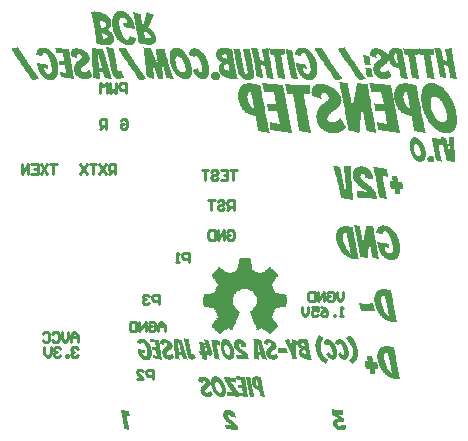
<source format=gbo>
%FSLAX25Y25*%
%MOIN*%
G70*
G01*
G75*
G04 Layer_Color=32896*
%ADD10O,0.09843X0.02756*%
%ADD11O,0.02362X0.08661*%
%ADD12R,0.03740X0.05315*%
%ADD13R,0.02000X0.02000*%
%ADD14R,0.04134X0.05512*%
%ADD15R,0.05512X0.04134*%
%ADD16R,0.06300X0.05500*%
%ADD17O,0.06693X0.01378*%
%ADD18R,0.03543X0.02559*%
%ADD19R,0.03543X0.03740*%
%ADD20R,0.03937X0.03937*%
%ADD21R,0.05315X0.03740*%
%ADD22R,0.06102X0.09449*%
%ADD23R,0.03937X0.03937*%
%ADD24C,0.05906*%
%ADD25C,0.01000*%
%ADD26C,0.02000*%
%ADD27C,0.01600*%
%ADD28C,0.03200*%
%ADD29C,0.02800*%
%ADD30C,0.01400*%
%ADD31C,0.10827*%
%ADD32C,0.10000*%
%ADD33R,0.07480X0.10236*%
%ADD34O,0.07480X0.10236*%
%ADD35O,0.09843X0.06693*%
%ADD36R,0.07874X0.07874*%
%ADD37C,0.07874*%
%ADD38R,0.05906X0.05906*%
%ADD39C,0.03400*%
%ADD40C,0.02400*%
%ADD41C,0.05000*%
%ADD42C,0.03150*%
%ADD43C,0.03000*%
%ADD44P,0.02828X4X270.0*%
%ADD45C,0.00984*%
%ADD46C,0.01575*%
%ADD47C,0.02362*%
%ADD48C,0.00800*%
%ADD49C,0.00787*%
%ADD50C,0.00591*%
%ADD51R,0.00730X0.02560*%
%ADD52R,0.06700X0.01800*%
%ADD53R,0.00650X0.02300*%
%ADD54R,0.05906X0.78740*%
%ADD55R,0.02300X0.00650*%
%ADD56R,0.01800X0.06700*%
%ADD57R,0.02560X0.00730*%
%ADD58O,0.10866X0.03780*%
%ADD59O,0.03386X0.09685*%
%ADD60R,0.04764X0.06339*%
%ADD61R,0.03024X0.03024*%
%ADD62R,0.05158X0.06535*%
%ADD63R,0.06535X0.05158*%
%ADD64R,0.07324X0.06524*%
%ADD65O,0.07717X0.02402*%
%ADD66R,0.04567X0.03583*%
%ADD67R,0.04567X0.04764*%
%ADD68R,0.06339X0.04764*%
%ADD69R,0.07126X0.10472*%
%ADD70C,0.06929*%
%ADD71C,0.11850*%
%ADD72C,0.11024*%
%ADD73C,0.01024*%
%ADD74R,0.08504X0.11260*%
%ADD75O,0.08504X0.11260*%
%ADD76O,0.10866X0.07717*%
%ADD77R,0.08898X0.08898*%
%ADD78C,0.08898*%
%ADD79R,0.06929X0.06929*%
%ADD80C,0.06024*%
%ADD81P,0.04276X4X270.0*%
%ADD82R,0.10000X0.00200*%
%ADD83R,0.10200X0.00200*%
%ADD84R,0.09800X0.00200*%
%ADD85R,0.22200X0.00200*%
%ADD86R,0.07400X0.00200*%
%ADD87R,0.07200X0.00200*%
%ADD88R,0.04800X0.00200*%
%ADD89R,0.03800X0.00200*%
%ADD90R,0.04000X0.00200*%
%ADD91R,0.04200X0.00200*%
%ADD92R,0.04400X0.00200*%
%ADD93R,0.04600X0.00200*%
%ADD94R,0.05000X0.00200*%
%ADD95R,0.05800X0.00200*%
%ADD96R,0.03400X0.00200*%
%ADD97R,0.06800X0.00200*%
%ADD98R,0.07800X0.00200*%
%ADD99R,0.08600X0.00200*%
%ADD100R,0.21400X0.00200*%
%ADD101R,0.21800X0.00200*%
%ADD102R,0.21000X0.00200*%
%ADD103R,0.20600X0.00200*%
%ADD104R,0.20200X0.00200*%
%ADD105R,0.20000X0.00200*%
%ADD106R,0.19800X0.00200*%
%ADD107R,0.19400X0.00200*%
%ADD108R,0.19200X0.00200*%
%ADD109R,0.19000X0.00200*%
%ADD110R,0.18600X0.00200*%
%ADD111R,0.18400X0.00200*%
%ADD112R,0.18200X0.00200*%
%ADD113R,0.09200X0.00200*%
%ADD114R,0.09000X0.00200*%
%ADD115R,0.08400X0.00200*%
%ADD116R,0.07600X0.00200*%
%ADD117R,0.08000X0.00200*%
%ADD118R,0.10400X0.00200*%
%ADD119R,0.07000X0.00200*%
%ADD120R,0.06600X0.00200*%
%ADD121R,0.00400X0.00200*%
%ADD122R,0.01000X0.00200*%
%ADD123R,0.01400X0.00200*%
%ADD124R,0.01800X0.00200*%
%ADD125R,0.02400X0.00200*%
%ADD126R,0.02800X0.00200*%
%ADD127R,0.00600X0.00200*%
%ADD128R,0.03000X0.00200*%
%ADD129R,0.02000X0.00200*%
%ADD130R,0.02600X0.00200*%
%ADD131R,0.01600X0.00200*%
G36*
X343747Y360314D02*
X343954Y359988D01*
X344149Y359672D01*
X344323Y359379D01*
X344411Y359248D01*
X344487Y359128D01*
X344552Y359030D01*
X344606Y358943D01*
X344650Y358867D01*
X344683Y358813D01*
X344704Y358780D01*
X344715Y358769D01*
X345270Y357921D01*
X345825Y357094D01*
X346369Y356289D01*
X346902Y355505D01*
X347413Y354755D01*
X347903Y354036D01*
X348142Y353699D01*
X348371Y353362D01*
X348588Y353046D01*
X348806Y352742D01*
X349013Y352448D01*
X349209Y352176D01*
X349394Y351915D01*
X349568Y351665D01*
X349731Y351436D01*
X349883Y351219D01*
X350025Y351023D01*
X350155Y350838D01*
X350275Y350685D01*
X350373Y350533D01*
X350460Y350413D01*
X350536Y350315D01*
X350590Y350239D01*
X350634Y350174D01*
X350656Y350141D01*
X350667Y350131D01*
X348338Y349597D01*
X347903Y350250D01*
X347479Y350881D01*
X347076Y351491D01*
X346674Y352078D01*
X346293Y352644D01*
X345923Y353199D01*
X345575Y353721D01*
X345237Y354232D01*
X344911Y354711D01*
X344596Y355179D01*
X344302Y355625D01*
X344008Y356049D01*
X343736Y356452D01*
X343486Y356833D01*
X343235Y357203D01*
X343007Y357540D01*
X342789Y357866D01*
X342594Y358160D01*
X342398Y358443D01*
X342224Y358704D01*
X342071Y358943D01*
X341919Y359161D01*
X341789Y359357D01*
X341669Y359531D01*
X341560Y359683D01*
X341473Y359825D01*
X341397Y359933D01*
X341332Y360031D01*
X341288Y360097D01*
X341255Y360151D01*
X341234Y360184D01*
X341223Y360195D01*
X341571Y360238D01*
X341886Y360282D01*
X342169Y360325D01*
X342420Y360369D01*
X342637Y360412D01*
X342822Y360445D01*
X342985Y360477D01*
X343127Y360510D01*
X343235Y360543D01*
X343333Y360575D01*
X343399Y360597D01*
X343453Y360619D01*
X343497Y360630D01*
X343518Y360641D01*
X343540Y360651D01*
X343747Y360314D01*
D02*
G37*
G36*
X335979D02*
X336185Y359988D01*
X336381Y359672D01*
X336555Y359379D01*
X336642Y359248D01*
X336718Y359128D01*
X336784Y359030D01*
X336838Y358943D01*
X336882Y358867D01*
X336914Y358813D01*
X336936Y358780D01*
X336947Y358769D01*
X337502Y357921D01*
X338057Y357094D01*
X338601Y356289D01*
X339134Y355505D01*
X339645Y354755D01*
X340135Y354036D01*
X340374Y353699D01*
X340603Y353362D01*
X340820Y353046D01*
X341038Y352742D01*
X341245Y352448D01*
X341440Y352176D01*
X341625Y351915D01*
X341799Y351665D01*
X341963Y351436D01*
X342115Y351219D01*
X342256Y351023D01*
X342387Y350838D01*
X342507Y350685D01*
X342604Y350533D01*
X342691Y350413D01*
X342768Y350315D01*
X342822Y350239D01*
X342866Y350174D01*
X342887Y350141D01*
X342898Y350131D01*
X340570Y349597D01*
X340135Y350250D01*
X339710Y350881D01*
X339308Y351491D01*
X338905Y352078D01*
X338525Y352644D01*
X338155Y353199D01*
X337806Y353721D01*
X337469Y354232D01*
X337143Y354711D01*
X336827Y355179D01*
X336533Y355625D01*
X336240Y356049D01*
X335968Y356452D01*
X335717Y356833D01*
X335467Y357203D01*
X335239Y357540D01*
X335021Y357866D01*
X334825Y358160D01*
X334629Y358443D01*
X334455Y358704D01*
X334303Y358943D01*
X334151Y359161D01*
X334020Y359357D01*
X333900Y359531D01*
X333792Y359683D01*
X333705Y359825D01*
X333629Y359933D01*
X333563Y360031D01*
X333520Y360097D01*
X333487Y360151D01*
X333465Y360184D01*
X333454Y360195D01*
X333803Y360238D01*
X334118Y360282D01*
X334401Y360325D01*
X334651Y360369D01*
X334869Y360412D01*
X335054Y360445D01*
X335217Y360477D01*
X335358Y360510D01*
X335467Y360543D01*
X335565Y360575D01*
X335630Y360597D01*
X335685Y360619D01*
X335728Y360630D01*
X335750Y360641D01*
X335772Y360651D01*
X335979Y360314D01*
D02*
G37*
G36*
X300825Y352372D02*
X300934Y352350D01*
X301021Y352328D01*
X301097Y352307D01*
X301152Y352285D01*
X301184Y352274D01*
X301195Y352263D01*
X301337Y352187D01*
X301456Y352100D01*
X301554Y352013D01*
X301652Y351915D01*
X301728Y351806D01*
X301783Y351697D01*
X301837Y351599D01*
X301881Y351491D01*
X301935Y351306D01*
X301957Y351219D01*
X301968Y351142D01*
Y351088D01*
X301979Y351045D01*
Y351012D01*
Y351001D01*
X301968Y350816D01*
X301935Y350642D01*
X301881Y350479D01*
X301826Y350348D01*
X301772Y350229D01*
X301717Y350152D01*
X301685Y350098D01*
X301674Y350076D01*
X301554Y349967D01*
X301424Y349869D01*
X301369Y349837D01*
X301326Y349815D01*
X301304Y349804D01*
X301293Y349793D01*
X301195Y349750D01*
X301097Y349728D01*
X300989Y349706D01*
X300891Y349685D01*
X300803D01*
X300738Y349674D01*
X300673D01*
X300401Y349695D01*
X300151Y349739D01*
X299933Y349815D01*
X299748Y349902D01*
X299607Y349978D01*
X299487Y350054D01*
X299454Y350076D01*
X299422Y350098D01*
X299411Y350120D01*
X299400D01*
X299248Y350283D01*
X299139Y350446D01*
X299052Y350620D01*
X298997Y350773D01*
X298965Y350914D01*
X298954Y351023D01*
X298943Y351066D01*
Y351099D01*
Y351110D01*
Y351121D01*
X298965Y351306D01*
X299008Y351469D01*
X299074Y351621D01*
X299150Y351752D01*
X299226Y351860D01*
X299291Y351937D01*
X299335Y351980D01*
X299357Y352002D01*
X299520Y352133D01*
X299715Y352230D01*
X299922Y352296D01*
X300118Y352350D01*
X300303Y352372D01*
X300379Y352383D01*
X300455D01*
X300510Y352394D01*
X300716D01*
X300825Y352372D01*
D02*
G37*
G36*
X303404Y360412D02*
X303926Y360369D01*
X304448Y360303D01*
X304709Y360271D01*
X304949Y360238D01*
X305188Y360195D01*
X305395Y360162D01*
X305580Y360129D01*
X305754Y360097D01*
X305885Y360064D01*
X305982Y360053D01*
X306048Y360031D01*
X306069D01*
X306211Y359085D01*
X306276Y358628D01*
X306341Y358171D01*
X306418Y357736D01*
X306472Y357322D01*
X306537Y356931D01*
X306592Y356561D01*
X306646Y356223D01*
X306690Y355919D01*
X306733Y355647D01*
X306755Y355538D01*
X306777Y355429D01*
X306787Y355331D01*
X306798Y355244D01*
X306809Y355168D01*
X306820Y355103D01*
X306831Y355059D01*
X306842Y355027D01*
Y355005D01*
Y354994D01*
X307005Y354058D01*
X307092Y353601D01*
X307179Y353166D01*
X307266Y352731D01*
X307353Y352317D01*
X307440Y351937D01*
X307527Y351567D01*
X307604Y351240D01*
X307680Y350936D01*
X307745Y350675D01*
X307767Y350555D01*
X307799Y350446D01*
X307821Y350348D01*
X307843Y350261D01*
X307865Y350196D01*
X307875Y350131D01*
X307886Y350087D01*
X307897Y350054D01*
X307908Y350033D01*
Y350022D01*
X307571Y349978D01*
X307408Y349967D01*
X307255Y349956D01*
X307125Y349946D01*
X306940D01*
X306483Y349967D01*
X306037Y350011D01*
X305830Y350044D01*
X305623Y350076D01*
X305438Y350109D01*
X305264Y350152D01*
X305101Y350185D01*
X304949Y350218D01*
X304829Y350250D01*
X304720Y350283D01*
X304633Y350315D01*
X304568Y350326D01*
X304524Y350348D01*
X304514D01*
X304285Y350435D01*
X304078Y350511D01*
X303883Y350598D01*
X303709Y350685D01*
X303567Y350751D01*
X303458Y350805D01*
X303415Y350827D01*
X303382Y350849D01*
X303371Y350859D01*
X303360D01*
X303165Y350979D01*
X302979Y351099D01*
X302816Y351219D01*
X302686Y351327D01*
X302566Y351414D01*
X302490Y351491D01*
X302435Y351534D01*
X302414Y351556D01*
X302272Y351708D01*
X302142Y351871D01*
X302033Y352024D01*
X301946Y352154D01*
X301870Y352285D01*
X301815Y352372D01*
X301783Y352437D01*
X301772Y352459D01*
X301696Y352644D01*
X301630Y352829D01*
X301587Y352992D01*
X301565Y353144D01*
X301543Y353275D01*
X301533Y353373D01*
Y353438D01*
Y353460D01*
X301543Y353721D01*
X301576Y353971D01*
X301630Y354200D01*
X301707Y354406D01*
X301794Y354602D01*
X301891Y354776D01*
X301989Y354929D01*
X302087Y355070D01*
X302196Y355201D01*
X302294Y355309D01*
X302392Y355397D01*
X302479Y355473D01*
X302544Y355527D01*
X302610Y355571D01*
X302642Y355592D01*
X302653Y355603D01*
X302512Y355658D01*
X302370Y355734D01*
X302109Y355886D01*
X301881Y356060D01*
X301685Y356234D01*
X301522Y356397D01*
X301456Y356474D01*
X301402Y356539D01*
X301358Y356582D01*
X301326Y356626D01*
X301315Y356648D01*
X301304Y356659D01*
X301206Y356811D01*
X301119Y356963D01*
X301043Y357105D01*
X300978Y357235D01*
X300923Y357355D01*
X300891Y357442D01*
X300869Y357496D01*
X300858Y357518D01*
X300803Y357692D01*
X300760Y357877D01*
X300727Y358040D01*
X300706Y358204D01*
X300695Y358334D01*
X300684Y358443D01*
Y358475D01*
Y358508D01*
Y358519D01*
Y358530D01*
X300695Y358726D01*
X300716Y358900D01*
X300760Y359063D01*
X300793Y359194D01*
X300836Y359302D01*
X300880Y359379D01*
X300901Y359422D01*
X300912Y359444D01*
X301021Y359618D01*
X301163Y359770D01*
X301304Y359901D01*
X301456Y360020D01*
X301620Y360107D01*
X301794Y360195D01*
X301957Y360260D01*
X302120Y360314D01*
X302283Y360347D01*
X302425Y360380D01*
X302566Y360401D01*
X302675Y360423D01*
X302773D01*
X302849Y360434D01*
X303154D01*
X303404Y360412D01*
D02*
G37*
G36*
X287573Y360532D02*
X287835Y360488D01*
X288085Y360423D01*
X288324Y360336D01*
X288553Y360238D01*
X288781Y360129D01*
X288988Y360020D01*
X289184Y359901D01*
X289358Y359770D01*
X289521Y359661D01*
X289662Y359553D01*
X289782Y359455D01*
X289869Y359368D01*
X289945Y359302D01*
X289989Y359259D01*
X290000Y359248D01*
X290217Y359019D01*
X290424Y358769D01*
X290620Y358519D01*
X290794Y358269D01*
X290968Y358008D01*
X291131Y357757D01*
X291273Y357518D01*
X291403Y357279D01*
X291523Y357061D01*
X291621Y356865D01*
X291708Y356680D01*
X291784Y356528D01*
X291838Y356397D01*
X291882Y356299D01*
X291904Y356245D01*
X291915Y356223D01*
X292045Y355886D01*
X292154Y355560D01*
X292252Y355233D01*
X292339Y354929D01*
X292404Y354635D01*
X292469Y354352D01*
X292513Y354091D01*
X292557Y353841D01*
X292578Y353623D01*
X292600Y353427D01*
X292622Y353253D01*
X292633Y353101D01*
X292643Y352992D01*
Y352905D01*
Y352851D01*
Y352829D01*
X292633Y352568D01*
X292622Y352317D01*
X292589Y352089D01*
X292546Y351871D01*
X292502Y351676D01*
X292448Y351501D01*
X292393Y351338D01*
X292339Y351186D01*
X292284Y351055D01*
X292230Y350947D01*
X292176Y350849D01*
X292132Y350773D01*
X292089Y350707D01*
X292056Y350664D01*
X292045Y350642D01*
X292034Y350631D01*
X291925Y350511D01*
X291817Y350403D01*
X291697Y350315D01*
X291566Y350239D01*
X291447Y350174D01*
X291316Y350109D01*
X291077Y350033D01*
X290859Y349978D01*
X290772Y349967D01*
X290685Y349956D01*
X290620Y349946D01*
X290533D01*
X290326Y349956D01*
X290108Y349989D01*
X289902Y350033D01*
X289695Y350098D01*
X289488Y350163D01*
X289293Y350250D01*
X289107Y350337D01*
X288933Y350424D01*
X288781Y350511D01*
X288629Y350598D01*
X288498Y350685D01*
X288389Y350751D01*
X288302Y350816D01*
X288237Y350859D01*
X288194Y350892D01*
X288183Y350903D01*
X287965Y351088D01*
X287758Y351284D01*
X287563Y351469D01*
X287399Y351654D01*
X287258Y351806D01*
X287149Y351937D01*
X287106Y351980D01*
X287073Y352013D01*
X287062Y352035D01*
X287051Y352045D01*
X286855Y352307D01*
X286670Y352568D01*
X286507Y352829D01*
X286366Y353057D01*
X286311Y353166D01*
X286257Y353264D01*
X286203Y353351D01*
X286170Y353427D01*
X286137Y353482D01*
X286116Y353536D01*
X286094Y353558D01*
Y353569D01*
X285941Y353895D01*
X285822Y354221D01*
X285702Y354537D01*
X285615Y354831D01*
X285572Y354961D01*
X285539Y355070D01*
X285506Y355179D01*
X285485Y355266D01*
X285463Y355342D01*
X285452Y355397D01*
X285441Y355429D01*
Y355440D01*
X285354Y355810D01*
X285299Y356169D01*
X285256Y356485D01*
X285234Y356626D01*
X285223Y356756D01*
X285212Y356876D01*
X285202Y356985D01*
Y357083D01*
X285191Y357159D01*
Y357224D01*
Y357268D01*
Y357300D01*
Y357311D01*
Y357594D01*
X285212Y357855D01*
X285234Y358095D01*
X285256Y358312D01*
X285289Y358519D01*
X285332Y358715D01*
X285365Y358878D01*
X285408Y359030D01*
X285452Y359172D01*
X285485Y359281D01*
X285528Y359379D01*
X285561Y359466D01*
X285582Y359531D01*
X285604Y359574D01*
X285626Y359596D01*
Y359607D01*
X285735Y359770D01*
X285854Y359912D01*
X285974Y360042D01*
X286116Y360151D01*
X286257Y360238D01*
X286398Y360314D01*
X286529Y360380D01*
X286670Y360423D01*
X286801Y360467D01*
X286921Y360488D01*
X287029Y360510D01*
X287127Y360532D01*
X287204D01*
X287258Y360543D01*
X287312D01*
X287573Y360532D01*
D02*
G37*
G36*
X270622Y360314D02*
X270829Y359988D01*
X271025Y359672D01*
X271199Y359379D01*
X271286Y359248D01*
X271362Y359128D01*
X271427Y359030D01*
X271482Y358943D01*
X271525Y358867D01*
X271558Y358813D01*
X271580Y358780D01*
X271591Y358769D01*
X272146Y357921D01*
X272701Y357094D01*
X273245Y356289D01*
X273778Y355505D01*
X274289Y354755D01*
X274779Y354036D01*
X275018Y353699D01*
X275246Y353362D01*
X275464Y353046D01*
X275682Y352742D01*
X275888Y352448D01*
X276084Y352176D01*
X276269Y351915D01*
X276443Y351665D01*
X276606Y351436D01*
X276759Y351219D01*
X276900Y351023D01*
X277031Y350838D01*
X277150Y350685D01*
X277248Y350533D01*
X277335Y350413D01*
X277412Y350315D01*
X277466Y350239D01*
X277509Y350174D01*
X277531Y350141D01*
X277542Y350131D01*
X275214Y349597D01*
X274779Y350250D01*
X274354Y350881D01*
X273952Y351491D01*
X273549Y352078D01*
X273168Y352644D01*
X272798Y353199D01*
X272450Y353721D01*
X272113Y354232D01*
X271787Y354711D01*
X271471Y355179D01*
X271177Y355625D01*
X270883Y356049D01*
X270612Y356452D01*
X270361Y356833D01*
X270111Y357203D01*
X269883Y357540D01*
X269665Y357866D01*
X269469Y358160D01*
X269273Y358443D01*
X269099Y358704D01*
X268947Y358943D01*
X268795Y359161D01*
X268664Y359357D01*
X268544Y359531D01*
X268436Y359683D01*
X268349Y359825D01*
X268272Y359933D01*
X268207Y360031D01*
X268163Y360097D01*
X268131Y360151D01*
X268109Y360184D01*
X268098Y360195D01*
X268446Y360238D01*
X268762Y360282D01*
X269045Y360325D01*
X269295Y360369D01*
X269513Y360412D01*
X269698Y360445D01*
X269861Y360477D01*
X270002Y360510D01*
X270111Y360543D01*
X270209Y360575D01*
X270274Y360597D01*
X270329Y360619D01*
X270372Y360630D01*
X270394Y360641D01*
X270416Y360651D01*
X270622Y360314D01*
D02*
G37*
G36*
X348868Y275246D02*
X349320Y275235D01*
X349762Y275211D01*
X350342D01*
X350505Y275200D01*
X351375D01*
X351526Y275211D01*
X351689D01*
X351863Y275223D01*
X352211Y275235D01*
X352536D01*
X352687Y275246D01*
X352815D01*
X352931Y275258D01*
X353082D01*
X353802Y272599D01*
X353337D01*
X353198Y272611D01*
X352885D01*
X352676Y272622D01*
X352443D01*
X352211Y272634D01*
X351097D01*
X350911Y272622D01*
X350702D01*
X350481Y272611D01*
X350040D01*
X349820Y272599D01*
X349622D01*
X349425Y272587D01*
X349262D01*
X349123Y272576D01*
X348926D01*
X348415Y275269D01*
X348868Y275246D01*
D02*
G37*
G36*
X356867Y279960D02*
X357111Y279948D01*
X357320Y279925D01*
X357505Y279902D01*
X357575Y279890D01*
X357633D01*
X357680Y279879D01*
X357714Y279867D01*
X357749D01*
X357993Y279832D01*
X358225Y279786D01*
X358446Y279751D01*
X358643Y279716D01*
X358806Y279693D01*
X358933Y279670D01*
X358980Y279658D01*
X359015Y279646D01*
X359050D01*
X359084Y279391D01*
X359131Y279101D01*
X359177Y278787D01*
X359235Y278450D01*
X359293Y278079D01*
X359363Y277708D01*
X359433Y277301D01*
X359502Y276895D01*
X359572Y276465D01*
X359653Y276036D01*
X359816Y275142D01*
X359990Y274236D01*
X360153Y273354D01*
X360234Y272924D01*
X360315Y272495D01*
X360396Y272088D01*
X360478Y271682D01*
X360547Y271310D01*
X360617Y270951D01*
X360686Y270614D01*
X360745Y270300D01*
X360803Y270010D01*
X360849Y269766D01*
X360895Y269534D01*
X360930Y269348D01*
X360965Y269197D01*
X360977Y269093D01*
X361000Y269023D01*
Y269012D01*
Y269000D01*
X360814Y268977D01*
X360652Y268965D01*
X360512Y268942D01*
X360385D01*
X360292Y268930D01*
X360164D01*
X359816Y268942D01*
X359468Y268988D01*
X359131Y269046D01*
X358806Y269139D01*
X358504Y269232D01*
X358214Y269337D01*
X357935Y269464D01*
X357680Y269581D01*
X357447Y269697D01*
X357238Y269824D01*
X357053Y269929D01*
X356902Y270033D01*
X356774Y270115D01*
X356681Y270173D01*
X356635Y270219D01*
X356611Y270231D01*
X356344Y270463D01*
X356089Y270695D01*
X355857Y270951D01*
X355636Y271206D01*
X355427Y271461D01*
X355230Y271705D01*
X355056Y271961D01*
X354893Y272193D01*
X354754Y272413D01*
X354626Y272622D01*
X354522Y272808D01*
X354429Y272959D01*
X354359Y273098D01*
X354313Y273191D01*
X354278Y273249D01*
X354266Y273272D01*
X354115Y273609D01*
X353988Y273934D01*
X353871Y274248D01*
X353767Y274561D01*
X353686Y274851D01*
X353616Y275130D01*
X353558Y275397D01*
X353512Y275641D01*
X353477Y275873D01*
X353453Y276070D01*
X353430Y276245D01*
X353419Y276396D01*
X353407Y276512D01*
Y276605D01*
Y276651D01*
Y276674D01*
X353419Y276941D01*
X353430Y277197D01*
X353465Y277441D01*
X353512Y277661D01*
X353558Y277870D01*
X353616Y278067D01*
X353686Y278242D01*
X353744Y278404D01*
X353802Y278543D01*
X353871Y278671D01*
X353929Y278776D01*
X353976Y278857D01*
X354022Y278926D01*
X354046Y278985D01*
X354069Y279008D01*
X354080Y279019D01*
X354220Y279182D01*
X354382Y279321D01*
X354533Y279437D01*
X354684Y279542D01*
X354812Y279623D01*
X354916Y279681D01*
X354986Y279716D01*
X354998Y279728D01*
X355009D01*
X355230Y279809D01*
X355450Y279879D01*
X355671Y279925D01*
X355880Y279948D01*
X356066Y279972D01*
X356135D01*
X356205Y279983D01*
X356611D01*
X356867Y279960D01*
D02*
G37*
G36*
X357867Y260960D02*
X358111Y260948D01*
X358320Y260925D01*
X358505Y260902D01*
X358575Y260890D01*
X358633D01*
X358680Y260879D01*
X358714Y260867D01*
X358749D01*
X358993Y260832D01*
X359225Y260786D01*
X359446Y260751D01*
X359643Y260716D01*
X359806Y260693D01*
X359933Y260670D01*
X359980Y260658D01*
X360015Y260646D01*
X360050D01*
X360084Y260391D01*
X360131Y260101D01*
X360177Y259787D01*
X360235Y259451D01*
X360293Y259079D01*
X360363Y258707D01*
X360433Y258301D01*
X360502Y257895D01*
X360572Y257465D01*
X360653Y257036D01*
X360816Y256142D01*
X360990Y255236D01*
X361153Y254354D01*
X361234Y253924D01*
X361315Y253495D01*
X361396Y253088D01*
X361478Y252682D01*
X361547Y252310D01*
X361617Y251951D01*
X361686Y251614D01*
X361745Y251300D01*
X361803Y251010D01*
X361849Y250766D01*
X361895Y250534D01*
X361930Y250348D01*
X361965Y250197D01*
X361977Y250093D01*
X362000Y250023D01*
Y250012D01*
Y250000D01*
X361814Y249977D01*
X361652Y249965D01*
X361512Y249942D01*
X361385D01*
X361292Y249930D01*
X361164D01*
X360816Y249942D01*
X360468Y249988D01*
X360131Y250046D01*
X359806Y250139D01*
X359504Y250232D01*
X359214Y250337D01*
X358935Y250464D01*
X358680Y250581D01*
X358447Y250697D01*
X358238Y250824D01*
X358053Y250929D01*
X357902Y251033D01*
X357774Y251115D01*
X357681Y251173D01*
X357635Y251219D01*
X357611Y251231D01*
X357344Y251463D01*
X357089Y251695D01*
X356857Y251951D01*
X356636Y252206D01*
X356427Y252461D01*
X356230Y252705D01*
X356056Y252961D01*
X355893Y253193D01*
X355754Y253413D01*
X355626Y253622D01*
X355522Y253808D01*
X355429Y253959D01*
X355359Y254098D01*
X355313Y254191D01*
X355278Y254249D01*
X355266Y254273D01*
X355115Y254609D01*
X354988Y254934D01*
X354872Y255248D01*
X354767Y255561D01*
X354686Y255851D01*
X354616Y256130D01*
X354558Y256397D01*
X354511Y256641D01*
X354477Y256873D01*
X354453Y257070D01*
X354430Y257245D01*
X354419Y257396D01*
X354407Y257512D01*
Y257605D01*
Y257651D01*
Y257674D01*
X354419Y257941D01*
X354430Y258197D01*
X354465Y258440D01*
X354511Y258661D01*
X354558Y258870D01*
X354616Y259067D01*
X354686Y259242D01*
X354744Y259404D01*
X354802Y259543D01*
X354872Y259671D01*
X354929Y259776D01*
X354976Y259857D01*
X355022Y259927D01*
X355046Y259985D01*
X355069Y260008D01*
X355080Y260019D01*
X355220Y260182D01*
X355382Y260321D01*
X355533Y260437D01*
X355684Y260542D01*
X355812Y260623D01*
X355916Y260681D01*
X355986Y260716D01*
X355998Y260728D01*
X356009D01*
X356230Y260809D01*
X356450Y260879D01*
X356671Y260925D01*
X356880Y260948D01*
X357066Y260971D01*
X357135D01*
X357205Y260983D01*
X357611D01*
X357867Y260960D01*
D02*
G37*
G36*
X234903Y360314D02*
X235110Y359988D01*
X235306Y359672D01*
X235480Y359379D01*
X235567Y359248D01*
X235643Y359128D01*
X235708Y359030D01*
X235763Y358943D01*
X235806Y358867D01*
X235839Y358813D01*
X235861Y358780D01*
X235872Y358769D01*
X236427Y357921D01*
X236981Y357094D01*
X237525Y356289D01*
X238059Y355505D01*
X238570Y354755D01*
X239059Y354036D01*
X239299Y353699D01*
X239527Y353362D01*
X239745Y353046D01*
X239963Y352742D01*
X240169Y352448D01*
X240365Y352176D01*
X240550Y351915D01*
X240724Y351665D01*
X240887Y351436D01*
X241040Y351219D01*
X241181Y351023D01*
X241312Y350838D01*
X241431Y350685D01*
X241529Y350533D01*
X241616Y350413D01*
X241692Y350315D01*
X241747Y350239D01*
X241790Y350174D01*
X241812Y350141D01*
X241823Y350131D01*
X239495Y349597D01*
X239059Y350250D01*
X238635Y350881D01*
X238233Y351491D01*
X237830Y352078D01*
X237449Y352644D01*
X237079Y353199D01*
X236731Y353721D01*
X236394Y354232D01*
X236068Y354711D01*
X235752Y355179D01*
X235458Y355625D01*
X235164Y356049D01*
X234893Y356452D01*
X234642Y356833D01*
X234392Y357203D01*
X234163Y357540D01*
X233946Y357866D01*
X233750Y358160D01*
X233554Y358443D01*
X233380Y358704D01*
X233228Y358943D01*
X233075Y359161D01*
X232945Y359357D01*
X232825Y359531D01*
X232716Y359683D01*
X232629Y359825D01*
X232553Y359933D01*
X232488Y360031D01*
X232445Y360097D01*
X232412Y360151D01*
X232390Y360184D01*
X232379Y360195D01*
X232727Y360238D01*
X233043Y360282D01*
X233326Y360325D01*
X233576Y360369D01*
X233794Y360412D01*
X233979Y360445D01*
X234142Y360477D01*
X234283Y360510D01*
X234392Y360543D01*
X234490Y360575D01*
X234555Y360597D01*
X234610Y360619D01*
X234653Y360630D01*
X234675Y360641D01*
X234697Y360651D01*
X234903Y360314D01*
D02*
G37*
G36*
X351017Y257709D02*
X351133Y257697D01*
X351261Y257686D01*
X351400Y257663D01*
X351702Y257639D01*
X352004Y257616D01*
X352155Y257605D01*
X352282Y257593D01*
X352410Y257581D01*
X352515Y257570D01*
X352607D01*
X352677Y257558D01*
X352735D01*
X352782Y257349D01*
X352793Y257256D01*
X352817Y257163D01*
X352828Y257094D01*
X352840Y257024D01*
X352851Y256989D01*
Y256978D01*
X352886Y256757D01*
X352909Y256664D01*
X352921Y256583D01*
X352933Y256513D01*
X352944Y256455D01*
X352956Y256420D01*
Y256409D01*
X352991Y256211D01*
X353002Y256107D01*
X353014Y256014D01*
X353026Y255944D01*
Y255886D01*
X353037Y255840D01*
Y255828D01*
X353246Y255805D01*
X353455Y255793D01*
X353664Y255770D01*
X353861D01*
X354024Y255759D01*
X354419D01*
X354442Y255596D01*
X354477Y255410D01*
X354523Y255050D01*
X354570Y254667D01*
X354604Y254319D01*
X354616Y254156D01*
X354628Y254006D01*
X354639Y253866D01*
X354651Y253750D01*
X354662Y253657D01*
X354674Y253576D01*
Y253529D01*
Y253518D01*
X353467D01*
X353502Y253297D01*
X353548Y253100D01*
X353583Y252914D01*
X353618Y252728D01*
X353652Y252566D01*
X353687Y252415D01*
X353722Y252276D01*
X353745Y252160D01*
X353768Y252043D01*
X353792Y251951D01*
X353815Y251869D01*
X353827Y251800D01*
X353838Y251753D01*
X353850Y251718D01*
X353861Y251695D01*
Y251683D01*
X352074Y251788D01*
X352004Y252125D01*
X351957Y252450D01*
X351911Y252752D01*
X351888Y253019D01*
X351876Y253123D01*
X351865Y253228D01*
X351853Y253321D01*
Y253402D01*
X351841Y253460D01*
Y253506D01*
Y253529D01*
Y253541D01*
X351679Y253529D01*
X351539Y253518D01*
X351400D01*
X350645Y253506D01*
X350564Y253959D01*
X350483Y254400D01*
X350402Y254818D01*
X350355Y255004D01*
X350320Y255190D01*
X350286Y255364D01*
X350262Y255515D01*
X350227Y255643D01*
X350204Y255759D01*
X350181Y255851D01*
X350169Y255921D01*
X350158Y255967D01*
Y255979D01*
X350286Y255956D01*
X350402Y255944D01*
X350448D01*
X350483Y255933D01*
X350518D01*
X350669Y255921D01*
X350796Y255909D01*
X350843Y255898D01*
X350889D01*
X350912Y255886D01*
X350924D01*
X351075Y255863D01*
X351214Y255851D01*
X351272D01*
X351319Y255840D01*
X351354D01*
X351307Y256072D01*
X351284Y256176D01*
X351261Y256269D01*
X351238Y256339D01*
X351226Y256409D01*
X351214Y256444D01*
Y256455D01*
X351156Y256687D01*
X351133Y256792D01*
X351110Y256896D01*
X351087Y256978D01*
X351075Y257036D01*
X351063Y257082D01*
Y257094D01*
X351005Y257337D01*
X350982Y257442D01*
X350959Y257535D01*
X350936Y257616D01*
X350924Y257674D01*
X350912Y257709D01*
Y257721D01*
X351017Y257709D01*
D02*
G37*
G36*
X276574Y360619D02*
X276704Y360597D01*
X276824Y360575D01*
X276922Y360554D01*
X277009Y360543D01*
X277074Y360532D01*
X277118Y360521D01*
X277129D01*
X277248Y360499D01*
X277379Y360488D01*
X277509Y360467D01*
X277629Y360445D01*
X277727Y360423D01*
X277814Y360412D01*
X277869Y360401D01*
X277890D01*
X278064Y360380D01*
X278260Y360347D01*
X278456Y360325D01*
X278630Y360303D01*
X278793Y360282D01*
X278869Y360271D01*
X278924Y360260D01*
X278978D01*
X279011Y360249D01*
X279044D01*
X279098Y360140D01*
X279152Y360010D01*
X279218Y359868D01*
X279283Y359716D01*
X279348Y359542D01*
X279424Y359368D01*
X279588Y358965D01*
X279751Y358541D01*
X279925Y358095D01*
X280110Y357638D01*
X280284Y357192D01*
X280447Y356746D01*
X280610Y356332D01*
X280676Y356136D01*
X280752Y355951D01*
X280817Y355777D01*
X280882Y355614D01*
X280937Y355462D01*
X280980Y355331D01*
X281024Y355211D01*
X281067Y355114D01*
X281089Y355037D01*
X281111Y354972D01*
X281133Y354940D01*
Y354929D01*
X281328D01*
X281274Y355309D01*
X281220Y355647D01*
X281198Y355810D01*
X281176Y355951D01*
X281154Y356082D01*
X281133Y356202D01*
X281122Y356310D01*
X281111Y356408D01*
X281100Y356495D01*
X281089Y356561D01*
X281078Y356615D01*
X281067Y356659D01*
Y356680D01*
Y356691D01*
X281024Y356941D01*
X280991Y357170D01*
X280969Y357366D01*
X280937Y357529D01*
X280915Y357670D01*
X280904Y357768D01*
X280893Y357823D01*
Y357844D01*
X280860Y358019D01*
X280839Y358171D01*
X280817Y358323D01*
X280795Y358454D01*
X280784Y358563D01*
X280773Y358650D01*
X280763Y358704D01*
Y358726D01*
X280741Y358878D01*
X280719Y359030D01*
X280697Y359172D01*
X280686Y359292D01*
X280676Y359389D01*
X280665Y359466D01*
X280654Y359509D01*
Y359531D01*
X280632Y359672D01*
X280610Y359803D01*
X280599Y359923D01*
X280589Y360031D01*
X280567Y360107D01*
Y360173D01*
X280556Y360216D01*
Y360227D01*
X280850Y360205D01*
X281122Y360173D01*
X281372Y360151D01*
X281600Y360129D01*
X281698Y360118D01*
X281785Y360107D01*
X281861Y360097D01*
X281927Y360086D01*
X281981D01*
X282014Y360075D01*
X282046D01*
X282308Y360042D01*
X282569Y360020D01*
X282808Y360010D01*
X283036Y359999D01*
X283232Y359988D01*
X283515D01*
X283591Y359683D01*
X283678Y359357D01*
X283776Y359019D01*
X283874Y358661D01*
X283983Y358291D01*
X284092Y357910D01*
X284320Y357116D01*
X284571Y356299D01*
X284821Y355473D01*
X285082Y354657D01*
X285332Y353862D01*
X285452Y353471D01*
X285572Y353101D01*
X285691Y352731D01*
X285800Y352383D01*
X285909Y352056D01*
X286007Y351741D01*
X286105Y351458D01*
X286192Y351186D01*
X286268Y350936D01*
X286333Y350718D01*
X286398Y350533D01*
X286453Y350370D01*
X286496Y350250D01*
X286529Y350152D01*
X286540Y350098D01*
X286551Y350076D01*
X284233Y350229D01*
X284211Y350305D01*
X284190Y350381D01*
X284135Y350566D01*
X284070Y350773D01*
X284016Y350979D01*
X283961Y351164D01*
X283940Y351240D01*
X283918Y351316D01*
X283896Y351371D01*
X283885Y351414D01*
X283874Y351447D01*
Y351458D01*
X283755Y351839D01*
X283700Y352024D01*
X283657Y352198D01*
X283613Y352339D01*
X283580Y352459D01*
X283570Y352502D01*
X283559Y352535D01*
X283548Y352546D01*
Y352557D01*
X283483Y352785D01*
X283428Y352992D01*
X283374Y353188D01*
X283319Y353373D01*
X283287Y353514D01*
X283254Y353623D01*
X283243Y353667D01*
Y353699D01*
X283232Y353710D01*
Y353721D01*
X283178Y353928D01*
X283134Y354113D01*
X283091Y354276D01*
X283047Y354428D01*
X283015Y354548D01*
X282993Y354635D01*
X282971Y354689D01*
Y354711D01*
X282928Y354863D01*
X282895Y354994D01*
X282873Y355092D01*
X282852Y355179D01*
X282841Y355244D01*
X282830Y355288D01*
Y355309D01*
Y355320D01*
X282623D01*
X283080Y350087D01*
X282253Y350131D01*
X282112Y350141D01*
X281970Y350152D01*
X281829Y350163D01*
X281698D01*
X281579Y350174D01*
X281404D01*
X281263Y350620D01*
X281198Y350827D01*
X281133Y351012D01*
X281078Y351175D01*
X281056Y351240D01*
X281035Y351306D01*
X281013Y351349D01*
X281002Y351382D01*
X280991Y351403D01*
Y351414D01*
X280904Y351665D01*
X280817Y351904D01*
X280730Y352133D01*
X280654Y352328D01*
X280589Y352502D01*
X280567Y352579D01*
X280545Y352633D01*
X280523Y352687D01*
X280512Y352720D01*
X280501Y352742D01*
Y352753D01*
X280403Y353003D01*
X280316Y353242D01*
X280240Y353471D01*
X280164Y353667D01*
X280099Y353841D01*
X280077Y353906D01*
X280055Y353971D01*
X280034Y354015D01*
X280023Y354047D01*
X280012Y354069D01*
Y354080D01*
X279925Y354319D01*
X279838Y354548D01*
X279772Y354755D01*
X279707Y354950D01*
X279653Y355103D01*
X279609Y355222D01*
X279598Y355266D01*
X279588Y355299D01*
X279577Y355309D01*
Y355320D01*
X279457D01*
X279479Y355190D01*
X279501Y355037D01*
X279544Y354733D01*
X279588Y354406D01*
X279631Y354091D01*
X279653Y353949D01*
X279664Y353819D01*
X279685Y353699D01*
X279696Y353590D01*
X279707Y353503D01*
Y353438D01*
X279718Y353395D01*
Y353384D01*
X279903Y351730D01*
X279925Y351534D01*
X279947Y351349D01*
X279968Y351175D01*
X279979Y351012D01*
X279990Y350870D01*
X280001Y350740D01*
X280012Y350620D01*
Y350522D01*
X280023Y350424D01*
Y350348D01*
X280034Y350283D01*
Y350229D01*
Y350185D01*
Y350152D01*
Y350141D01*
Y350131D01*
X277564Y350577D01*
X277520Y351142D01*
X277477Y351686D01*
X277433Y352230D01*
X277390Y352753D01*
X277335Y353264D01*
X277292Y353765D01*
X277248Y354243D01*
X277194Y354711D01*
X277150Y355168D01*
X277107Y355603D01*
X277052Y356028D01*
X277009Y356430D01*
X276965Y356822D01*
X276922Y357192D01*
X276878Y357551D01*
X276835Y357888D01*
X276791Y358204D01*
X276748Y358508D01*
X276704Y358791D01*
X276672Y359052D01*
X276639Y359302D01*
X276606Y359531D01*
X276574Y359738D01*
X276541Y359923D01*
X276519Y360086D01*
X276498Y360227D01*
X276476Y360358D01*
X276465Y360456D01*
X276454Y360532D01*
X276443Y360597D01*
X276432Y360630D01*
Y360641D01*
X276574Y360619D01*
D02*
G37*
G36*
X259416Y360401D02*
X259710Y360347D01*
X260014Y360303D01*
X260330Y360271D01*
X260972Y360195D01*
X261287Y360162D01*
X261603Y360129D01*
X261886Y360107D01*
X262158Y360075D01*
X262408Y360053D01*
X262615Y360042D01*
X262800Y360031D01*
X262865Y360020D01*
X262930D01*
X262974Y360010D01*
X263039D01*
X263104Y359770D01*
X263180Y359520D01*
X263246Y359281D01*
X263311Y359063D01*
X263365Y358878D01*
X263398Y358802D01*
X263409Y358737D01*
X263431Y358682D01*
X263442Y358639D01*
X263453Y358617D01*
Y358606D01*
X263540Y358323D01*
X263616Y358040D01*
X263692Y357768D01*
X263768Y357529D01*
X263801Y357420D01*
X263833Y357322D01*
X263855Y357235D01*
X263877Y357159D01*
X263899Y357105D01*
X263909Y357050D01*
X263920Y357029D01*
Y357018D01*
X264007Y356713D01*
X264094Y356419D01*
X264181Y356136D01*
X264258Y355886D01*
X264290Y355777D01*
X264323Y355668D01*
X264345Y355581D01*
X264366Y355505D01*
X264388Y355451D01*
X264399Y355397D01*
X264410Y355375D01*
Y355364D01*
X264453Y355201D01*
X264508Y355037D01*
X264606Y354689D01*
X264715Y354330D01*
X264812Y353993D01*
X264856Y353841D01*
X264899Y353699D01*
X264943Y353569D01*
X264976Y353460D01*
X265008Y353373D01*
X265019Y353297D01*
X265041Y353253D01*
Y353242D01*
X265117Y352992D01*
X265193Y352731D01*
X265356Y352198D01*
X265509Y351676D01*
X265585Y351414D01*
X265661Y351175D01*
X265726Y350947D01*
X265792Y350740D01*
X265846Y350555D01*
X265890Y350392D01*
X265933Y350261D01*
X265966Y350163D01*
X265977Y350098D01*
X265987Y350087D01*
Y350076D01*
X265672Y350120D01*
X265531Y350131D01*
X265411Y350141D01*
X265302Y350163D01*
X265226D01*
X265172Y350174D01*
X265150D01*
X264845Y350218D01*
X264704Y350229D01*
X264584Y350250D01*
X264475Y350261D01*
X264388Y350272D01*
X264345Y350283D01*
X264323D01*
X264171Y350305D01*
X264029Y350326D01*
X263899Y350337D01*
X263790Y350348D01*
X263703Y350370D01*
X263637D01*
X263594Y350381D01*
X263583D01*
X263017Y352404D01*
X261788D01*
X261831Y352002D01*
X261875Y351589D01*
X261918Y351186D01*
X261940Y351001D01*
X261962Y350816D01*
X261973Y350653D01*
X261995Y350500D01*
X262005Y350359D01*
X262027Y350250D01*
X262038Y350152D01*
Y350076D01*
X262049Y350033D01*
Y350022D01*
X261788Y350065D01*
X261657Y350087D01*
X261538Y350098D01*
X261440Y350120D01*
X261353Y350131D01*
X261309Y350141D01*
X261287D01*
X261135Y350174D01*
X260983Y350196D01*
X260841Y350218D01*
X260722Y350239D01*
X260613Y350250D01*
X260537Y350261D01*
X260493Y350272D01*
X260471D01*
X260178Y350315D01*
X260047Y350337D01*
X259916Y350348D01*
X259819Y350370D01*
X259732Y350381D01*
X259688Y350392D01*
X259666D01*
X259645Y350990D01*
X259623Y351589D01*
X259590Y352187D01*
X259568Y352785D01*
X259547Y353362D01*
X259514Y353928D01*
X259492Y354472D01*
X259470Y354983D01*
X259449Y355462D01*
X259438Y355679D01*
X259427Y355886D01*
X259416Y356082D01*
X259405Y356267D01*
X259394Y356441D01*
Y356593D01*
X259383Y356735D01*
Y356865D01*
X259372Y356974D01*
Y357061D01*
X259362Y357126D01*
Y357181D01*
Y357213D01*
Y357224D01*
X259351Y357573D01*
X259329Y357899D01*
X259318Y358214D01*
X259296Y358508D01*
X259275Y358791D01*
X259264Y359063D01*
X259242Y359302D01*
X259231Y359531D01*
X259209Y359738D01*
X259198Y359912D01*
X259188Y360075D01*
X259177Y360205D01*
X259166Y360303D01*
X259155Y360380D01*
Y360434D01*
Y360445D01*
X259416Y360401D01*
D02*
G37*
G36*
X351950Y353732D02*
X352114D01*
X352266Y353721D01*
X352375D01*
X352418Y353710D01*
X352484D01*
X352538Y353362D01*
X352581Y353025D01*
X352636Y352709D01*
X352679Y352415D01*
X352723Y352133D01*
X352766Y351871D01*
X352810Y351643D01*
X352843Y351425D01*
X352886Y351240D01*
X352908Y351066D01*
X352941Y350925D01*
X352962Y350805D01*
X352984Y350707D01*
X352995Y350642D01*
X353006Y350598D01*
Y350588D01*
X352668Y350675D01*
X352320Y350740D01*
X351983Y350794D01*
X351657Y350838D01*
X351504Y350859D01*
X351374Y350870D01*
X351243Y350881D01*
X351145Y350892D01*
X351058D01*
X350993Y350903D01*
X350939D01*
X350851Y351469D01*
X350808Y351730D01*
X350764Y351991D01*
X350732Y352241D01*
X350688Y352470D01*
X350656Y352687D01*
X350623Y352883D01*
X350590Y353068D01*
X350558Y353231D01*
X350536Y353373D01*
X350514Y353492D01*
X350493Y353590D01*
X350482Y353667D01*
X350471Y353710D01*
Y353721D01*
X350612Y353732D01*
X350732Y353743D01*
X351776D01*
X351950Y353732D01*
D02*
G37*
G36*
X293612Y360293D02*
X293808Y360282D01*
X293993Y360249D01*
X294178Y360205D01*
X294515Y360107D01*
X294667Y360042D01*
X294809Y359988D01*
X294939Y359933D01*
X295059Y359868D01*
X295157Y359814D01*
X295244Y359770D01*
X295320Y359727D01*
X295363Y359705D01*
X295396Y359683D01*
X295407Y359672D01*
X295733Y359422D01*
X296038Y359150D01*
X296310Y358867D01*
X296539Y358606D01*
X296637Y358486D01*
X296724Y358367D01*
X296800Y358269D01*
X296865Y358182D01*
X296919Y358106D01*
X296952Y358051D01*
X296974Y358019D01*
X296985Y358008D01*
X297224Y357616D01*
X297431Y357213D01*
X297605Y356822D01*
X297681Y356637D01*
X297746Y356463D01*
X297812Y356299D01*
X297866Y356158D01*
X297909Y356028D01*
X297953Y355908D01*
X297975Y355821D01*
X297996Y355745D01*
X298018Y355701D01*
Y355690D01*
X298138Y355211D01*
X298225Y354733D01*
X298290Y354276D01*
X298312Y354069D01*
X298334Y353873D01*
X298345Y353688D01*
X298356Y353525D01*
X298366Y353373D01*
Y353253D01*
X298377Y353155D01*
Y353079D01*
Y353025D01*
Y353014D01*
X298366Y352764D01*
X298356Y352513D01*
X298323Y352285D01*
X298290Y352078D01*
X298247Y351871D01*
X298192Y351686D01*
X298138Y351523D01*
X298083Y351371D01*
X298040Y351229D01*
X297986Y351110D01*
X297931Y351001D01*
X297888Y350914D01*
X297855Y350849D01*
X297822Y350805D01*
X297812Y350773D01*
X297801Y350762D01*
X297692Y350620D01*
X297583Y350500D01*
X297463Y350403D01*
X297344Y350305D01*
X297224Y350229D01*
X297104Y350174D01*
X296985Y350120D01*
X296876Y350076D01*
X296669Y350022D01*
X296582Y350000D01*
X296506Y349989D01*
X296451D01*
X296408Y349978D01*
X296364D01*
X296190Y349989D01*
X296016Y350011D01*
X295853Y350044D01*
X295679Y350098D01*
X295374Y350218D01*
X295233Y350283D01*
X295102Y350359D01*
X294983Y350424D01*
X294863Y350490D01*
X294776Y350555D01*
X294689Y350609D01*
X294624Y350664D01*
X294580Y350696D01*
X294548Y350718D01*
X294537Y350729D01*
X294352Y350892D01*
X294178Y351066D01*
X293851Y351447D01*
X293710Y351643D01*
X293579Y351828D01*
X293449Y352013D01*
X293340Y352198D01*
X293242Y352361D01*
X293155Y352524D01*
X293079Y352666D01*
X293013Y352785D01*
X292970Y352883D01*
X292937Y352959D01*
X292916Y353014D01*
X292905Y353025D01*
X294515Y353667D01*
X294569Y353492D01*
X294645Y353329D01*
X294722Y353177D01*
X294809Y353035D01*
X294885Y352927D01*
X294950Y352840D01*
X294994Y352785D01*
X295015Y352764D01*
X295157Y352622D01*
X295287Y352513D01*
X295418Y352448D01*
X295527Y352394D01*
X295614Y352361D01*
X295679Y352350D01*
X295733Y352339D01*
X295744D01*
X295820Y352350D01*
X295886Y352372D01*
X295940Y352404D01*
X295995Y352448D01*
X296060Y352568D01*
X296114Y352698D01*
X296147Y352818D01*
X296158Y352938D01*
X296169Y352981D01*
Y353014D01*
Y353035D01*
Y353046D01*
X296147Y353329D01*
X296103Y353634D01*
X296049Y353949D01*
X295973Y354243D01*
X295940Y354374D01*
X295907Y354504D01*
X295875Y354613D01*
X295842Y354711D01*
X295820Y354798D01*
X295799Y354853D01*
X295788Y354896D01*
Y354907D01*
X295723Y355103D01*
X295657Y355288D01*
X295592Y355462D01*
X295538Y355625D01*
X295483Y355755D01*
X295440Y355853D01*
X295418Y355919D01*
X295407Y355930D01*
Y355941D01*
X295320Y356136D01*
X295233Y356310D01*
X295157Y356463D01*
X295092Y356604D01*
X295026Y356713D01*
X294983Y356800D01*
X294950Y356854D01*
X294939Y356876D01*
X294852Y357029D01*
X294765Y357159D01*
X294678Y357268D01*
X294602Y357366D01*
X294537Y357442D01*
X294493Y357507D01*
X294461Y357540D01*
X294450Y357551D01*
X294363Y357638D01*
X294275Y357703D01*
X294188Y357747D01*
X294123Y357779D01*
X294069Y357801D01*
X294014Y357812D01*
X293982D01*
X293895Y357801D01*
X293819Y357757D01*
X293753Y357703D01*
X293699Y357649D01*
X293644Y357583D01*
X293612Y357529D01*
X293590Y357485D01*
X293579Y357475D01*
X291740Y357964D01*
X291730Y358029D01*
Y358095D01*
Y358138D01*
Y358149D01*
Y358323D01*
Y358486D01*
X291751Y358639D01*
X291806Y358922D01*
X291882Y359172D01*
X291969Y359379D01*
X292013Y359466D01*
X292056Y359553D01*
X292099Y359618D01*
X292132Y359672D01*
X292165Y359716D01*
X292187Y359749D01*
X292197Y359759D01*
X292208Y359770D01*
X292306Y359868D01*
X292404Y359944D01*
X292502Y360020D01*
X292600Y360075D01*
X292807Y360173D01*
X292992Y360238D01*
X293155Y360271D01*
X293231Y360293D01*
X293285D01*
X293340Y360303D01*
X293405D01*
X293612Y360293D01*
D02*
G37*
G36*
X309769Y360227D02*
X309921Y360205D01*
X310062Y360195D01*
X310182Y360184D01*
X310280Y360173D01*
X310367D01*
X310411Y360162D01*
X310432D01*
X310726Y360140D01*
X310857Y360118D01*
X310976Y360107D01*
X311085Y360097D01*
X311161D01*
X311216Y360086D01*
X311237D01*
X311379Y360075D01*
X311520Y360053D01*
X311629Y360042D01*
X311738D01*
X311814Y360031D01*
X311879Y360020D01*
X311934D01*
X311945Y359955D01*
X311966Y359868D01*
X311988Y359759D01*
X312010Y359629D01*
X312043Y359487D01*
X312075Y359335D01*
X312130Y359019D01*
X312162Y358867D01*
X312195Y358715D01*
X312217Y358573D01*
X312249Y358454D01*
X312260Y358345D01*
X312282Y358269D01*
X312293Y358225D01*
Y358204D01*
X312347Y357921D01*
X312402Y357638D01*
X312456Y357366D01*
X312499Y357116D01*
X312521Y356996D01*
X312543Y356898D01*
X312554Y356800D01*
X312565Y356724D01*
X312576Y356659D01*
X312587Y356615D01*
X312597Y356582D01*
Y356572D01*
X312663Y356234D01*
X312717Y355919D01*
X312772Y355614D01*
X312815Y355342D01*
X312837Y355222D01*
X312859Y355114D01*
X312869Y355027D01*
X312891Y354940D01*
X312902Y354874D01*
Y354831D01*
X312913Y354798D01*
Y354787D01*
X312967Y354461D01*
X313011Y354145D01*
X313065Y353862D01*
X313098Y353601D01*
X313120Y353492D01*
X313131Y353384D01*
X313152Y353297D01*
X313163Y353221D01*
X313174Y353166D01*
Y353112D01*
X313185Y353090D01*
Y353079D01*
X313207Y352938D01*
X313229Y352796D01*
X313239Y352677D01*
X313261Y352557D01*
X313283Y352361D01*
X313305Y352209D01*
X313316Y352089D01*
X313326Y352013D01*
X313337Y351958D01*
Y351947D01*
X313348Y351839D01*
X313359Y351752D01*
Y351697D01*
X313370Y351643D01*
Y351610D01*
Y351589D01*
Y351578D01*
Y351501D01*
Y351480D01*
Y351469D01*
X313359Y351316D01*
X313348Y351175D01*
X313272Y350925D01*
X313174Y350696D01*
X313065Y350511D01*
X312957Y350359D01*
X312859Y350250D01*
X312815Y350218D01*
X312782Y350185D01*
X312772Y350174D01*
X312761Y350163D01*
X312554Y350033D01*
X312336Y349935D01*
X312119Y349859D01*
X311923Y349815D01*
X311749Y349782D01*
X311673Y349771D01*
X311607D01*
X311564Y349761D01*
X311488D01*
X311259Y349771D01*
X311042Y349793D01*
X310835Y349826D01*
X310639Y349869D01*
X310454Y349913D01*
X310269Y349978D01*
X310106Y350033D01*
X309954Y350098D01*
X309823Y350163D01*
X309703Y350218D01*
X309595Y350283D01*
X309507Y350326D01*
X309442Y350370D01*
X309388Y350403D01*
X309355Y350424D01*
X309344Y350435D01*
X309170Y350577D01*
X309007Y350740D01*
X308866Y350892D01*
X308746Y351045D01*
X308648Y351175D01*
X308572Y351273D01*
X308539Y351316D01*
X308517Y351349D01*
X308507Y351360D01*
Y351371D01*
X308376Y351599D01*
X308256Y351839D01*
X308158Y352089D01*
X308082Y352317D01*
X308017Y352524D01*
X307984Y352611D01*
X307963Y352687D01*
X307952Y352753D01*
X307941Y352796D01*
X307930Y352829D01*
Y352840D01*
X307886Y353025D01*
X307843Y353231D01*
X307799Y353460D01*
X307745Y353699D01*
X307636Y354200D01*
X307538Y354700D01*
X307484Y354940D01*
X307440Y355157D01*
X307408Y355364D01*
X307364Y355538D01*
X307342Y355679D01*
X307321Y355788D01*
X307310Y355832D01*
X307299Y355864D01*
Y355875D01*
Y355886D01*
X307234Y356212D01*
X307168Y356539D01*
X307114Y356865D01*
X307060Y357181D01*
X307038Y357311D01*
X307005Y357442D01*
X306994Y357562D01*
X306973Y357660D01*
X306962Y357736D01*
X306951Y357790D01*
X306940Y357834D01*
Y357844D01*
X306864Y358258D01*
X306798Y358639D01*
X306766Y358813D01*
X306733Y358987D01*
X306700Y359139D01*
X306679Y359281D01*
X306657Y359411D01*
X306635Y359520D01*
X306613Y359618D01*
X306603Y359705D01*
X306581Y359770D01*
Y359814D01*
X306570Y359846D01*
Y359857D01*
X306494Y360216D01*
X308637Y360075D01*
X308702Y359672D01*
X308779Y359281D01*
X308844Y358911D01*
X308898Y358563D01*
X308963Y358236D01*
X309018Y357942D01*
X309072Y357660D01*
X309116Y357409D01*
X309159Y357181D01*
X309203Y356985D01*
X309236Y356811D01*
X309257Y356669D01*
X309279Y356561D01*
X309301Y356474D01*
X309312Y356430D01*
Y356408D01*
X309355Y356202D01*
X309388Y355995D01*
X309431Y355810D01*
X309464Y355647D01*
X309486Y355505D01*
X309507Y355397D01*
X309518Y355353D01*
X309529Y355320D01*
Y355309D01*
Y355299D01*
X309562Y355103D01*
X309605Y354907D01*
X309638Y354733D01*
X309671Y354570D01*
X309693Y354439D01*
X309714Y354341D01*
X309736Y354276D01*
Y354265D01*
Y354254D01*
X309769Y354080D01*
X309801Y353917D01*
X309834Y353786D01*
X309856Y353677D01*
X309877Y353590D01*
X309888Y353525D01*
X309899Y353482D01*
Y353471D01*
X309943Y353264D01*
X309954Y353166D01*
X309975Y353090D01*
X309986Y353014D01*
X309997Y352959D01*
X310008Y352927D01*
Y352916D01*
X310051Y352720D01*
X310084Y352622D01*
X310106Y352546D01*
X310139Y352470D01*
X310149Y352415D01*
X310171Y352383D01*
Y352372D01*
X310258Y352187D01*
X310302Y352111D01*
X310334Y352045D01*
X310378Y351991D01*
X310400Y351947D01*
X310421Y351926D01*
X310432Y351915D01*
X310487Y351850D01*
X310552Y351806D01*
X310617Y351773D01*
X310672Y351752D01*
X310715Y351741D01*
X310759Y351730D01*
X310791D01*
X310857Y351741D01*
X310922Y351752D01*
X311020Y351806D01*
X311085Y351850D01*
X311096Y351860D01*
X311107Y351871D01*
X311150Y351937D01*
X311172Y352002D01*
X311216Y352143D01*
Y352198D01*
X311227Y352252D01*
Y352285D01*
Y352296D01*
Y352350D01*
X311216Y352426D01*
X311205Y352513D01*
X311194Y352600D01*
X311161Y352807D01*
X311118Y353014D01*
X311085Y353210D01*
X311063Y353297D01*
X311052Y353373D01*
X311042Y353438D01*
X311031Y353482D01*
X311020Y353514D01*
Y353525D01*
X311009Y353590D01*
X310987Y353677D01*
X310965Y353765D01*
X310944Y353873D01*
X310889Y354091D01*
X310846Y354319D01*
X310802Y354537D01*
X310781Y354635D01*
X310759Y354722D01*
X310748Y354787D01*
X310737Y354842D01*
X310726Y354874D01*
Y354885D01*
X310650Y355255D01*
X310617Y355440D01*
X310585Y355603D01*
X310552Y355755D01*
X310530Y355864D01*
X310519Y355908D01*
X310508Y355941D01*
Y355951D01*
Y355962D01*
X310454Y356202D01*
X310400Y356463D01*
X310345Y356724D01*
X310291Y356985D01*
X310269Y357094D01*
X310247Y357203D01*
X310226Y357300D01*
X310204Y357387D01*
X310193Y357453D01*
X310182Y357507D01*
X310171Y357540D01*
Y357551D01*
X310128Y357747D01*
X310084Y357953D01*
X309997Y358388D01*
X309899Y358835D01*
X309856Y359052D01*
X309812Y359270D01*
X309769Y359466D01*
X309725Y359651D01*
X309693Y359814D01*
X309660Y359955D01*
X309638Y360075D01*
X309616Y360162D01*
X309605Y360216D01*
Y360238D01*
X309769Y360227D01*
D02*
G37*
G36*
X326012Y359868D02*
X326045Y359672D01*
X326089Y359455D01*
X326165Y358998D01*
X326252Y358508D01*
X326350Y357997D01*
X326448Y357475D01*
X326556Y356941D01*
X326654Y356419D01*
X326752Y355908D01*
X326839Y355418D01*
X326937Y354961D01*
X326970Y354755D01*
X327013Y354559D01*
X327046Y354374D01*
X327079Y354200D01*
X327111Y354047D01*
X327144Y353906D01*
X327166Y353786D01*
X327187Y353677D01*
X327198Y353601D01*
X327209Y353547D01*
X327220Y353503D01*
Y353492D01*
X327362Y352807D01*
X327438Y352470D01*
X327503Y352154D01*
X327579Y351850D01*
X327644Y351567D01*
X327710Y351295D01*
X327764Y351045D01*
X327819Y350816D01*
X327873Y350620D01*
X327917Y350435D01*
X327949Y350294D01*
X327982Y350174D01*
X328004Y350087D01*
X328025Y350033D01*
Y350011D01*
X328014D01*
X327982Y350022D01*
X327927Y350033D01*
X327862D01*
X327710Y350054D01*
X327536Y350076D01*
X327362Y350098D01*
X327275Y350109D01*
X327209Y350120D01*
X327144Y350131D01*
X327100Y350141D01*
X327057D01*
X326883Y350163D01*
X326731Y350185D01*
X326578Y350207D01*
X326448Y350218D01*
X326328Y350229D01*
X326219Y350239D01*
X326121Y350250D01*
X326034Y350261D01*
X325893D01*
X325795Y350272D01*
X325719D01*
X325686Y350468D01*
X325643Y350707D01*
X325588Y350968D01*
X325545Y351262D01*
X325479Y351578D01*
X325414Y351915D01*
X325349Y352274D01*
X325284Y352655D01*
X325207Y353046D01*
X325131Y353449D01*
X324968Y354276D01*
X324805Y355135D01*
X324642Y355984D01*
X324478Y356800D01*
X324402Y357203D01*
X324326Y357583D01*
X324261Y357953D01*
X324185Y358301D01*
X324119Y358639D01*
X324065Y358943D01*
X324011Y359215D01*
X323956Y359466D01*
X323923Y359683D01*
X323880Y359868D01*
X323858Y360020D01*
X323836Y360129D01*
X323826Y360162D01*
X323815Y360195D01*
Y360205D01*
Y360216D01*
X326012Y359868D01*
D02*
G37*
G36*
X312576Y360401D02*
X312674Y360390D01*
X312804D01*
X312946Y360380D01*
X313087Y360369D01*
X313218Y360358D01*
X313326Y360347D01*
X313370Y360336D01*
X313424D01*
X313653Y360314D01*
X313870Y360293D01*
X314066Y360271D01*
X314240Y360249D01*
X314393Y360227D01*
X314501Y360216D01*
X314545Y360205D01*
X314578Y360195D01*
X314599D01*
X314686Y359825D01*
X314763Y359476D01*
X314828Y359150D01*
X314861Y358998D01*
X314893Y358856D01*
X314915Y358726D01*
X314937Y358606D01*
X314958Y358508D01*
X314969Y358421D01*
X314980Y358356D01*
X314991Y358301D01*
X315002Y358269D01*
Y358258D01*
X315056Y357910D01*
X315122Y357562D01*
X315176Y357235D01*
X315209Y357083D01*
X315230Y356941D01*
X315252Y356811D01*
X315285Y356691D01*
X315296Y356593D01*
X315317Y356506D01*
X315328Y356430D01*
X315339Y356376D01*
X315350Y356343D01*
Y356332D01*
X316743Y356169D01*
X316699Y356408D01*
X316645Y356669D01*
X316580Y356963D01*
X316514Y357279D01*
X316438Y357616D01*
X316362Y357942D01*
X316286Y358280D01*
X316210Y358606D01*
X316144Y358922D01*
X316079Y359215D01*
X316014Y359487D01*
X315959Y359716D01*
X315938Y359825D01*
X315916Y359912D01*
X315894Y359988D01*
X315883Y360064D01*
X315872Y360107D01*
X315861Y360151D01*
X315851Y360173D01*
Y360184D01*
X316220D01*
X316612Y360205D01*
X316993Y360216D01*
X317178Y360227D01*
X317352Y360238D01*
X317515Y360249D01*
X317668Y360260D01*
X317798Y360271D01*
X317918D01*
X318005Y360282D01*
X318081Y360293D01*
X318135D01*
X318168Y359988D01*
X318212Y359672D01*
X318255Y359324D01*
X318299Y358965D01*
X318353Y358584D01*
X318418Y358193D01*
X318483Y357790D01*
X318549Y357387D01*
X318690Y356539D01*
X318843Y355679D01*
X318995Y354820D01*
X319147Y353982D01*
X319223Y353579D01*
X319300Y353177D01*
X319365Y352796D01*
X319441Y352426D01*
X319506Y352078D01*
X319571Y351752D01*
X319626Y351447D01*
X319680Y351153D01*
X319735Y350903D01*
X319778Y350664D01*
X319822Y350468D01*
X319854Y350294D01*
X319887Y350163D01*
X319898Y350065D01*
X319920Y350000D01*
Y349978D01*
X317744Y350424D01*
X317657Y350859D01*
X317581Y351273D01*
X317493Y351676D01*
X317428Y352056D01*
X317352Y352415D01*
X317287Y352753D01*
X317232Y353068D01*
X317178Y353362D01*
X317124Y353612D01*
X317080Y353852D01*
X317047Y354047D01*
X317015Y354221D01*
X316993Y354352D01*
X316971Y354450D01*
X316960Y354504D01*
Y354526D01*
X315589Y354646D01*
X315622Y354439D01*
X315666Y354232D01*
X315709Y354026D01*
X315742Y353830D01*
X315774Y353656D01*
X315796Y353579D01*
X315807Y353514D01*
X315818Y353471D01*
Y353427D01*
X315829Y353405D01*
Y353395D01*
X315883Y353123D01*
X315938Y352861D01*
X315981Y352611D01*
X316025Y352383D01*
X316068Y352187D01*
X316079Y352111D01*
X316101Y352045D01*
X316112Y351991D01*
Y351947D01*
X316123Y351926D01*
Y351915D01*
X316177Y351632D01*
X316231Y351360D01*
X316286Y351088D01*
X316329Y350849D01*
X316351Y350740D01*
X316373Y350642D01*
X316395Y350555D01*
X316405Y350479D01*
X316416Y350424D01*
X316427Y350370D01*
X316438Y350348D01*
Y350337D01*
X314240Y350588D01*
X314142Y351284D01*
X314088Y351621D01*
X314044Y351947D01*
X313990Y352263D01*
X313947Y352568D01*
X313892Y352861D01*
X313849Y353123D01*
X313816Y353373D01*
X313773Y353590D01*
X313740Y353786D01*
X313718Y353949D01*
X313696Y354080D01*
X313675Y354178D01*
X313664Y354232D01*
Y354254D01*
X313544Y354983D01*
X313413Y355658D01*
X313294Y356299D01*
X313239Y356604D01*
X313185Y356898D01*
X313120Y357181D01*
X313065Y357453D01*
X313011Y357703D01*
X312957Y357953D01*
X312902Y358193D01*
X312848Y358421D01*
X312804Y358628D01*
X312750Y358835D01*
X312706Y359019D01*
X312663Y359205D01*
X312619Y359368D01*
X312587Y359531D01*
X312543Y359672D01*
X312510Y359803D01*
X312478Y359923D01*
X312456Y360031D01*
X312423Y360118D01*
X312402Y360205D01*
X312380Y360271D01*
X312369Y360336D01*
X312358Y360380D01*
X312347Y360412D01*
X312336Y360423D01*
Y360434D01*
X312576Y360401D01*
D02*
G37*
G36*
X254520Y360282D02*
X254749Y360249D01*
X254966Y360205D01*
X255173Y360162D01*
X255358Y360107D01*
X255434Y360086D01*
X255499Y360064D01*
X255554Y360042D01*
X255597Y360031D01*
X255619Y360020D01*
X255630D01*
X255913Y359912D01*
X256174Y359792D01*
X256424Y359672D01*
X256631Y359563D01*
X256805Y359455D01*
X256881Y359411D01*
X256935Y359368D01*
X256990Y359335D01*
X257022Y359313D01*
X257044Y359302D01*
X257055Y359292D01*
X257283Y359117D01*
X257501Y358932D01*
X257686Y358748D01*
X257838Y358573D01*
X257969Y358432D01*
X258067Y358312D01*
X258100Y358269D01*
X258121Y358236D01*
X258143Y358214D01*
Y358204D01*
X258284Y357964D01*
X258393Y357725D01*
X258469Y357485D01*
X258524Y357268D01*
X258557Y357083D01*
X258567Y357007D01*
Y356941D01*
X258578Y356887D01*
Y356843D01*
Y356822D01*
Y356811D01*
X258567Y356669D01*
X258546Y356528D01*
X258502Y356397D01*
X258459Y356267D01*
X258339Y356017D01*
X258187Y355799D01*
X258045Y355625D01*
X257980Y355549D01*
X257925Y355484D01*
X257882Y355429D01*
X257838Y355397D01*
X257817Y355375D01*
X257806Y355364D01*
X257566Y355146D01*
X257447Y355048D01*
X257338Y354961D01*
X257251Y354885D01*
X257175Y354831D01*
X257131Y354798D01*
X257109Y354787D01*
X256968Y354689D01*
X256837Y354591D01*
X256718Y354504D01*
X256620Y354428D01*
X256533Y354363D01*
X256468Y354309D01*
X256424Y354276D01*
X256413Y354265D01*
X256293Y354167D01*
X256185Y354069D01*
X256098Y353971D01*
X256021Y353895D01*
X255956Y353819D01*
X255913Y353765D01*
X255880Y353721D01*
X255869Y353710D01*
X255793Y353601D01*
X255739Y353492D01*
X255695Y353384D01*
X255673Y353286D01*
X255651Y353199D01*
X255641Y353133D01*
Y353090D01*
Y353068D01*
X255651Y352938D01*
X255695Y352829D01*
X255749Y352731D01*
X255815Y352644D01*
X255880Y352568D01*
X255934Y352513D01*
X255978Y352481D01*
X255989Y352470D01*
X256108Y352394D01*
X256217Y352350D01*
X256261Y352328D01*
X256293Y352317D01*
X256315Y352307D01*
X256326D01*
X256478Y352274D01*
X256631Y352263D01*
X256696Y352252D01*
X256794D01*
X256903Y352263D01*
X257033Y352307D01*
X257175Y352361D01*
X257305Y352415D01*
X257425Y352481D01*
X257523Y352524D01*
X257588Y352568D01*
X257599Y352579D01*
X257610D01*
X257806Y352698D01*
X257958Y352829D01*
X258089Y352948D01*
X258197Y353057D01*
X258274Y353144D01*
X258317Y353221D01*
X258350Y353264D01*
X258361Y353286D01*
X259405Y351229D01*
X259209Y351012D01*
X259024Y350816D01*
X258828Y350653D01*
X258633Y350511D01*
X258437Y350381D01*
X258263Y350283D01*
X258078Y350196D01*
X257915Y350131D01*
X257762Y350087D01*
X257621Y350044D01*
X257501Y350022D01*
X257392Y350000D01*
X257305Y349989D01*
X257240Y349978D01*
X257186D01*
X256881Y349989D01*
X256598Y350022D01*
X256326Y350065D01*
X256065Y350131D01*
X255826Y350196D01*
X255608Y350283D01*
X255401Y350370D01*
X255216Y350457D01*
X255042Y350544D01*
X254901Y350631D01*
X254770Y350718D01*
X254672Y350783D01*
X254585Y350849D01*
X254520Y350892D01*
X254487Y350925D01*
X254476Y350936D01*
X254281Y351132D01*
X254107Y351338D01*
X253954Y351545D01*
X253824Y351752D01*
X253715Y351969D01*
X253617Y352187D01*
X253541Y352383D01*
X253486Y352589D01*
X253443Y352774D01*
X253399Y352938D01*
X253378Y353090D01*
X253367Y353221D01*
X253356Y353329D01*
X253345Y353416D01*
Y353460D01*
Y353482D01*
X253356Y353710D01*
X253378Y353939D01*
X253410Y354145D01*
X253443Y354341D01*
X253497Y354515D01*
X253552Y354689D01*
X253617Y354842D01*
X253671Y354983D01*
X253737Y355103D01*
X253802Y355211D01*
X253856Y355309D01*
X253900Y355386D01*
X253943Y355451D01*
X253976Y355494D01*
X253998Y355516D01*
X254009Y355527D01*
X254117Y355636D01*
X254226Y355745D01*
X254324Y355832D01*
X254422Y355908D01*
X254509Y355962D01*
X254574Y356017D01*
X254618Y356038D01*
X254629Y356049D01*
X254857Y356202D01*
X254966Y356267D01*
X255053Y356332D01*
X255129Y356376D01*
X255184Y356419D01*
X255227Y356441D01*
X255238Y356452D01*
X255434Y356604D01*
X255510Y356669D01*
X255586Y356735D01*
X255641Y356789D01*
X255684Y356833D01*
X255706Y356865D01*
X255717Y356876D01*
X255782Y356963D01*
X255826Y357061D01*
X255858Y357159D01*
X255880Y357257D01*
X255891Y357333D01*
X255902Y357409D01*
Y357453D01*
Y357464D01*
X255880Y357605D01*
X255837Y357725D01*
X255782Y357844D01*
X255706Y357942D01*
X255641Y358029D01*
X255575Y358095D01*
X255532Y358138D01*
X255521Y358149D01*
X255401Y358236D01*
X255293Y358312D01*
X255260Y358334D01*
X255227Y358356D01*
X255205Y358367D01*
X255195D01*
X255064Y358421D01*
X254955Y358443D01*
X254923Y358454D01*
X254857D01*
X254792Y358443D01*
X254738Y358421D01*
X254629Y358356D01*
X254585Y358323D01*
X254553Y358291D01*
X254542Y358269D01*
X254531Y358258D01*
X254476Y358182D01*
X254444Y358106D01*
X254400Y357942D01*
X254389Y357877D01*
X254379Y357823D01*
Y357779D01*
Y357768D01*
X254389Y357551D01*
X254400Y357453D01*
X254411Y357366D01*
X254422Y357300D01*
X254433Y357246D01*
X254444Y357203D01*
Y357192D01*
X252409Y357790D01*
X252387Y357953D01*
X252366Y358084D01*
X252355Y358138D01*
X252344Y358182D01*
Y358204D01*
Y358214D01*
X252322Y358356D01*
X252311Y358486D01*
Y358541D01*
Y358584D01*
Y358606D01*
Y358617D01*
X252322Y358769D01*
X252333Y358922D01*
X252398Y359183D01*
X252475Y359400D01*
X252572Y359585D01*
X252670Y359727D01*
X252757Y359825D01*
X252823Y359890D01*
X252834Y359912D01*
X252845D01*
X253040Y360031D01*
X253138Y360086D01*
X253236Y360118D01*
X253312Y360151D01*
X253378Y360173D01*
X253421Y360195D01*
X253432D01*
X253563Y360227D01*
X253715Y360249D01*
X253856Y360271D01*
X253998Y360282D01*
X254128Y360293D01*
X254313D01*
X254520Y360282D01*
D02*
G37*
G36*
X373656Y360401D02*
X373754Y360390D01*
X373885D01*
X374026Y360380D01*
X374167Y360369D01*
X374298Y360358D01*
X374407Y360347D01*
X374450Y360336D01*
X374505D01*
X374733Y360314D01*
X374951Y360293D01*
X375147Y360271D01*
X375321Y360249D01*
X375473Y360227D01*
X375582Y360216D01*
X375625Y360205D01*
X375658Y360195D01*
X375680D01*
X375767Y359825D01*
X375843Y359476D01*
X375908Y359150D01*
X375941Y358998D01*
X375973Y358856D01*
X375995Y358726D01*
X376017Y358606D01*
X376039Y358508D01*
X376050Y358421D01*
X376061Y358356D01*
X376071Y358301D01*
X376082Y358269D01*
Y358258D01*
X376137Y357910D01*
X376202Y357562D01*
X376256Y357235D01*
X376289Y357083D01*
X376311Y356941D01*
X376332Y356811D01*
X376365Y356691D01*
X376376Y356593D01*
X376398Y356506D01*
X376409Y356430D01*
X376419Y356376D01*
X376430Y356343D01*
Y356332D01*
X377823Y356169D01*
X377780Y356408D01*
X377725Y356669D01*
X377660Y356963D01*
X377595Y357279D01*
X377518Y357616D01*
X377442Y357942D01*
X377366Y358280D01*
X377290Y358606D01*
X377225Y358922D01*
X377159Y359215D01*
X377094Y359487D01*
X377040Y359716D01*
X377018Y359825D01*
X376996Y359912D01*
X376974Y359988D01*
X376963Y360064D01*
X376953Y360107D01*
X376942Y360151D01*
X376931Y360173D01*
Y360184D01*
X377301D01*
X377693Y360205D01*
X378073Y360216D01*
X378258Y360227D01*
X378432Y360238D01*
X378595Y360249D01*
X378748Y360260D01*
X378878Y360271D01*
X378998D01*
X379085Y360282D01*
X379161Y360293D01*
X379216D01*
X379248Y359988D01*
X379292Y359672D01*
X379335Y359324D01*
X379379Y358965D01*
X379433Y358584D01*
X379499Y358193D01*
X379564Y357790D01*
X379629Y357387D01*
X379771Y356539D01*
X379923Y355679D01*
X380075Y354820D01*
X380227Y353982D01*
X380304Y353579D01*
X380380Y353177D01*
X380445Y352796D01*
X380521Y352426D01*
X380587Y352078D01*
X380652Y351752D01*
X380706Y351447D01*
X380761Y351153D01*
X380815Y350903D01*
X380859Y350664D01*
X380902Y350468D01*
X380935Y350294D01*
X380967Y350163D01*
X380978Y350065D01*
X381000Y350000D01*
Y349978D01*
X378824Y350424D01*
X378737Y350859D01*
X378661Y351273D01*
X378574Y351676D01*
X378508Y352056D01*
X378432Y352415D01*
X378367Y352753D01*
X378313Y353068D01*
X378258Y353362D01*
X378204Y353612D01*
X378160Y353852D01*
X378128Y354047D01*
X378095Y354221D01*
X378073Y354352D01*
X378051Y354450D01*
X378041Y354504D01*
Y354526D01*
X376670Y354646D01*
X376702Y354439D01*
X376746Y354232D01*
X376789Y354026D01*
X376822Y353830D01*
X376855Y353656D01*
X376876Y353579D01*
X376887Y353514D01*
X376898Y353471D01*
Y353427D01*
X376909Y353405D01*
Y353395D01*
X376963Y353123D01*
X377018Y352861D01*
X377061Y352611D01*
X377105Y352383D01*
X377149Y352187D01*
X377159Y352111D01*
X377181Y352045D01*
X377192Y351991D01*
Y351947D01*
X377203Y351926D01*
Y351915D01*
X377257Y351632D01*
X377312Y351360D01*
X377366Y351088D01*
X377410Y350849D01*
X377431Y350740D01*
X377453Y350642D01*
X377475Y350555D01*
X377486Y350479D01*
X377497Y350424D01*
X377507Y350370D01*
X377518Y350348D01*
Y350337D01*
X375321Y350588D01*
X375223Y351284D01*
X375168Y351621D01*
X375125Y351947D01*
X375070Y352263D01*
X375027Y352568D01*
X374973Y352861D01*
X374929Y353123D01*
X374896Y353373D01*
X374853Y353590D01*
X374820Y353786D01*
X374798Y353949D01*
X374777Y354080D01*
X374755Y354178D01*
X374744Y354232D01*
Y354254D01*
X374624Y354983D01*
X374494Y355658D01*
X374374Y356299D01*
X374320Y356604D01*
X374265Y356898D01*
X374200Y357181D01*
X374146Y357453D01*
X374091Y357703D01*
X374037Y357953D01*
X373982Y358193D01*
X373928Y358421D01*
X373885Y358628D01*
X373830Y358835D01*
X373787Y359019D01*
X373743Y359205D01*
X373699Y359368D01*
X373667Y359531D01*
X373623Y359672D01*
X373591Y359803D01*
X373558Y359923D01*
X373536Y360031D01*
X373504Y360118D01*
X373482Y360205D01*
X373460Y360271D01*
X373449Y360336D01*
X373438Y360380D01*
X373428Y360412D01*
X373417Y360423D01*
Y360434D01*
X373656Y360401D01*
D02*
G37*
G36*
X319104Y360195D02*
X319778Y360129D01*
X320094Y360107D01*
X320409Y360086D01*
X320703Y360075D01*
X320975Y360064D01*
X321236Y360053D01*
X321465Y360042D01*
X321671D01*
X321845Y360031D01*
X322444D01*
X322705Y360042D01*
X322944Y360053D01*
X323173Y360064D01*
X323358D01*
X323434Y360075D01*
X323499D01*
X323543Y360086D01*
X323619D01*
X323695Y358280D01*
X323445Y358236D01*
X323336Y358214D01*
X323238D01*
X323151Y358204D01*
X322672D01*
X322574Y358193D01*
X322487Y358182D01*
X322422D01*
X322379Y358171D01*
X322368D01*
X322411Y357888D01*
X322444Y357594D01*
X322542Y356974D01*
X322651Y356321D01*
X322770Y355647D01*
X322890Y354961D01*
X323010Y354287D01*
X323140Y353612D01*
X323260Y352970D01*
X323325Y352666D01*
X323379Y352361D01*
X323445Y352078D01*
X323499Y351795D01*
X323554Y351534D01*
X323597Y351295D01*
X323652Y351066D01*
X323684Y350849D01*
X323728Y350664D01*
X323760Y350490D01*
X323793Y350348D01*
X323826Y350218D01*
X323836Y350120D01*
X323858Y350044D01*
X323869Y350000D01*
Y349989D01*
X321334Y350381D01*
X321312Y350533D01*
X321291Y350696D01*
X321236Y351055D01*
X321182Y351436D01*
X321116Y351839D01*
X321062Y352252D01*
X320997Y352677D01*
X320932Y353090D01*
X320866Y353492D01*
X320801Y353884D01*
X320747Y354243D01*
X320692Y354580D01*
X320670Y354722D01*
X320649Y354863D01*
X320627Y354983D01*
X320616Y355103D01*
X320594Y355201D01*
X320583Y355277D01*
X320572Y355342D01*
Y355386D01*
X320562Y355418D01*
Y355429D01*
X320518Y355723D01*
X320475Y355995D01*
X320431Y356256D01*
X320388Y356506D01*
X320344Y356735D01*
X320301Y356952D01*
X320268Y357159D01*
X320224Y357333D01*
X320192Y357496D01*
X320159Y357649D01*
X320137Y357768D01*
X320115Y357877D01*
X320094Y357953D01*
X320083Y358019D01*
X320072Y358051D01*
Y358062D01*
X319844Y358095D01*
X319746Y358117D01*
X319648Y358127D01*
X319571Y358138D01*
X319506D01*
X319463Y358149D01*
X319452D01*
X319223Y358182D01*
X319115Y358204D01*
X319017Y358225D01*
X318940Y358247D01*
X318875Y358258D01*
X318832Y358269D01*
X318821D01*
X318777Y358465D01*
X318756Y358563D01*
X318745Y358661D01*
X318723Y358737D01*
X318712Y358802D01*
X318701Y358845D01*
Y358856D01*
X318658Y359096D01*
X318636Y359215D01*
X318614Y359313D01*
X318592Y359389D01*
X318581Y359455D01*
X318571Y359498D01*
Y359509D01*
X318418Y360271D01*
X319104Y360195D01*
D02*
G37*
G36*
X264486Y360673D02*
X264943Y360575D01*
X265161Y360532D01*
X265367Y360488D01*
X265552Y360456D01*
X265737Y360434D01*
X265900Y360401D01*
X266042Y360390D01*
X266173Y360369D01*
X266281Y360358D01*
X266368Y360347D01*
X266434Y360336D01*
X266488D01*
X266597Y359825D01*
X266706Y359335D01*
X266760Y359107D01*
X266804Y358878D01*
X266847Y358661D01*
X266880Y358465D01*
X266923Y358280D01*
X266945Y358117D01*
X266978Y357975D01*
X266999Y357855D01*
X267021Y357747D01*
X267032Y357681D01*
X267043Y357627D01*
Y357616D01*
X267086Y357366D01*
X267130Y357137D01*
X267163Y356909D01*
X267206Y356702D01*
X267239Y356506D01*
X267271Y356332D01*
X267304Y356169D01*
X267326Y356028D01*
X267348Y355897D01*
X267369Y355777D01*
X267391Y355679D01*
X267402Y355603D01*
X267424Y355538D01*
Y355484D01*
X267435Y355462D01*
Y355451D01*
X267489Y355168D01*
X267532Y354929D01*
X267565Y354722D01*
X267598Y354548D01*
X267619Y354417D01*
X267630Y354330D01*
X267641Y354276D01*
Y354254D01*
X267685Y353971D01*
X267717Y353841D01*
X267739Y353721D01*
X267761Y353623D01*
X267772Y353547D01*
X267794Y353503D01*
Y353482D01*
X267826Y353351D01*
X267870Y353221D01*
X267913Y353112D01*
X267946Y353014D01*
X267979Y352938D01*
X268000Y352883D01*
X268011Y352840D01*
X268022Y352829D01*
X268076Y352731D01*
X268131Y352666D01*
X268185Y352611D01*
X268240Y352579D01*
X268283Y352557D01*
X268327Y352546D01*
X268359D01*
X268512Y352568D01*
X268642Y352600D01*
X268697Y352622D01*
X268740Y352633D01*
X268762Y352655D01*
X268773D01*
X268838Y352698D01*
X268903Y352742D01*
X268947Y352785D01*
X268990Y352818D01*
X269034Y352883D01*
X269045Y352894D01*
Y352905D01*
X270013Y350729D01*
X269828Y350598D01*
X269643Y350490D01*
X269469Y350392D01*
X269295Y350305D01*
X269132Y350229D01*
X268980Y350174D01*
X268838Y350120D01*
X268707Y350087D01*
X268577Y350054D01*
X268479Y350033D01*
X268381Y350011D01*
X268305Y350000D01*
X268240Y349989D01*
X268153D01*
X267957Y350000D01*
X267772Y350044D01*
X267598Y350109D01*
X267435Y350185D01*
X267282Y350272D01*
X267141Y350381D01*
X267010Y350490D01*
X266880Y350609D01*
X266771Y350729D01*
X266684Y350838D01*
X266597Y350947D01*
X266531Y351034D01*
X266477Y351121D01*
X266434Y351175D01*
X266412Y351219D01*
X266401Y351229D01*
X266292Y351436D01*
X266194Y351654D01*
X266107Y351860D01*
X266042Y352045D01*
X265987Y352209D01*
X265966Y352274D01*
X265944Y352339D01*
X265933Y352383D01*
X265922Y352415D01*
X265911Y352437D01*
Y352448D01*
X265846Y352709D01*
X265781Y352981D01*
X265716Y353242D01*
X265661Y353482D01*
X265639Y353590D01*
X265618Y353688D01*
X265596Y353775D01*
X265585Y353852D01*
X265574Y353917D01*
X265563Y353960D01*
X265552Y353993D01*
Y354004D01*
X265531Y354091D01*
X265520Y354200D01*
X265465Y354428D01*
X265411Y354689D01*
X265356Y354983D01*
X265291Y355299D01*
X265226Y355625D01*
X265085Y356278D01*
X265019Y356593D01*
X264954Y356898D01*
X264899Y357170D01*
X264845Y357409D01*
X264823Y357507D01*
X264802Y357605D01*
X264791Y357692D01*
X264769Y357757D01*
X264758Y357812D01*
Y357855D01*
X264747Y357877D01*
Y357888D01*
X264617Y358454D01*
X264551Y358726D01*
X264486Y358987D01*
X264421Y359237D01*
X264366Y359476D01*
X264301Y359705D01*
X264247Y359912D01*
X264192Y360107D01*
X264149Y360282D01*
X264105Y360434D01*
X264062Y360554D01*
X264040Y360651D01*
X264018Y360728D01*
X263997Y360782D01*
Y360793D01*
X264486Y360673D01*
D02*
G37*
G36*
X304933Y239837D02*
X305100Y239815D01*
X305267Y239786D01*
X305419Y239750D01*
X305564Y239706D01*
X305702Y239648D01*
X305825Y239598D01*
X305941Y239540D01*
X306050Y239481D01*
X306137Y239431D01*
X306217Y239380D01*
X306289Y239329D01*
X306340Y239293D01*
X306383Y239264D01*
X306405Y239242D01*
X306412Y239235D01*
X306550Y239105D01*
X306666Y238967D01*
X306775Y238822D01*
X306862Y238677D01*
X306934Y238532D01*
X306999Y238387D01*
X307050Y238249D01*
X307094Y238119D01*
X307123Y237988D01*
X307144Y237879D01*
X307166Y237771D01*
X307173Y237684D01*
X307181Y237611D01*
X307188Y237553D01*
Y237524D01*
Y237509D01*
X307181Y237401D01*
X307173Y237299D01*
Y237263D01*
X307166Y237234D01*
Y237212D01*
Y237205D01*
X307021Y237220D01*
X306884Y237234D01*
X306753Y237248D01*
X306637Y237256D01*
X306528Y237270D01*
X306419Y237278D01*
X306325Y237292D01*
X306238Y237299D01*
X306079Y237314D01*
X305948Y237328D01*
X305839Y237335D01*
X305760Y237343D01*
X305687Y237350D01*
X305637Y237357D01*
X305600D01*
X305578Y237365D01*
X305550D01*
X305557Y237372D01*
X305564Y237386D01*
Y237393D01*
Y237401D01*
Y237502D01*
X305557Y237611D01*
X305542Y237713D01*
X305528Y237800D01*
X305499Y237872D01*
X305477Y237930D01*
X305463Y237973D01*
X305448Y238002D01*
X305441Y238010D01*
X305383Y238082D01*
X305332Y238140D01*
X305281Y238169D01*
X305274Y238184D01*
X305267D01*
X305172Y238227D01*
X305085Y238249D01*
X305049Y238256D01*
X304991D01*
X304933Y238249D01*
X304875Y238234D01*
X304832Y238206D01*
X304788Y238184D01*
X304759Y238155D01*
X304737Y238126D01*
X304723Y238111D01*
X304716Y238104D01*
X304679Y238046D01*
X304650Y237981D01*
X304636Y237915D01*
X304622Y237850D01*
X304614Y237800D01*
X304607Y237756D01*
Y237720D01*
Y237713D01*
X304622Y237626D01*
X304650Y237531D01*
X304701Y237444D01*
X304752Y237357D01*
X304803Y237285D01*
X304854Y237227D01*
X304883Y237191D01*
X304897Y237176D01*
X304962Y237118D01*
X305035Y237046D01*
X305122Y236973D01*
X305216Y236886D01*
X305426Y236712D01*
X305644Y236545D01*
X305745Y236458D01*
X305847Y236386D01*
X305934Y236313D01*
X306013Y236255D01*
X306079Y236205D01*
X306130Y236168D01*
X306158Y236139D01*
X306173Y236132D01*
X306318Y236023D01*
X306456Y235914D01*
X306579Y235813D01*
X306702Y235712D01*
X306811Y235610D01*
X306920Y235516D01*
X307101Y235342D01*
X307268Y235175D01*
X307398Y235016D01*
X307514Y234878D01*
X307609Y234754D01*
X307681Y234639D01*
X307739Y234537D01*
X307783Y234457D01*
X307811Y234385D01*
X307826Y234334D01*
X307840Y234291D01*
X307848Y234269D01*
Y234261D01*
X308000Y233080D01*
X307696Y233102D01*
X307420Y233116D01*
X307290Y233123D01*
X307166Y233138D01*
X307057Y233145D01*
X306949Y233152D01*
X306855Y233159D01*
X306768D01*
X306695Y233167D01*
X306637Y233174D01*
X306586D01*
X306550Y233181D01*
X306521D01*
X306391Y233189D01*
X306260Y233203D01*
X305984Y233218D01*
X305709Y233239D01*
X305571Y233246D01*
X305441Y233254D01*
X305325Y233261D01*
X305209Y233268D01*
X305115Y233276D01*
X305028Y233283D01*
X304955D01*
X304904Y233290D01*
X304861D01*
X304665Y233305D01*
X304491Y233319D01*
X304339Y233326D01*
X304208Y233333D01*
X304107Y233348D01*
X304027D01*
X303998Y233355D01*
X303962D01*
X303809Y234711D01*
X303998Y234697D01*
X304201Y234682D01*
X304397Y234667D01*
X304578Y234653D01*
X304658Y234646D01*
X304737D01*
X304803Y234639D01*
X304861Y234631D01*
X304911D01*
X304948Y234624D01*
X304977D01*
X305223Y234610D01*
X305448Y234595D01*
X305658Y234588D01*
X305752Y234580D01*
X305912D01*
X305984Y234573D01*
X306188D01*
X305890Y234733D01*
X305615Y234899D01*
X305361Y235059D01*
X305122Y235211D01*
X304897Y235371D01*
X304687Y235530D01*
X304498Y235683D01*
X304317Y235835D01*
X304157Y235980D01*
X304005Y236125D01*
X303868Y236270D01*
X303744Y236407D01*
X303628Y236538D01*
X303527Y236668D01*
X303440Y236799D01*
X303360Y236915D01*
X303288Y237031D01*
X303222Y237147D01*
X303171Y237248D01*
X303121Y237350D01*
X303056Y237524D01*
X303027Y237604D01*
X303005Y237676D01*
X302990Y237741D01*
X302976Y237800D01*
X302969Y237850D01*
X302961Y237894D01*
X302954Y237923D01*
Y237945D01*
Y237959D01*
Y237966D01*
X302961Y238133D01*
X302976Y238293D01*
X303005Y238438D01*
X303041Y238575D01*
X303084Y238706D01*
X303128Y238822D01*
X303179Y238923D01*
X303229Y239025D01*
X303280Y239112D01*
X303331Y239184D01*
X303375Y239249D01*
X303418Y239300D01*
X303454Y239344D01*
X303483Y239373D01*
X303498Y239387D01*
X303505Y239394D01*
X303599Y239474D01*
X303701Y239540D01*
X303802Y239605D01*
X303904Y239655D01*
X304012Y239699D01*
X304114Y239735D01*
X304317Y239786D01*
X304404Y239808D01*
X304491Y239822D01*
X304563Y239829D01*
X304629Y239837D01*
X304687Y239844D01*
X304759D01*
X304933Y239837D01*
D02*
G37*
G36*
X339686Y239909D02*
X339817D01*
X339933Y239902D01*
X340027D01*
X340063Y239895D01*
X340107D01*
X340324Y239887D01*
X340426Y239880D01*
X340520Y239873D01*
X340600D01*
X340658Y239866D01*
X340716D01*
X340846Y239859D01*
X340984Y239851D01*
X341122D01*
X341252Y239844D01*
X341375Y239837D01*
X341470D01*
X341506Y239829D01*
X341557D01*
X341658Y239822D01*
X341767D01*
X341992Y239815D01*
X342224Y239801D01*
X342441Y239793D01*
X342543Y239786D01*
X342637D01*
X342717Y239779D01*
X342854D01*
X342898Y239772D01*
X342934D01*
X343043Y238155D01*
X341528Y238184D01*
X341803Y237973D01*
X342086Y237756D01*
X342369Y237560D01*
X342507Y237466D01*
X342630Y237372D01*
X342753Y237292D01*
X342869Y237220D01*
X342963Y237154D01*
X343050Y237096D01*
X343123Y237053D01*
X343174Y237017D01*
X343202Y236995D01*
X343217Y236987D01*
X343384Y235603D01*
X343289Y235610D01*
X343188Y235617D01*
X343094Y235632D01*
X343000Y235639D01*
X342913Y235653D01*
X342847Y235661D01*
X342804Y235668D01*
X342789D01*
X342514Y235697D01*
X342383Y235704D01*
X342260Y235712D01*
X342151Y235719D01*
X341999D01*
X341847Y235712D01*
X341716Y235690D01*
X341600Y235661D01*
X341506Y235625D01*
X341441Y235588D01*
X341390Y235559D01*
X341354Y235538D01*
X341347Y235530D01*
X341274Y235458D01*
X341216Y235385D01*
X341180Y235313D01*
X341151Y235240D01*
X341136Y235182D01*
X341122Y235132D01*
Y235103D01*
Y235088D01*
X341136Y234994D01*
X341165Y234907D01*
X341216Y234820D01*
X341267Y234747D01*
X341325Y234682D01*
X341375Y234639D01*
X341405Y234610D01*
X341419Y234595D01*
X341506Y234530D01*
X341593Y234472D01*
X341629Y234457D01*
X341658Y234443D01*
X341673Y234428D01*
X341680D01*
X341781Y234392D01*
X341868Y234378D01*
X341905Y234370D01*
X341955D01*
X341999Y234378D01*
X342042Y234385D01*
X342115Y234414D01*
X342144Y234428D01*
X342166Y234436D01*
X342173Y234450D01*
X342180D01*
X342209Y234486D01*
X342231Y234530D01*
X342260Y234617D01*
X342267Y234653D01*
X342274Y234689D01*
Y234711D01*
Y234718D01*
X343920Y234631D01*
X343949Y234537D01*
X343971Y234443D01*
X343986Y234363D01*
X343993Y234291D01*
X344000Y234232D01*
X344007Y234189D01*
Y234160D01*
Y234153D01*
X344000Y234037D01*
X343986Y233935D01*
X343964Y233834D01*
X343935Y233739D01*
X343862Y233573D01*
X343819Y233500D01*
X343775Y233435D01*
X343739Y233377D01*
X343695Y233326D01*
X343659Y233290D01*
X343623Y233254D01*
X343594Y233225D01*
X343572Y233203D01*
X343558Y233196D01*
X343550Y233189D01*
X343463Y233138D01*
X343384Y233087D01*
X343297Y233051D01*
X343224Y233022D01*
X343159Y232993D01*
X343101Y232978D01*
X343072Y232971D01*
X343057Y232964D01*
X342949Y232942D01*
X342826Y232920D01*
X342709Y232906D01*
X342594Y232898D01*
X342492D01*
X342412Y232891D01*
X342340D01*
X342173Y232898D01*
X342006Y232927D01*
X341840Y232964D01*
X341694Y233007D01*
X341571Y233044D01*
X341513Y233065D01*
X341470Y233080D01*
X341434Y233094D01*
X341405Y233109D01*
X341390Y233116D01*
X341383D01*
X341194Y233210D01*
X341020Y233305D01*
X340861Y233406D01*
X340723Y233500D01*
X340614Y233587D01*
X340571Y233616D01*
X340534Y233652D01*
X340506Y233674D01*
X340476Y233696D01*
X340469Y233703D01*
X340462Y233711D01*
X340317Y233848D01*
X340194Y233993D01*
X340085Y234124D01*
X339991Y234254D01*
X339918Y234363D01*
X339889Y234406D01*
X339867Y234450D01*
X339846Y234479D01*
X339831Y234501D01*
X339824Y234515D01*
Y234523D01*
X339744Y234689D01*
X339686Y234834D01*
X339643Y234972D01*
X339614Y235088D01*
X339599Y235182D01*
X339585Y235255D01*
Y235277D01*
Y235298D01*
Y235306D01*
Y235313D01*
Y235436D01*
X339599Y235552D01*
X339614Y235646D01*
X339628Y235733D01*
X339643Y235799D01*
X339657Y235849D01*
X339665Y235886D01*
X339672Y235893D01*
X339744Y236038D01*
X339839Y236161D01*
X339947Y236284D01*
X340071Y236386D01*
X340201Y236480D01*
X340346Y236567D01*
X340484Y236639D01*
X340629Y236705D01*
X340767Y236755D01*
X340897Y236806D01*
X341020Y236842D01*
X341122Y236872D01*
X341216Y236893D01*
X341281Y236908D01*
X341325Y236922D01*
X341339D01*
X339454Y237915D01*
X339237Y239916D01*
X339534D01*
X339686Y239909D01*
D02*
G37*
G36*
X269238Y239721D02*
X269513Y239677D01*
X269637Y239663D01*
X269760Y239641D01*
X269868Y239627D01*
X269970Y239605D01*
X270064Y239590D01*
X270151Y239576D01*
X270224Y239568D01*
X270282Y239561D01*
X270333Y239547D01*
X270369D01*
X270391Y239540D01*
X270398D01*
X270644Y239503D01*
X270883Y239460D01*
X271115Y239423D01*
X271224Y239402D01*
X271326Y239380D01*
X271420Y239366D01*
X271507Y239344D01*
X271587Y239329D01*
X271652Y239322D01*
X271703Y239307D01*
X271739Y239300D01*
X271768Y239293D01*
X271775D01*
X272007Y237647D01*
X271949Y237654D01*
X271869Y237669D01*
X271790Y237684D01*
X271703Y237698D01*
X271623Y237705D01*
X271558Y237720D01*
X271514Y237727D01*
X271500D01*
X271362Y237749D01*
X271239Y237771D01*
X271130Y237785D01*
X271043Y237792D01*
X270971Y237807D01*
X270913D01*
X270883Y237814D01*
X270869D01*
X270905Y237633D01*
X270934Y237459D01*
X270963Y237299D01*
X270992Y237147D01*
X271014Y237017D01*
X271036Y236886D01*
X271058Y236770D01*
X271079Y236668D01*
X271094Y236581D01*
X271108Y236502D01*
X271123Y236437D01*
X271130Y236379D01*
X271145Y236342D01*
Y236306D01*
X271152Y236292D01*
Y236284D01*
X271181Y236132D01*
X271210Y235987D01*
X271239Y235849D01*
X271268Y235733D01*
X271289Y235625D01*
X271304Y235552D01*
X271311Y235516D01*
Y235501D01*
X271319Y235487D01*
Y235479D01*
X271347Y235320D01*
X271384Y235153D01*
X271420Y234986D01*
X271449Y234827D01*
X271478Y234689D01*
X271493Y234631D01*
X271500Y234580D01*
X271507Y234537D01*
X271514Y234508D01*
X271521Y234486D01*
Y234479D01*
X271572Y234247D01*
X271623Y234000D01*
X271674Y233761D01*
X271725Y233529D01*
X271754Y233428D01*
X271775Y233333D01*
X271790Y233246D01*
X271804Y233174D01*
X271819Y233116D01*
X271833Y233072D01*
X271841Y233044D01*
Y233036D01*
X271645Y233072D01*
X271463Y233102D01*
X271289Y233138D01*
X271130Y233167D01*
X270978Y233203D01*
X270840Y233232D01*
X270717Y233261D01*
X270601Y233283D01*
X270499Y233312D01*
X270412Y233333D01*
X270340Y233348D01*
X270274Y233370D01*
X270231Y233384D01*
X270195Y233391D01*
X270173Y233399D01*
X270166D01*
X270115Y233711D01*
X270064Y234008D01*
X270042Y234145D01*
X270021Y234283D01*
X269999Y234406D01*
X269985Y234530D01*
X269963Y234639D01*
X269948Y234733D01*
X269934Y234820D01*
X269927Y234892D01*
X269919Y234950D01*
X269912Y234994D01*
X269905Y235023D01*
Y235030D01*
X269818Y235516D01*
X269738Y235980D01*
X269651Y236437D01*
X269564Y236872D01*
X269484Y237285D01*
X269405Y237676D01*
X269332Y238039D01*
X269288Y238213D01*
X269260Y238380D01*
X269223Y238532D01*
X269187Y238684D01*
X269158Y238822D01*
X269129Y238960D01*
X269100Y239083D01*
X269078Y239199D01*
X269049Y239300D01*
X269027Y239394D01*
X269006Y239481D01*
X268991Y239554D01*
X268977Y239619D01*
X268962Y239677D01*
X268955Y239714D01*
X268948Y239750D01*
X268940Y239764D01*
Y239772D01*
X269238Y239721D01*
D02*
G37*
G36*
X296272Y250851D02*
X296425Y250830D01*
X296569Y250800D01*
X296707Y250771D01*
X296831Y250735D01*
X296881Y250721D01*
X296925Y250706D01*
X296961Y250692D01*
X296990Y250684D01*
X297005Y250677D01*
X297012D01*
X297200Y250605D01*
X297374Y250525D01*
X297541Y250445D01*
X297679Y250373D01*
X297795Y250300D01*
X297846Y250271D01*
X297882Y250242D01*
X297918Y250220D01*
X297940Y250206D01*
X297954Y250199D01*
X297961Y250191D01*
X298114Y250076D01*
X298259Y249952D01*
X298382Y249829D01*
X298483Y249713D01*
X298570Y249619D01*
X298636Y249539D01*
X298657Y249510D01*
X298672Y249488D01*
X298687Y249474D01*
Y249466D01*
X298781Y249307D01*
X298853Y249148D01*
X298904Y248988D01*
X298940Y248843D01*
X298962Y248720D01*
X298969Y248669D01*
Y248625D01*
X298976Y248589D01*
Y248560D01*
Y248546D01*
Y248538D01*
X298969Y248444D01*
X298955Y248350D01*
X298926Y248263D01*
X298897Y248176D01*
X298817Y248009D01*
X298715Y247864D01*
X298621Y247748D01*
X298578Y247697D01*
X298541Y247654D01*
X298513Y247618D01*
X298483Y247596D01*
X298469Y247582D01*
X298462Y247574D01*
X298302Y247429D01*
X298222Y247364D01*
X298150Y247306D01*
X298092Y247255D01*
X298041Y247219D01*
X298012Y247197D01*
X297998Y247190D01*
X297903Y247125D01*
X297816Y247059D01*
X297737Y247002D01*
X297672Y246951D01*
X297614Y246907D01*
X297570Y246871D01*
X297541Y246849D01*
X297534Y246842D01*
X297454Y246777D01*
X297381Y246711D01*
X297323Y246646D01*
X297273Y246596D01*
X297229Y246545D01*
X297200Y246509D01*
X297179Y246480D01*
X297171Y246472D01*
X297120Y246400D01*
X297084Y246327D01*
X297055Y246255D01*
X297041Y246189D01*
X297026Y246131D01*
X297019Y246088D01*
Y246059D01*
Y246044D01*
X297026Y245957D01*
X297055Y245885D01*
X297092Y245820D01*
X297135Y245762D01*
X297179Y245711D01*
X297215Y245675D01*
X297244Y245653D01*
X297251Y245646D01*
X297331Y245595D01*
X297403Y245566D01*
X297432Y245551D01*
X297454Y245544D01*
X297468Y245537D01*
X297476D01*
X297577Y245515D01*
X297679Y245508D01*
X297722Y245501D01*
X297787D01*
X297860Y245508D01*
X297947Y245537D01*
X298041Y245573D01*
X298128Y245609D01*
X298208Y245653D01*
X298273Y245682D01*
X298317Y245711D01*
X298324Y245718D01*
X298331D01*
X298462Y245798D01*
X298563Y245885D01*
X298650Y245965D01*
X298723Y246037D01*
X298774Y246095D01*
X298802Y246146D01*
X298824Y246175D01*
X298832Y246189D01*
X299528Y244819D01*
X299397Y244674D01*
X299274Y244544D01*
X299143Y244435D01*
X299013Y244341D01*
X298882Y244254D01*
X298766Y244188D01*
X298643Y244130D01*
X298534Y244087D01*
X298433Y244058D01*
X298339Y244029D01*
X298259Y244015D01*
X298186Y244000D01*
X298128Y243993D01*
X298085Y243986D01*
X298048D01*
X297846Y243993D01*
X297657Y244015D01*
X297476Y244043D01*
X297302Y244087D01*
X297142Y244130D01*
X296997Y244188D01*
X296860Y244247D01*
X296736Y244304D01*
X296620Y244362D01*
X296526Y244421D01*
X296439Y244479D01*
X296374Y244522D01*
X296316Y244566D01*
X296272Y244595D01*
X296251Y244616D01*
X296243Y244623D01*
X296113Y244754D01*
X295997Y244892D01*
X295895Y245029D01*
X295808Y245167D01*
X295736Y245312D01*
X295671Y245457D01*
X295620Y245588D01*
X295584Y245725D01*
X295554Y245849D01*
X295526Y245957D01*
X295511Y246059D01*
X295504Y246146D01*
X295497Y246218D01*
X295489Y246276D01*
Y246305D01*
Y246320D01*
X295497Y246472D01*
X295511Y246624D01*
X295533Y246762D01*
X295554Y246893D01*
X295591Y247009D01*
X295627Y247125D01*
X295671Y247226D01*
X295707Y247321D01*
X295750Y247400D01*
X295794Y247473D01*
X295830Y247538D01*
X295859Y247589D01*
X295888Y247632D01*
X295910Y247661D01*
X295924Y247676D01*
X295932Y247683D01*
X296004Y247756D01*
X296076Y247828D01*
X296142Y247886D01*
X296207Y247937D01*
X296265Y247973D01*
X296308Y248009D01*
X296338Y248024D01*
X296345Y248031D01*
X296497Y248132D01*
X296569Y248176D01*
X296627Y248219D01*
X296678Y248249D01*
X296714Y248277D01*
X296743Y248292D01*
X296751Y248299D01*
X296881Y248401D01*
X296932Y248444D01*
X296983Y248488D01*
X297019Y248524D01*
X297048Y248553D01*
X297062Y248575D01*
X297070Y248582D01*
X297113Y248640D01*
X297142Y248705D01*
X297164Y248770D01*
X297179Y248836D01*
X297186Y248886D01*
X297193Y248937D01*
Y248966D01*
Y248973D01*
X297179Y249068D01*
X297149Y249148D01*
X297113Y249227D01*
X297062Y249292D01*
X297019Y249351D01*
X296975Y249394D01*
X296947Y249423D01*
X296939Y249430D01*
X296860Y249488D01*
X296787Y249539D01*
X296765Y249553D01*
X296743Y249568D01*
X296729Y249575D01*
X296722D01*
X296635Y249611D01*
X296562Y249626D01*
X296540Y249633D01*
X296497D01*
X296453Y249626D01*
X296417Y249611D01*
X296345Y249568D01*
X296316Y249546D01*
X296294Y249524D01*
X296287Y249510D01*
X296280Y249503D01*
X296243Y249452D01*
X296221Y249401D01*
X296193Y249292D01*
X296185Y249249D01*
X296178Y249213D01*
Y249184D01*
Y249177D01*
X296185Y249031D01*
X296193Y248966D01*
X296200Y248908D01*
X296207Y248865D01*
X296214Y248829D01*
X296221Y248799D01*
Y248792D01*
X294866Y249191D01*
X294851Y249300D01*
X294837Y249387D01*
X294830Y249423D01*
X294822Y249452D01*
Y249466D01*
Y249474D01*
X294808Y249568D01*
X294800Y249655D01*
Y249691D01*
Y249720D01*
Y249735D01*
Y249742D01*
X294808Y249844D01*
X294815Y249945D01*
X294859Y250119D01*
X294909Y250264D01*
X294974Y250387D01*
X295040Y250482D01*
X295098Y250547D01*
X295141Y250590D01*
X295148Y250605D01*
X295156D01*
X295286Y250684D01*
X295352Y250721D01*
X295417Y250743D01*
X295467Y250764D01*
X295511Y250779D01*
X295540Y250793D01*
X295547D01*
X295634Y250815D01*
X295736Y250830D01*
X295830Y250844D01*
X295924Y250851D01*
X296011Y250858D01*
X296134D01*
X296272Y250851D01*
D02*
G37*
G36*
X300615Y251018D02*
X300789Y250989D01*
X300956Y250945D01*
X301115Y250887D01*
X301268Y250822D01*
X301420Y250750D01*
X301557Y250677D01*
X301688Y250598D01*
X301804Y250511D01*
X301913Y250438D01*
X302007Y250365D01*
X302087Y250300D01*
X302145Y250242D01*
X302196Y250199D01*
X302224Y250170D01*
X302232Y250163D01*
X302377Y250010D01*
X302515Y249844D01*
X302645Y249677D01*
X302761Y249510D01*
X302877Y249336D01*
X302986Y249169D01*
X303080Y249010D01*
X303167Y248850D01*
X303247Y248705D01*
X303312Y248575D01*
X303370Y248451D01*
X303421Y248350D01*
X303457Y248263D01*
X303486Y248198D01*
X303501Y248162D01*
X303508Y248147D01*
X303595Y247922D01*
X303667Y247705D01*
X303732Y247487D01*
X303790Y247284D01*
X303834Y247089D01*
X303877Y246900D01*
X303906Y246726D01*
X303936Y246559D01*
X303950Y246414D01*
X303964Y246284D01*
X303979Y246168D01*
X303986Y246066D01*
X303994Y245994D01*
Y245936D01*
Y245900D01*
Y245885D01*
X303986Y245711D01*
X303979Y245544D01*
X303957Y245392D01*
X303928Y245247D01*
X303899Y245116D01*
X303863Y245001D01*
X303827Y244892D01*
X303790Y244790D01*
X303754Y244703D01*
X303718Y244631D01*
X303682Y244566D01*
X303653Y244515D01*
X303624Y244471D01*
X303602Y244442D01*
X303595Y244428D01*
X303588Y244421D01*
X303515Y244341D01*
X303443Y244268D01*
X303363Y244210D01*
X303276Y244160D01*
X303196Y244116D01*
X303109Y244073D01*
X302950Y244022D01*
X302804Y243986D01*
X302747Y243978D01*
X302689Y243971D01*
X302645Y243964D01*
X302587D01*
X302449Y243971D01*
X302304Y243993D01*
X302167Y244022D01*
X302029Y244065D01*
X301891Y244109D01*
X301761Y244167D01*
X301637Y244225D01*
X301521Y244283D01*
X301420Y244341D01*
X301318Y244399D01*
X301231Y244457D01*
X301159Y244500D01*
X301101Y244544D01*
X301057Y244573D01*
X301028Y244595D01*
X301021Y244602D01*
X300876Y244725D01*
X300738Y244855D01*
X300608Y244979D01*
X300499Y245102D01*
X300405Y245203D01*
X300332Y245290D01*
X300303Y245320D01*
X300282Y245341D01*
X300274Y245356D01*
X300267Y245363D01*
X300136Y245537D01*
X300013Y245711D01*
X299904Y245885D01*
X299810Y246037D01*
X299774Y246110D01*
X299738Y246175D01*
X299701Y246233D01*
X299680Y246284D01*
X299658Y246320D01*
X299643Y246356D01*
X299629Y246371D01*
Y246378D01*
X299528Y246596D01*
X299448Y246813D01*
X299368Y247023D01*
X299310Y247219D01*
X299281Y247306D01*
X299259Y247378D01*
X299237Y247451D01*
X299223Y247509D01*
X299208Y247560D01*
X299201Y247596D01*
X299194Y247618D01*
Y247625D01*
X299136Y247871D01*
X299100Y248111D01*
X299071Y248321D01*
X299056Y248415D01*
X299049Y248502D01*
X299042Y248582D01*
X299035Y248655D01*
Y248720D01*
X299027Y248770D01*
Y248814D01*
Y248843D01*
Y248865D01*
Y248872D01*
Y249061D01*
X299042Y249235D01*
X299056Y249394D01*
X299071Y249539D01*
X299093Y249677D01*
X299121Y249807D01*
X299143Y249916D01*
X299172Y250017D01*
X299201Y250112D01*
X299223Y250184D01*
X299252Y250250D01*
X299274Y250307D01*
X299288Y250351D01*
X299303Y250380D01*
X299317Y250395D01*
Y250402D01*
X299390Y250511D01*
X299469Y250605D01*
X299549Y250692D01*
X299643Y250764D01*
X299738Y250822D01*
X299832Y250873D01*
X299919Y250917D01*
X300013Y250945D01*
X300100Y250974D01*
X300180Y250989D01*
X300253Y251004D01*
X300318Y251018D01*
X300368D01*
X300405Y251025D01*
X300441D01*
X300615Y251018D01*
D02*
G37*
G36*
X269112Y372848D02*
X269368Y372802D01*
X269600Y372744D01*
X269832Y372674D01*
X270018Y372604D01*
X270099Y372570D01*
X270169Y372546D01*
X270227Y372523D01*
X270273Y372500D01*
X270297Y372488D01*
X270308D01*
X270610Y372326D01*
X270889Y372152D01*
X271144Y371954D01*
X271365Y371780D01*
X271550Y371606D01*
X271632Y371536D01*
X271701Y371478D01*
X271748Y371420D01*
X271783Y371385D01*
X271806Y371362D01*
X271817Y371351D01*
X272073Y371049D01*
X272305Y370724D01*
X272514Y370410D01*
X272688Y370108D01*
X272758Y369969D01*
X272828Y369841D01*
X272886Y369737D01*
X272932Y369632D01*
X272978Y369551D01*
X273002Y369493D01*
X273025Y369458D01*
Y369447D01*
X273199Y369005D01*
X273327Y368553D01*
X273431Y368100D01*
X273478Y367891D01*
X273513Y367682D01*
X273536Y367496D01*
X273559Y367322D01*
X273582Y367171D01*
X273594Y367032D01*
X273605Y366927D01*
X273617Y366846D01*
Y366788D01*
Y366776D01*
X272990Y366881D01*
X272352Y366985D01*
X272026Y367032D01*
X271725Y367078D01*
X271423Y367125D01*
X271144Y367159D01*
X270889Y367206D01*
X270645Y367229D01*
X270436Y367264D01*
X270250Y367287D01*
X270099Y367310D01*
X269995Y367322D01*
X269925Y367334D01*
X269902D01*
X269623Y368820D01*
X271225Y368587D01*
X271214Y368738D01*
X271191Y368889D01*
X271121Y369168D01*
X271016Y369412D01*
X270912Y369621D01*
X270796Y369795D01*
X270749Y369865D01*
X270703Y369934D01*
X270668Y369981D01*
X270633Y370016D01*
X270622Y370027D01*
X270610Y370039D01*
X270517Y370132D01*
X270413Y370213D01*
X270320Y370283D01*
X270227Y370352D01*
X270146Y370399D01*
X270088Y370433D01*
X270041Y370445D01*
X270029Y370457D01*
X269913Y370503D01*
X269786Y370538D01*
X269670Y370573D01*
X269565Y370584D01*
X269484Y370596D01*
X269403Y370608D01*
X269344D01*
X269217Y370596D01*
X269089Y370550D01*
X268985Y370480D01*
X268880Y370410D01*
X268810Y370340D01*
X268741Y370271D01*
X268706Y370224D01*
X268694Y370213D01*
X268648Y370132D01*
X268601Y370039D01*
X268532Y369841D01*
X268485Y369621D01*
X268450Y369400D01*
X268427Y369191D01*
Y369110D01*
X268416Y369029D01*
Y368971D01*
Y368924D01*
Y368889D01*
Y368878D01*
X268439Y368529D01*
X268474Y368169D01*
X268532Y367821D01*
X268590Y367484D01*
X268659Y367159D01*
X268741Y366834D01*
X268834Y366532D01*
X268915Y366254D01*
X269008Y365998D01*
X269089Y365766D01*
X269170Y365557D01*
X269240Y365383D01*
X269298Y365244D01*
X269344Y365139D01*
X269368Y365070D01*
X269379Y365046D01*
X269530Y364744D01*
X269681Y364477D01*
X269820Y364234D01*
X269948Y364036D01*
X270053Y363874D01*
X270146Y363758D01*
X270169Y363723D01*
X270192Y363688D01*
X270215Y363676D01*
Y363665D01*
X270297Y363572D01*
X270378Y363491D01*
X270540Y363351D01*
X270680Y363258D01*
X270807Y363200D01*
X270912Y363154D01*
X270982Y363142D01*
X271040Y363131D01*
X271051D01*
X271167Y363142D01*
X271260Y363177D01*
X271365Y363235D01*
X271446Y363305D01*
X271527Y363386D01*
X271597Y363479D01*
X271713Y363688D01*
X271806Y363897D01*
X271841Y363990D01*
X271876Y364071D01*
X271899Y364141D01*
X271910Y364199D01*
X271922Y364234D01*
Y364245D01*
X273989Y363851D01*
X273977Y363642D01*
X273965Y363444D01*
X273942Y363258D01*
X273907Y363084D01*
X273861Y362922D01*
X273814Y362771D01*
X273768Y362632D01*
X273710Y362504D01*
X273663Y362399D01*
X273605Y362306D01*
X273559Y362213D01*
X273524Y362156D01*
X273478Y362097D01*
X273454Y362063D01*
X273443Y362039D01*
X273431Y362028D01*
X273315Y361900D01*
X273199Y361796D01*
X273083Y361703D01*
X272967Y361621D01*
X272862Y361552D01*
X272781Y361505D01*
X272735Y361482D01*
X272711Y361471D01*
X272537Y361401D01*
X272340Y361343D01*
X272154Y361308D01*
X271968Y361273D01*
X271806Y361262D01*
X271667Y361250D01*
X271550D01*
X271272Y361273D01*
X270982Y361320D01*
X270703Y361401D01*
X270436Y361482D01*
X270308Y361528D01*
X270204Y361575D01*
X270099Y361610D01*
X270018Y361656D01*
X269948Y361680D01*
X269902Y361703D01*
X269867Y361726D01*
X269855D01*
X269670Y361819D01*
X269495Y361923D01*
X269159Y362144D01*
X268845Y362376D01*
X268578Y362608D01*
X268462Y362724D01*
X268358Y362829D01*
X268265Y362910D01*
X268183Y362991D01*
X268114Y363061D01*
X268067Y363107D01*
X268044Y363142D01*
X268033Y363154D01*
X267731Y363537D01*
X267452Y363932D01*
X267220Y364338D01*
X267011Y364721D01*
X266930Y364895D01*
X266848Y365046D01*
X266779Y365197D01*
X266732Y365313D01*
X266686Y365418D01*
X266651Y365488D01*
X266639Y365546D01*
X266628Y365557D01*
X266535Y365836D01*
X266442Y366114D01*
X266303Y366683D01*
X266210Y367252D01*
X266175Y367519D01*
X266140Y367775D01*
X266117Y368007D01*
X266105Y368228D01*
X266082Y368425D01*
Y368587D01*
X266071Y368727D01*
Y368831D01*
Y368889D01*
Y368913D01*
X266082Y369261D01*
X266105Y369586D01*
X266140Y369899D01*
X266198Y370190D01*
X266256Y370445D01*
X266326Y370689D01*
X266396Y370921D01*
X266465Y371118D01*
X266535Y371293D01*
X266616Y371444D01*
X266674Y371583D01*
X266732Y371687D01*
X266790Y371769D01*
X266825Y371838D01*
X266848Y371873D01*
X266860Y371885D01*
X266999Y372059D01*
X267150Y372210D01*
X267301Y372338D01*
X267441Y372442D01*
X267557Y372512D01*
X267649Y372570D01*
X267707Y372604D01*
X267731Y372616D01*
X267928Y372697D01*
X268114Y372755D01*
X268311Y372802D01*
X268485Y372825D01*
X268636Y372848D01*
X268764Y372860D01*
X268868D01*
X269112Y372848D01*
D02*
G37*
G36*
X367028Y330659D02*
X367208Y330624D01*
X367379Y330581D01*
X367551Y330521D01*
X367714Y330444D01*
X367868Y330367D01*
X368014Y330273D01*
X368151Y330187D01*
X368271Y330102D01*
X368382Y330007D01*
X368485Y329930D01*
X368571Y329862D01*
X368631Y329793D01*
X368682Y329750D01*
X368716Y329716D01*
X368725Y329707D01*
X368879Y329536D01*
X369025Y329365D01*
X369170Y329185D01*
X369299Y328996D01*
X369419Y328807D01*
X369530Y328628D01*
X369642Y328448D01*
X369736Y328276D01*
X369813Y328113D01*
X369890Y327959D01*
X369959Y327831D01*
X370010Y327711D01*
X370053Y327616D01*
X370079Y327548D01*
X370096Y327505D01*
X370105Y327488D01*
X370199Y327239D01*
X370276Y326991D01*
X370344Y326759D01*
X370405Y326528D01*
X370456Y326305D01*
X370499Y326091D01*
X370533Y325894D01*
X370559Y325705D01*
X370585Y325534D01*
X370602Y325388D01*
X370610Y325251D01*
X370619Y325140D01*
X370627Y325045D01*
Y324977D01*
Y324942D01*
Y324925D01*
X370619Y324728D01*
X370610Y324548D01*
X370585Y324368D01*
X370559Y324205D01*
X370525Y324051D01*
X370490Y323914D01*
X370447Y323785D01*
X370405Y323665D01*
X370362Y323563D01*
X370319Y323468D01*
X370285Y323391D01*
X370250Y323331D01*
X370225Y323280D01*
X370199Y323237D01*
X370190Y323220D01*
X370182Y323211D01*
X370087Y323100D01*
X369993Y322997D01*
X369890Y322903D01*
X369796Y322834D01*
X369719Y322774D01*
X369650Y322731D01*
X369607Y322706D01*
X369590Y322697D01*
X369445Y322637D01*
X369290Y322586D01*
X369145Y322551D01*
X368999Y322534D01*
X368879Y322517D01*
X368776Y322509D01*
X368690D01*
X368493Y322517D01*
X368314Y322543D01*
X368142Y322586D01*
X367988Y322628D01*
X367868Y322671D01*
X367816Y322697D01*
X367774Y322714D01*
X367731Y322723D01*
X367705Y322740D01*
X367696Y322748D01*
X367688D01*
X367516Y322843D01*
X367354Y322954D01*
X367199Y323074D01*
X367054Y323194D01*
X366917Y323331D01*
X366788Y323460D01*
X366668Y323597D01*
X366565Y323726D01*
X366471Y323846D01*
X366385Y323966D01*
X366317Y324068D01*
X366257Y324163D01*
X366205Y324240D01*
X366171Y324291D01*
X366154Y324334D01*
X366145Y324342D01*
X365982Y324660D01*
X365845Y324985D01*
X365725Y325302D01*
X365622Y325620D01*
X365528Y325928D01*
X365460Y326228D01*
X365400Y326511D01*
X365348Y326785D01*
X365314Y327033D01*
X365288Y327256D01*
X365263Y327462D01*
X365254Y327633D01*
X365245Y327702D01*
Y327771D01*
X365237Y327831D01*
Y327873D01*
Y327908D01*
Y327933D01*
Y327951D01*
Y327959D01*
Y328173D01*
X365254Y328379D01*
X365271Y328576D01*
X365297Y328756D01*
X365322Y328927D01*
X365357Y329082D01*
X365391Y329227D01*
X365425Y329356D01*
X365468Y329476D01*
X365503Y329579D01*
X365537Y329664D01*
X365563Y329742D01*
X365588Y329793D01*
X365605Y329836D01*
X365614Y329862D01*
X365622Y329870D01*
X365708Y330007D01*
X365802Y330136D01*
X365897Y330239D01*
X366000Y330333D01*
X366102Y330410D01*
X366205Y330470D01*
X366300Y330521D01*
X366402Y330564D01*
X366488Y330599D01*
X366574Y330624D01*
X366651Y330642D01*
X366719Y330659D01*
X366771D01*
X366814Y330667D01*
X366848D01*
X367028Y330659D01*
D02*
G37*
G36*
X372564Y324368D02*
X372650Y324351D01*
X372718Y324334D01*
X372778Y324317D01*
X372821Y324300D01*
X372847Y324291D01*
X372856Y324283D01*
X372967Y324223D01*
X373061Y324154D01*
X373138Y324085D01*
X373216Y324008D01*
X373275Y323923D01*
X373318Y323837D01*
X373361Y323760D01*
X373395Y323674D01*
X373438Y323528D01*
X373456Y323460D01*
X373464Y323400D01*
Y323357D01*
X373473Y323323D01*
Y323297D01*
Y323288D01*
X373464Y323143D01*
X373438Y323006D01*
X373395Y322877D01*
X373353Y322774D01*
X373310Y322680D01*
X373267Y322620D01*
X373241Y322577D01*
X373233Y322560D01*
X373138Y322474D01*
X373036Y322397D01*
X372993Y322372D01*
X372958Y322354D01*
X372941Y322346D01*
X372933Y322337D01*
X372856Y322303D01*
X372778Y322286D01*
X372693Y322269D01*
X372616Y322252D01*
X372547D01*
X372496Y322243D01*
X372444D01*
X372230Y322260D01*
X372033Y322294D01*
X371861Y322354D01*
X371716Y322423D01*
X371604Y322483D01*
X371510Y322543D01*
X371484Y322560D01*
X371459Y322577D01*
X371450Y322594D01*
X371442D01*
X371322Y322723D01*
X371236Y322851D01*
X371167Y322989D01*
X371124Y323109D01*
X371099Y323220D01*
X371090Y323306D01*
X371082Y323340D01*
Y323366D01*
Y323374D01*
Y323383D01*
X371099Y323528D01*
X371133Y323657D01*
X371184Y323777D01*
X371244Y323880D01*
X371304Y323966D01*
X371356Y324026D01*
X371390Y324060D01*
X371407Y324077D01*
X371536Y324180D01*
X371690Y324257D01*
X371853Y324308D01*
X372007Y324351D01*
X372153Y324368D01*
X372213Y324377D01*
X372273D01*
X372316Y324385D01*
X372479D01*
X372564Y324368D01*
D02*
G37*
G36*
X378392Y330633D02*
X378675Y330607D01*
X378949Y330590D01*
X379206Y330581D01*
X379334Y330573D01*
X379549D01*
X379652Y330564D01*
X379943D01*
X379952Y330273D01*
X379960Y329973D01*
X379969Y329656D01*
X379986Y329339D01*
X380020Y328679D01*
X380054Y328002D01*
X380097Y327316D01*
X380149Y326639D01*
X380200Y325979D01*
X380226Y325654D01*
X380252Y325337D01*
X380277Y325028D01*
X380294Y324737D01*
X380320Y324454D01*
X380346Y324180D01*
X380371Y323923D01*
X380389Y323683D01*
X380406Y323460D01*
X380431Y323254D01*
X380449Y323066D01*
X380457Y322894D01*
X380474Y322748D01*
X380483Y322628D01*
X380500Y322534D01*
Y322466D01*
X380509Y322423D01*
Y322406D01*
X377621Y322834D01*
X377552Y323109D01*
X377492Y323374D01*
X377432Y323631D01*
X377380Y323863D01*
X377329Y324085D01*
X377278Y324300D01*
X377226Y324488D01*
X377192Y324668D01*
X377149Y324822D01*
X377115Y324960D01*
X377089Y325080D01*
X377063Y325182D01*
X377046Y325259D01*
X377029Y325320D01*
X377021Y325354D01*
Y325362D01*
X376918Y325757D01*
X376815Y326168D01*
X376721Y326571D01*
X376669Y326759D01*
X376626Y326939D01*
X376584Y327111D01*
X376541Y327265D01*
X376506Y327402D01*
X376481Y327522D01*
X376455Y327616D01*
X376438Y327693D01*
X376421Y327736D01*
Y327753D01*
X376284Y328268D01*
X376146Y328782D01*
X376078Y329030D01*
X376018Y329270D01*
X375949Y329493D01*
X375903Y329658D01*
X376138Y327993D01*
X376069Y328002D01*
X375975Y328019D01*
X375881Y328036D01*
X375778Y328053D01*
X375684Y328062D01*
X375606Y328079D01*
X375555Y328088D01*
X375538D01*
X375375Y328113D01*
X375229Y328139D01*
X375101Y328156D01*
X374998Y328165D01*
X374912Y328182D01*
X374844D01*
X374810Y328190D01*
X374792D01*
X374835Y327976D01*
X374869Y327771D01*
X374904Y327582D01*
X374938Y327402D01*
X374964Y327248D01*
X374990Y327094D01*
X375015Y326956D01*
X375041Y326836D01*
X375058Y326734D01*
X375075Y326639D01*
X375092Y326562D01*
X375101Y326494D01*
X375118Y326451D01*
Y326408D01*
X375127Y326391D01*
Y326382D01*
X375161Y326202D01*
X375195Y326031D01*
X375229Y325868D01*
X375264Y325731D01*
X375289Y325602D01*
X375307Y325517D01*
X375315Y325474D01*
Y325457D01*
X375324Y325440D01*
Y325431D01*
X375358Y325242D01*
X375401Y325045D01*
X375444Y324848D01*
X375478Y324660D01*
X375512Y324497D01*
X375529Y324428D01*
X375538Y324368D01*
X375547Y324317D01*
X375555Y324283D01*
X375564Y324257D01*
Y324248D01*
X375624Y323974D01*
X375684Y323683D01*
X375744Y323400D01*
X375804Y323126D01*
X375838Y323006D01*
X375864Y322894D01*
X375881Y322791D01*
X375898Y322706D01*
X375915Y322637D01*
X375932Y322586D01*
X375941Y322551D01*
Y322543D01*
X375709Y322586D01*
X375495Y322620D01*
X375289Y322663D01*
X375101Y322697D01*
X374921Y322740D01*
X374758Y322774D01*
X374612Y322809D01*
X374475Y322834D01*
X374355Y322868D01*
X374253Y322894D01*
X374167Y322911D01*
X374090Y322937D01*
X374038Y322954D01*
X373995Y322963D01*
X373970Y322971D01*
X373961D01*
X373901Y323340D01*
X373841Y323691D01*
X373815Y323854D01*
X373790Y324017D01*
X373764Y324163D01*
X373747Y324308D01*
X373721Y324437D01*
X373704Y324548D01*
X373687Y324651D01*
X373678Y324737D01*
X373670Y324805D01*
X373661Y324857D01*
X373653Y324891D01*
Y324900D01*
X373550Y325474D01*
X373456Y326022D01*
X373353Y326562D01*
X373250Y327076D01*
X373155Y327565D01*
X373061Y328028D01*
X372975Y328456D01*
X372924Y328662D01*
X372890Y328859D01*
X372847Y329039D01*
X372804Y329219D01*
X372770Y329382D01*
X372736Y329544D01*
X372701Y329690D01*
X372676Y329827D01*
X372641Y329947D01*
X372616Y330059D01*
X372590Y330162D01*
X372573Y330247D01*
X372556Y330324D01*
X372538Y330393D01*
X372530Y330436D01*
X372521Y330479D01*
X372513Y330496D01*
Y330504D01*
X372864Y330444D01*
X373190Y330393D01*
X373336Y330376D01*
X373481Y330350D01*
X373610Y330333D01*
X373730Y330307D01*
X373841Y330290D01*
X373944Y330273D01*
X374030Y330264D01*
X374098Y330256D01*
X374158Y330239D01*
X374201D01*
X374227Y330230D01*
X374235D01*
X374527Y330187D01*
X374810Y330136D01*
X375084Y330093D01*
X375212Y330067D01*
X375332Y330042D01*
X375444Y330025D01*
X375547Y329999D01*
X375641Y329982D01*
X375718Y329973D01*
X375778Y329956D01*
X375817Y329948D01*
X375778Y330084D01*
X375735Y330239D01*
X375692Y330376D01*
X375658Y330487D01*
X375632Y330564D01*
X375624Y330616D01*
X375615Y330633D01*
X375812Y330607D01*
X375906Y330599D01*
X375992D01*
X376069Y330590D01*
X376129Y330581D01*
X376181D01*
X376403Y330564D01*
X376498D01*
X376592Y330556D01*
X376661Y330547D01*
X376721D01*
X376755Y330539D01*
X376772D01*
X376986Y330530D01*
X377089Y330521D01*
X377183D01*
X377260Y330513D01*
X377372D01*
X378606Y324608D01*
X378812D01*
X378777Y324900D01*
X378752Y325182D01*
X378726Y325448D01*
X378709Y325577D01*
X378700Y325688D01*
X378683Y325799D01*
X378675Y325894D01*
X378666Y325979D01*
Y326057D01*
X378658Y326116D01*
X378649Y326159D01*
Y326185D01*
Y326194D01*
X378632Y326374D01*
X378615Y326554D01*
X378606Y326716D01*
X378589Y326871D01*
X378580Y326999D01*
X378572Y327051D01*
Y327102D01*
X378563Y327136D01*
Y327162D01*
Y327179D01*
Y327188D01*
X378546Y327394D01*
X378520Y327616D01*
X378495Y327839D01*
X378478Y328053D01*
X378469Y328156D01*
X378452Y328242D01*
X378443Y328328D01*
Y328396D01*
X378435Y328456D01*
X378426Y328499D01*
Y328525D01*
Y328533D01*
X378409Y328696D01*
X378392Y328859D01*
X378358Y329219D01*
X378323Y329570D01*
X378306Y329742D01*
X378289Y329905D01*
X378272Y330059D01*
X378263Y330196D01*
X378246Y330324D01*
X378238Y330436D01*
X378229Y330530D01*
Y330590D01*
X378220Y330633D01*
Y330650D01*
X378392Y330633D01*
D02*
G37*
G36*
X275451Y371885D02*
X275498Y371606D01*
X275544Y371304D01*
X275602Y370991D01*
X275660Y370654D01*
X275777Y369981D01*
X275846Y369644D01*
X275904Y369307D01*
X275951Y369005D01*
X276009Y368715D01*
X276055Y368460D01*
X276090Y368228D01*
X276125Y368042D01*
X276136Y367972D01*
X276148Y367902D01*
X276160Y367856D01*
X276171Y367821D01*
Y367798D01*
Y367786D01*
X276357Y367728D01*
X276369Y367786D01*
X276380Y367868D01*
X276392Y367961D01*
X276427Y368077D01*
X276450Y368204D01*
X276485Y368355D01*
X276519Y368506D01*
X276566Y368669D01*
X276647Y369017D01*
X276752Y369400D01*
X276856Y369807D01*
X276961Y370201D01*
X277065Y370596D01*
X277170Y370979D01*
X277262Y371327D01*
X277309Y371490D01*
X277355Y371629D01*
X277390Y371769D01*
X277425Y371896D01*
X277460Y372001D01*
X277483Y372094D01*
X277506Y372163D01*
X277518Y372221D01*
X277530Y372256D01*
Y372268D01*
X279875Y371444D01*
X279747Y371153D01*
X279619Y370840D01*
X279492Y370538D01*
X279376Y370248D01*
X279317Y370120D01*
X279271Y369992D01*
X279225Y369888D01*
X279190Y369795D01*
X279155Y369714D01*
X279132Y369655D01*
X279109Y369621D01*
Y369609D01*
X278934Y369191D01*
X278760Y368773D01*
X278586Y368390D01*
X278505Y368204D01*
X278435Y368030D01*
X278365Y367868D01*
X278296Y367728D01*
X278238Y367589D01*
X278180Y367484D01*
X278145Y367392D01*
X278110Y367334D01*
X278099Y367287D01*
X278087Y367276D01*
X278284Y367159D01*
X278470Y367043D01*
X278830Y366776D01*
X279132Y366509D01*
X279271Y366370D01*
X279399Y366242D01*
X279515Y366114D01*
X279608Y365998D01*
X279701Y365894D01*
X279770Y365801D01*
X279828Y365731D01*
X279863Y365673D01*
X279886Y365638D01*
X279898Y365627D01*
X280026Y365429D01*
X280142Y365232D01*
X280235Y365046D01*
X280316Y364884D01*
X280374Y364733D01*
X280420Y364617D01*
X280432Y364582D01*
X280444Y364547D01*
X280455Y364535D01*
Y364524D01*
X280525Y364315D01*
X280571Y364106D01*
X280618Y363932D01*
X280641Y363769D01*
X280653Y363630D01*
X280664Y363526D01*
Y363467D01*
Y363444D01*
Y363258D01*
X280653Y363096D01*
X280641Y362957D01*
X280618Y362829D01*
X280606Y362736D01*
X280583Y362655D01*
X280571Y362608D01*
Y362597D01*
X280502Y362399D01*
X280409Y362237D01*
X280293Y362086D01*
X280153Y361970D01*
X280002Y361865D01*
X279852Y361772D01*
X279689Y361703D01*
X279526Y361645D01*
X279364Y361598D01*
X279213Y361563D01*
X279074Y361540D01*
X278946Y361517D01*
X278841D01*
X278760Y361505D01*
X278296D01*
X277924Y361528D01*
X277553Y361552D01*
X277204Y361587D01*
X276868Y361621D01*
X276554Y361668D01*
X276264Y361714D01*
X275985Y361761D01*
X275742Y361819D01*
X275521Y361865D01*
X275335Y361912D01*
X275173Y361947D01*
X275045Y361981D01*
X274952Y362005D01*
X274894Y362016D01*
X274871Y362028D01*
X274836Y362330D01*
X274790Y362655D01*
X274743Y363003D01*
X274697Y363363D01*
X274639Y363746D01*
X274569Y364141D01*
X274511Y364559D01*
X274441Y364977D01*
X274290Y365836D01*
X274139Y366707D01*
X273977Y367577D01*
X273814Y368437D01*
X273733Y368843D01*
X273663Y369249D01*
X273582Y369632D01*
X273513Y370016D01*
X273443Y370364D01*
X273373Y370701D01*
X273315Y371014D01*
X273257Y371304D01*
X273199Y371571D01*
X273153Y371815D01*
X273118Y372012D01*
X273083Y372186D01*
X273048Y372326D01*
X273037Y372430D01*
X273013Y372488D01*
Y372512D01*
X275451Y371885D01*
D02*
G37*
G36*
X260521Y372535D02*
X260997Y372488D01*
X261217Y372454D01*
X261438Y372419D01*
X261635Y372384D01*
X261821Y372338D01*
X261995Y372303D01*
X262158Y372268D01*
X262286Y372233D01*
X262402Y372198D01*
X262495Y372163D01*
X262564Y372152D01*
X262611Y372129D01*
X262622D01*
X262866Y372036D01*
X263087Y371954D01*
X263296Y371862D01*
X263481Y371769D01*
X263632Y371699D01*
X263749Y371641D01*
X263795Y371618D01*
X263830Y371594D01*
X263841Y371583D01*
X263853D01*
X264062Y371455D01*
X264259Y371327D01*
X264434Y371200D01*
X264573Y371084D01*
X264701Y370991D01*
X264782Y370909D01*
X264840Y370863D01*
X264863Y370840D01*
X265014Y370677D01*
X265153Y370503D01*
X265269Y370340D01*
X265362Y370201D01*
X265444Y370062D01*
X265502Y369969D01*
X265536Y369899D01*
X265548Y369876D01*
X265629Y369679D01*
X265699Y369481D01*
X265745Y369307D01*
X265769Y369145D01*
X265792Y369005D01*
X265804Y368901D01*
Y368831D01*
Y368808D01*
X265792Y368529D01*
X265757Y368262D01*
X265699Y368019D01*
X265618Y367798D01*
X265525Y367589D01*
X265420Y367403D01*
X265316Y367241D01*
X265211Y367090D01*
X265095Y366950D01*
X264991Y366834D01*
X264886Y366741D01*
X264793Y366660D01*
X264724Y366602D01*
X264654Y366556D01*
X264619Y366532D01*
X264608Y366521D01*
X264759Y366463D01*
X264910Y366382D01*
X265188Y366219D01*
X265432Y366033D01*
X265641Y365847D01*
X265815Y365673D01*
X265885Y365592D01*
X265943Y365522D01*
X265989Y365476D01*
X266024Y365429D01*
X266036Y365406D01*
X266047Y365395D01*
X266152Y365232D01*
X266245Y365070D01*
X266326Y364919D01*
X266396Y364779D01*
X266454Y364652D01*
X266489Y364559D01*
X266512Y364501D01*
X266523Y364477D01*
X266581Y364292D01*
X266628Y364094D01*
X266663Y363920D01*
X266686Y363746D01*
X266697Y363607D01*
X266709Y363491D01*
Y363456D01*
Y363421D01*
Y363409D01*
Y363398D01*
X266697Y363189D01*
X266674Y363003D01*
X266628Y362829D01*
X266593Y362690D01*
X266547Y362574D01*
X266500Y362492D01*
X266477Y362446D01*
X266465Y362422D01*
X266349Y362237D01*
X266198Y362074D01*
X266047Y361935D01*
X265885Y361807D01*
X265711Y361714D01*
X265525Y361621D01*
X265351Y361552D01*
X265177Y361494D01*
X265002Y361459D01*
X264851Y361424D01*
X264701Y361401D01*
X264584Y361378D01*
X264480D01*
X264399Y361366D01*
X264074D01*
X263807Y361389D01*
X263249Y361436D01*
X262692Y361505D01*
X262413Y361540D01*
X262158Y361575D01*
X261902Y361621D01*
X261682Y361656D01*
X261485Y361691D01*
X261299Y361726D01*
X261159Y361761D01*
X261055Y361772D01*
X260985Y361796D01*
X260962D01*
X260811Y362806D01*
X260741Y363293D01*
X260672Y363781D01*
X260591Y364245D01*
X260532Y364686D01*
X260463Y365104D01*
X260405Y365499D01*
X260347Y365859D01*
X260300Y366184D01*
X260254Y366474D01*
X260231Y366590D01*
X260207Y366707D01*
X260196Y366811D01*
X260184Y366904D01*
X260173Y366985D01*
X260161Y367055D01*
X260149Y367101D01*
X260138Y367136D01*
Y367159D01*
Y367171D01*
X259964Y368169D01*
X259871Y368657D01*
X259778Y369122D01*
X259685Y369586D01*
X259592Y370027D01*
X259499Y370433D01*
X259406Y370828D01*
X259325Y371177D01*
X259244Y371501D01*
X259174Y371780D01*
X259151Y371908D01*
X259116Y372024D01*
X259093Y372129D01*
X259070Y372221D01*
X259046Y372291D01*
X259035Y372361D01*
X259023Y372407D01*
X259012Y372442D01*
X259000Y372465D01*
Y372477D01*
X259360Y372523D01*
X259534Y372535D01*
X259697Y372546D01*
X259836Y372558D01*
X260033D01*
X260521Y372535D01*
D02*
G37*
G36*
X353561Y320762D02*
X354002Y320693D01*
X354200Y320670D01*
X354397Y320635D01*
X354571Y320612D01*
X354734Y320577D01*
X354885Y320553D01*
X355024Y320530D01*
X355140Y320519D01*
X355233Y320507D01*
X355314Y320484D01*
X355372D01*
X355407Y320472D01*
X355419D01*
X355813Y320414D01*
X356196Y320344D01*
X356568Y320286D01*
X356742Y320252D01*
X356905Y320217D01*
X357056Y320194D01*
X357195Y320159D01*
X357323Y320135D01*
X357427Y320124D01*
X357508Y320101D01*
X357566Y320089D01*
X357613Y320077D01*
X357625D01*
X357996Y317442D01*
X357903Y317454D01*
X357775Y317477D01*
X357648Y317500D01*
X357508Y317523D01*
X357381Y317535D01*
X357276Y317558D01*
X357207Y317570D01*
X357183D01*
X356963Y317605D01*
X356765Y317639D01*
X356591Y317663D01*
X356452Y317674D01*
X356336Y317697D01*
X356243D01*
X356196Y317709D01*
X356173D01*
X356231Y317419D01*
X356278Y317140D01*
X356324Y316885D01*
X356371Y316641D01*
X356405Y316432D01*
X356440Y316223D01*
X356475Y316037D01*
X356510Y315875D01*
X356533Y315735D01*
X356556Y315608D01*
X356580Y315503D01*
X356591Y315410D01*
X356614Y315352D01*
Y315294D01*
X356626Y315271D01*
Y315259D01*
X356673Y315016D01*
X356719Y314783D01*
X356765Y314563D01*
X356812Y314377D01*
X356847Y314203D01*
X356870Y314087D01*
X356881Y314029D01*
Y314005D01*
X356893Y313982D01*
Y313971D01*
X356940Y313715D01*
X356998Y313448D01*
X357056Y313181D01*
X357102Y312926D01*
X357149Y312705D01*
X357172Y312612D01*
X357183Y312531D01*
X357195Y312461D01*
X357207Y312415D01*
X357218Y312380D01*
Y312368D01*
X357299Y311997D01*
X357381Y311602D01*
X357462Y311219D01*
X357543Y310847D01*
X357590Y310685D01*
X357625Y310534D01*
X357648Y310395D01*
X357671Y310279D01*
X357694Y310186D01*
X357717Y310116D01*
X357729Y310070D01*
Y310058D01*
X357416Y310116D01*
X357125Y310162D01*
X356847Y310221D01*
X356591Y310267D01*
X356347Y310325D01*
X356127Y310371D01*
X355929Y310418D01*
X355744Y310453D01*
X355581Y310499D01*
X355442Y310534D01*
X355326Y310557D01*
X355221Y310592D01*
X355152Y310615D01*
X355094Y310627D01*
X355059Y310638D01*
X355047D01*
X354966Y311138D01*
X354885Y311614D01*
X354850Y311834D01*
X354815Y312055D01*
X354780Y312252D01*
X354757Y312450D01*
X354722Y312624D01*
X354699Y312775D01*
X354676Y312914D01*
X354664Y313030D01*
X354652Y313123D01*
X354641Y313193D01*
X354629Y313239D01*
Y313251D01*
X354490Y314029D01*
X354362Y314772D01*
X354223Y315503D01*
X354083Y316200D01*
X353956Y316862D01*
X353828Y317489D01*
X353712Y318069D01*
X353642Y318348D01*
X353596Y318615D01*
X353538Y318858D01*
X353480Y319102D01*
X353433Y319323D01*
X353387Y319543D01*
X353341Y319741D01*
X353306Y319927D01*
X353259Y320089D01*
X353224Y320240D01*
X353190Y320379D01*
X353166Y320495D01*
X353143Y320600D01*
X353120Y320693D01*
X353108Y320751D01*
X353097Y320809D01*
X353085Y320832D01*
Y320844D01*
X353561Y320762D01*
D02*
G37*
G36*
X349347Y320948D02*
X349614Y320913D01*
X349881Y320867D01*
X350125Y320809D01*
X350357Y320739D01*
X350577Y320646D01*
X350775Y320565D01*
X350960Y320472D01*
X351135Y320379D01*
X351274Y320298D01*
X351402Y320217D01*
X351518Y320135D01*
X351599Y320077D01*
X351669Y320031D01*
X351704Y319996D01*
X351715Y319985D01*
X351936Y319776D01*
X352121Y319555D01*
X352296Y319323D01*
X352435Y319091D01*
X352551Y318858D01*
X352656Y318626D01*
X352737Y318406D01*
X352806Y318197D01*
X352853Y317988D01*
X352888Y317813D01*
X352923Y317639D01*
X352934Y317500D01*
X352946Y317384D01*
X352957Y317291D01*
Y317245D01*
Y317221D01*
X352946Y317047D01*
X352934Y316885D01*
Y316827D01*
X352923Y316780D01*
Y316745D01*
Y316734D01*
X352690Y316757D01*
X352470Y316780D01*
X352261Y316804D01*
X352075Y316815D01*
X351901Y316838D01*
X351727Y316850D01*
X351576Y316873D01*
X351436Y316885D01*
X351181Y316908D01*
X350972Y316931D01*
X350798Y316943D01*
X350670Y316954D01*
X350554Y316966D01*
X350473Y316978D01*
X350415D01*
X350380Y316989D01*
X350333D01*
X350345Y317001D01*
X350357Y317024D01*
Y317036D01*
Y317047D01*
Y317210D01*
X350345Y317384D01*
X350322Y317547D01*
X350299Y317686D01*
X350252Y317802D01*
X350217Y317895D01*
X350194Y317965D01*
X350171Y318011D01*
X350159Y318022D01*
X350066Y318139D01*
X349985Y318232D01*
X349904Y318278D01*
X349892Y318301D01*
X349881D01*
X349730Y318371D01*
X349590Y318406D01*
X349532Y318417D01*
X349440D01*
X349347Y318406D01*
X349254Y318382D01*
X349184Y318336D01*
X349114Y318301D01*
X349068Y318255D01*
X349033Y318208D01*
X349010Y318185D01*
X348998Y318173D01*
X348940Y318081D01*
X348894Y317976D01*
X348871Y317872D01*
X348847Y317767D01*
X348836Y317686D01*
X348824Y317616D01*
Y317558D01*
Y317547D01*
X348847Y317407D01*
X348894Y317256D01*
X348975Y317117D01*
X349056Y316978D01*
X349138Y316862D01*
X349219Y316769D01*
X349265Y316711D01*
X349289Y316687D01*
X349393Y316595D01*
X349509Y316478D01*
X349648Y316362D01*
X349799Y316223D01*
X350136Y315944D01*
X350484Y315677D01*
X350647Y315538D01*
X350810Y315422D01*
X350949Y315306D01*
X351077Y315213D01*
X351181Y315132D01*
X351262Y315074D01*
X351309Y315027D01*
X351332Y315016D01*
X351564Y314841D01*
X351785Y314667D01*
X351982Y314505D01*
X352180Y314342D01*
X352354Y314180D01*
X352528Y314029D01*
X352818Y313750D01*
X353085Y313483D01*
X353294Y313228D01*
X353480Y313007D01*
X353631Y312810D01*
X353747Y312624D01*
X353840Y312461D01*
X353909Y312334D01*
X353956Y312217D01*
X353979Y312136D01*
X354002Y312067D01*
X354014Y312032D01*
Y312020D01*
X354258Y310128D01*
X353770Y310162D01*
X353329Y310186D01*
X353120Y310197D01*
X352923Y310221D01*
X352748Y310232D01*
X352574Y310244D01*
X352423Y310255D01*
X352284D01*
X352168Y310267D01*
X352075Y310279D01*
X351994D01*
X351936Y310290D01*
X351889D01*
X351680Y310302D01*
X351471Y310325D01*
X351030Y310348D01*
X350589Y310383D01*
X350368Y310395D01*
X350159Y310406D01*
X349974Y310418D01*
X349788Y310430D01*
X349637Y310441D01*
X349498Y310453D01*
X349381D01*
X349300Y310464D01*
X349231D01*
X348917Y310488D01*
X348638Y310511D01*
X348395Y310522D01*
X348186Y310534D01*
X348023Y310557D01*
X347895D01*
X347849Y310569D01*
X347791D01*
X347547Y312740D01*
X347849Y312717D01*
X348174Y312694D01*
X348487Y312670D01*
X348778Y312647D01*
X348905Y312635D01*
X349033D01*
X349138Y312624D01*
X349231Y312612D01*
X349312D01*
X349370Y312601D01*
X349416D01*
X349811Y312577D01*
X350171Y312554D01*
X350508Y312543D01*
X350659Y312531D01*
X350914D01*
X351030Y312519D01*
X351355D01*
X350879Y312775D01*
X350438Y313042D01*
X350032Y313297D01*
X349648Y313541D01*
X349289Y313796D01*
X348952Y314052D01*
X348650Y314296D01*
X348360Y314540D01*
X348104Y314772D01*
X347861Y315004D01*
X347640Y315236D01*
X347443Y315457D01*
X347257Y315666D01*
X347094Y315875D01*
X346955Y316084D01*
X346827Y316269D01*
X346711Y316455D01*
X346607Y316641D01*
X346525Y316804D01*
X346444Y316966D01*
X346340Y317245D01*
X346293Y317372D01*
X346258Y317489D01*
X346235Y317593D01*
X346212Y317686D01*
X346200Y317767D01*
X346189Y317837D01*
X346177Y317883D01*
Y317918D01*
Y317941D01*
Y317953D01*
X346189Y318220D01*
X346212Y318475D01*
X346258Y318707D01*
X346316Y318928D01*
X346386Y319137D01*
X346456Y319323D01*
X346537Y319485D01*
X346618Y319648D01*
X346700Y319787D01*
X346781Y319903D01*
X346850Y320008D01*
X346920Y320089D01*
X346978Y320159D01*
X347025Y320205D01*
X347048Y320228D01*
X347059Y320240D01*
X347210Y320368D01*
X347373Y320472D01*
X347535Y320577D01*
X347698Y320658D01*
X347872Y320728D01*
X348035Y320786D01*
X348360Y320867D01*
X348499Y320902D01*
X348638Y320925D01*
X348755Y320937D01*
X348859Y320948D01*
X348952Y320960D01*
X349068D01*
X349347Y320948D01*
D02*
G37*
G36*
X344109Y300960D02*
X344353Y300948D01*
X344562Y300925D01*
X344747Y300902D01*
X344817Y300890D01*
X344875D01*
X344922Y300879D01*
X344956Y300867D01*
X344991D01*
X345235Y300832D01*
X345467Y300786D01*
X345688Y300751D01*
X345885Y300716D01*
X346048Y300693D01*
X346176Y300670D01*
X346222Y300658D01*
X346257Y300646D01*
X346292D01*
X346326Y300391D01*
X346373Y300101D01*
X346419Y299787D01*
X346477Y299450D01*
X346535Y299079D01*
X346605Y298708D01*
X346675Y298301D01*
X346744Y297895D01*
X346814Y297465D01*
X346895Y297036D01*
X347058Y296142D01*
X347232Y295236D01*
X347395Y294354D01*
X347476Y293924D01*
X347557Y293495D01*
X347638Y293088D01*
X347720Y292682D01*
X347789Y292310D01*
X347859Y291950D01*
X347929Y291614D01*
X347987Y291300D01*
X348045Y291010D01*
X348091Y290766D01*
X348138Y290534D01*
X348172Y290348D01*
X348207Y290197D01*
X348219Y290093D01*
X348242Y290023D01*
Y290012D01*
Y290000D01*
X348056Y289977D01*
X347894Y289965D01*
X347755Y289942D01*
X347627D01*
X347534Y289930D01*
X347406D01*
X347058Y289942D01*
X346710Y289988D01*
X346373Y290046D01*
X346048Y290139D01*
X345746Y290232D01*
X345456Y290337D01*
X345177Y290464D01*
X344922Y290581D01*
X344689Y290697D01*
X344480Y290824D01*
X344295Y290929D01*
X344144Y291033D01*
X344016Y291115D01*
X343923Y291173D01*
X343877Y291219D01*
X343854Y291231D01*
X343586Y291463D01*
X343331Y291695D01*
X343099Y291950D01*
X342878Y292206D01*
X342669Y292461D01*
X342472Y292705D01*
X342298Y292961D01*
X342135Y293193D01*
X341996Y293413D01*
X341868Y293622D01*
X341764Y293808D01*
X341671Y293959D01*
X341601Y294098D01*
X341555Y294191D01*
X341520Y294249D01*
X341508Y294272D01*
X341357Y294609D01*
X341230Y294934D01*
X341114Y295248D01*
X341009Y295561D01*
X340928Y295851D01*
X340858Y296130D01*
X340800Y296397D01*
X340754Y296641D01*
X340719Y296873D01*
X340696Y297071D01*
X340672Y297245D01*
X340661Y297396D01*
X340649Y297512D01*
Y297605D01*
Y297651D01*
Y297674D01*
X340661Y297941D01*
X340672Y298197D01*
X340707Y298441D01*
X340754Y298661D01*
X340800Y298870D01*
X340858Y299067D01*
X340928Y299242D01*
X340986Y299404D01*
X341044Y299543D01*
X341114Y299671D01*
X341172Y299776D01*
X341218Y299857D01*
X341265Y299926D01*
X341288Y299985D01*
X341311Y300008D01*
X341323Y300019D01*
X341462Y300182D01*
X341624Y300321D01*
X341775Y300437D01*
X341926Y300542D01*
X342054Y300623D01*
X342159Y300681D01*
X342228Y300716D01*
X342240Y300728D01*
X342251D01*
X342472Y300809D01*
X342693Y300879D01*
X342913Y300925D01*
X343122Y300948D01*
X343308Y300972D01*
X343378D01*
X343447Y300983D01*
X343854D01*
X344109Y300960D01*
D02*
G37*
G36*
X356799Y301227D02*
X357089Y301180D01*
X357368Y301099D01*
X357635Y301018D01*
X357762Y300972D01*
X357867Y300925D01*
X357971Y300890D01*
X358053Y300844D01*
X358122Y300820D01*
X358169Y300797D01*
X358204Y300774D01*
X358215D01*
X358401Y300681D01*
X358575Y300577D01*
X358912Y300356D01*
X359225Y300124D01*
X359492Y299892D01*
X359608Y299776D01*
X359713Y299671D01*
X359806Y299590D01*
X359887Y299509D01*
X359957Y299439D01*
X360003Y299393D01*
X360026Y299358D01*
X360038Y299346D01*
X360340Y298963D01*
X360618Y298568D01*
X360851Y298162D01*
X361060Y297779D01*
X361141Y297605D01*
X361222Y297454D01*
X361292Y297303D01*
X361338Y297187D01*
X361385Y297082D01*
X361420Y297012D01*
X361431Y296954D01*
X361443Y296943D01*
X361536Y296664D01*
X361629Y296386D01*
X361768Y295817D01*
X361861Y295248D01*
X361895Y294981D01*
X361930Y294725D01*
X361954Y294493D01*
X361965Y294272D01*
X361988Y294075D01*
Y293913D01*
X362000Y293773D01*
Y293669D01*
Y293611D01*
Y293587D01*
X361988Y293239D01*
X361965Y292914D01*
X361930Y292601D01*
X361872Y292310D01*
X361814Y292055D01*
X361745Y291811D01*
X361675Y291579D01*
X361605Y291382D01*
X361536Y291207D01*
X361454Y291056D01*
X361396Y290917D01*
X361338Y290813D01*
X361280Y290731D01*
X361245Y290662D01*
X361222Y290627D01*
X361210Y290615D01*
X361071Y290441D01*
X360920Y290290D01*
X360769Y290162D01*
X360630Y290058D01*
X360514Y289988D01*
X360421Y289930D01*
X360363Y289896D01*
X360340Y289884D01*
X360142Y289803D01*
X359957Y289745D01*
X359759Y289698D01*
X359585Y289675D01*
X359434Y289652D01*
X359307Y289640D01*
X359202D01*
X358958Y289652D01*
X358703Y289698D01*
X358471Y289756D01*
X358238Y289826D01*
X358053Y289896D01*
X357971Y289930D01*
X357902Y289954D01*
X357844Y289977D01*
X357797Y290000D01*
X357774Y290012D01*
X357762D01*
X357460Y290174D01*
X357182Y290348D01*
X356926Y290546D01*
X356706Y290720D01*
X356520Y290894D01*
X356439Y290964D01*
X356369Y291022D01*
X356323Y291080D01*
X356288Y291115D01*
X356265Y291138D01*
X356253Y291149D01*
X355998Y291451D01*
X355765Y291776D01*
X355556Y292090D01*
X355382Y292392D01*
X355313Y292531D01*
X355243Y292659D01*
X355185Y292763D01*
X355138Y292868D01*
X355092Y292949D01*
X355069Y293007D01*
X355046Y293042D01*
Y293053D01*
X354872Y293495D01*
X354744Y293947D01*
X354639Y294400D01*
X354593Y294609D01*
X354558Y294818D01*
X354535Y295004D01*
X354511Y295178D01*
X354488Y295329D01*
X354477Y295468D01*
X354465Y295573D01*
X354453Y295654D01*
Y295712D01*
Y295724D01*
X355080Y295619D01*
X355719Y295515D01*
X356044Y295468D01*
X356346Y295422D01*
X356648Y295375D01*
X356926Y295341D01*
X357182Y295294D01*
X357426Y295271D01*
X357635Y295236D01*
X357820Y295213D01*
X357971Y295190D01*
X358076Y295178D01*
X358145Y295166D01*
X358169D01*
X358447Y293680D01*
X356845Y293913D01*
X356857Y293762D01*
X356880Y293611D01*
X356950Y293332D01*
X357054Y293088D01*
X357159Y292879D01*
X357275Y292705D01*
X357321Y292635D01*
X357368Y292566D01*
X357402Y292519D01*
X357437Y292484D01*
X357449Y292473D01*
X357460Y292461D01*
X357553Y292368D01*
X357658Y292287D01*
X357751Y292217D01*
X357844Y292148D01*
X357925Y292101D01*
X357983Y292067D01*
X358029Y292055D01*
X358041Y292043D01*
X358157Y291997D01*
X358285Y291962D01*
X358401Y291927D01*
X358505Y291916D01*
X358587Y291904D01*
X358668Y291892D01*
X358726D01*
X358854Y291904D01*
X358981Y291950D01*
X359086Y292020D01*
X359190Y292090D01*
X359260Y292160D01*
X359330Y292229D01*
X359365Y292276D01*
X359376Y292287D01*
X359423Y292368D01*
X359469Y292461D01*
X359539Y292659D01*
X359585Y292879D01*
X359620Y293100D01*
X359643Y293309D01*
Y293390D01*
X359655Y293471D01*
Y293529D01*
Y293576D01*
Y293611D01*
Y293622D01*
X359632Y293971D01*
X359597Y294331D01*
X359539Y294679D01*
X359481Y295016D01*
X359411Y295341D01*
X359330Y295666D01*
X359237Y295968D01*
X359156Y296246D01*
X359063Y296502D01*
X358981Y296734D01*
X358900Y296943D01*
X358830Y297117D01*
X358772Y297256D01*
X358726Y297361D01*
X358703Y297430D01*
X358691Y297454D01*
X358540Y297756D01*
X358389Y298023D01*
X358250Y298266D01*
X358122Y298464D01*
X358018Y298626D01*
X357925Y298742D01*
X357902Y298777D01*
X357878Y298812D01*
X357855Y298824D01*
Y298835D01*
X357774Y298928D01*
X357693Y299009D01*
X357530Y299149D01*
X357391Y299242D01*
X357263Y299300D01*
X357159Y299346D01*
X357089Y299358D01*
X357031Y299369D01*
X357019D01*
X356903Y299358D01*
X356810Y299323D01*
X356706Y299265D01*
X356625Y299195D01*
X356543Y299114D01*
X356474Y299021D01*
X356358Y298812D01*
X356265Y298603D01*
X356230Y298510D01*
X356195Y298429D01*
X356172Y298359D01*
X356160Y298301D01*
X356149Y298266D01*
Y298255D01*
X354082Y298649D01*
X354094Y298858D01*
X354105Y299056D01*
X354128Y299242D01*
X354163Y299416D01*
X354210Y299578D01*
X354256Y299729D01*
X354303Y299868D01*
X354361Y299996D01*
X354407Y300101D01*
X354465Y300194D01*
X354511Y300287D01*
X354546Y300344D01*
X354593Y300403D01*
X354616Y300437D01*
X354628Y300461D01*
X354639Y300472D01*
X354755Y300600D01*
X354872Y300704D01*
X354988Y300797D01*
X355104Y300879D01*
X355208Y300948D01*
X355289Y300995D01*
X355336Y301018D01*
X355359Y301029D01*
X355533Y301099D01*
X355731Y301157D01*
X355916Y301192D01*
X356102Y301227D01*
X356265Y301238D01*
X356404Y301250D01*
X356520D01*
X356799Y301227D01*
D02*
G37*
G36*
X348567Y301064D02*
X348649Y300658D01*
X348730Y300275D01*
X348765Y300112D01*
X348799Y299950D01*
X348823Y299810D01*
X348846Y299671D01*
X348881Y299555D01*
X348892Y299450D01*
X348916Y299358D01*
X348927Y299288D01*
X348950Y299230D01*
Y299184D01*
X348962Y299160D01*
Y299149D01*
X349020Y298882D01*
X349066Y298638D01*
X349113Y298429D01*
X349148Y298255D01*
X349171Y298104D01*
X349194Y297999D01*
X349217Y297941D01*
Y297918D01*
X349252Y297744D01*
X349287Y297570D01*
X349322Y297407D01*
X349357Y297268D01*
X349380Y297152D01*
X349403Y297059D01*
X349415Y297001D01*
Y296978D01*
X349450Y296803D01*
X349473Y296641D01*
X349496Y296502D01*
X349519Y296374D01*
X349542Y296258D01*
X349554Y296177D01*
X349566Y296130D01*
Y296107D01*
X349589Y295956D01*
X349612Y295828D01*
X349635Y295701D01*
X349659Y295596D01*
X349670Y295503D01*
X349682Y295445D01*
X349693Y295399D01*
Y295387D01*
X349751Y295654D01*
X349810Y295921D01*
X349868Y296188D01*
X349914Y296444D01*
X349949Y296653D01*
X349972Y296745D01*
X349984Y296827D01*
X349995Y296885D01*
Y296943D01*
X350007Y296966D01*
Y296978D01*
X350065Y297314D01*
X350088Y297465D01*
X350111Y297616D01*
X350123Y297732D01*
X350146Y297825D01*
X350158Y297883D01*
Y297906D01*
X350193Y298104D01*
X350227Y298301D01*
X350262Y298510D01*
X350297Y298708D01*
X350320Y298882D01*
X350332Y298963D01*
X350344Y299021D01*
X350355Y299079D01*
Y299114D01*
X350367Y299137D01*
Y299149D01*
X350413Y299450D01*
X350460Y299776D01*
X350518Y300101D01*
X350564Y300403D01*
X350587Y300542D01*
X350599Y300670D01*
X350622Y300786D01*
X350634Y300879D01*
X350645Y300960D01*
X350657Y301029D01*
X350669Y301064D01*
Y301076D01*
X350912Y301053D01*
X351028Y301041D01*
X351145Y301029D01*
X351238D01*
X351319Y301018D01*
X351389D01*
X351690Y300995D01*
X351830D01*
X351957Y300983D01*
X352062Y300972D01*
X352143D01*
X352190Y300960D01*
X352213D01*
X352526Y300937D01*
X352666Y300925D01*
X352805Y300913D01*
X352921D01*
X353014Y300902D01*
X353095D01*
X353130Y300623D01*
X353165Y300310D01*
X353211Y299973D01*
X353269Y299613D01*
X353327Y299230D01*
X353385Y298824D01*
X353455Y298417D01*
X353525Y297988D01*
X353676Y297094D01*
X353838Y296177D01*
X354012Y295259D01*
X354175Y294342D01*
X354256Y293901D01*
X354337Y293471D01*
X354419Y293053D01*
X354500Y292647D01*
X354570Y292264D01*
X354639Y291904D01*
X354709Y291556D01*
X354779Y291242D01*
X354825Y290952D01*
X354883Y290697D01*
X354929Y290476D01*
X354964Y290290D01*
X354988Y290139D01*
X355011Y290023D01*
X355034Y289954D01*
Y289942D01*
Y289930D01*
X352828Y290430D01*
X352735Y290917D01*
X352654Y291370D01*
X352573Y291788D01*
X352503Y292183D01*
X352433Y292543D01*
X352375Y292879D01*
X352317Y293181D01*
X352271Y293460D01*
X352236Y293692D01*
X352201Y293901D01*
X352166Y294087D01*
X352143Y294226D01*
X352120Y294342D01*
X352108Y294423D01*
X352097Y294481D01*
Y294493D01*
X352062Y294656D01*
X352039Y294818D01*
X352015Y294957D01*
X351992Y295085D01*
X351969Y295190D01*
X351957Y295259D01*
X351946Y295317D01*
Y295329D01*
X351922Y295468D01*
X351899Y295596D01*
X351876Y295712D01*
X351865Y295817D01*
X351853Y295898D01*
X351841Y295956D01*
X351830Y295991D01*
Y296002D01*
X351772Y295677D01*
X351737Y295387D01*
X351702Y295132D01*
X351667Y294911D01*
X351644Y294725D01*
Y294656D01*
X351632Y294598D01*
Y294551D01*
X351621Y294516D01*
Y294493D01*
Y294481D01*
X351597Y294284D01*
X351574Y294075D01*
X351539Y293843D01*
X351516Y293622D01*
X351493Y293425D01*
X351481Y293332D01*
X351470Y293262D01*
Y293193D01*
X351458Y293146D01*
Y293123D01*
Y293111D01*
X351435Y292937D01*
X351412Y292728D01*
X351389Y292519D01*
X351365Y292287D01*
X351319Y291811D01*
X351272Y291347D01*
X351261Y291126D01*
X351238Y290917D01*
X351226Y290731D01*
X351203Y290569D01*
X351191Y290430D01*
Y290325D01*
X351180Y290267D01*
Y290244D01*
X351133Y290255D01*
X351075Y290279D01*
X350994Y290302D01*
X350901Y290325D01*
X350704Y290371D01*
X350495Y290430D01*
X350286Y290476D01*
X350193Y290499D01*
X350111Y290522D01*
X350042Y290534D01*
X349995Y290546D01*
X349960Y290557D01*
X349949D01*
X349763Y290604D01*
X349601Y290638D01*
X349450Y290673D01*
X349322Y290708D01*
X349206Y290731D01*
X349101Y290755D01*
X349020Y290766D01*
X348950Y290778D01*
X348892Y290790D01*
X348834Y290801D01*
X348776Y290813D01*
X348730D01*
X348695Y291115D01*
X348649Y291451D01*
X348590Y291799D01*
X348532Y292160D01*
X348474Y292543D01*
X348405Y292949D01*
X348335Y293355D01*
X348254Y293773D01*
X348091Y294632D01*
X347929Y295503D01*
X347755Y296374D01*
X347592Y297221D01*
X347499Y297639D01*
X347418Y298034D01*
X347337Y298429D01*
X347267Y298800D01*
X347186Y299149D01*
X347116Y299485D01*
X347058Y299799D01*
X346988Y300089D01*
X346930Y300356D01*
X346884Y300588D01*
X346837Y300797D01*
X346802Y300960D01*
X346768Y301099D01*
X346756Y301204D01*
X346733Y301262D01*
Y301285D01*
X348567Y301064D01*
D02*
G37*
G36*
X359354Y317709D02*
X359471Y317697D01*
X359598Y317686D01*
X359738Y317663D01*
X360039Y317639D01*
X360341Y317616D01*
X360492Y317605D01*
X360620Y317593D01*
X360748Y317581D01*
X360852Y317570D01*
X360945D01*
X361015Y317558D01*
X361073D01*
X361119Y317349D01*
X361131Y317256D01*
X361154Y317163D01*
X361166Y317094D01*
X361177Y317024D01*
X361189Y316989D01*
Y316978D01*
X361224Y316757D01*
X361247Y316664D01*
X361259Y316583D01*
X361270Y316513D01*
X361282Y316455D01*
X361293Y316420D01*
Y316409D01*
X361328Y316211D01*
X361340Y316107D01*
X361351Y316014D01*
X361363Y315944D01*
Y315886D01*
X361375Y315840D01*
Y315828D01*
X361584Y315805D01*
X361793Y315793D01*
X362001Y315770D01*
X362199D01*
X362362Y315759D01*
X362756D01*
X362779Y315596D01*
X362814Y315410D01*
X362861Y315050D01*
X362907Y314667D01*
X362942Y314319D01*
X362954Y314156D01*
X362965Y314005D01*
X362977Y313866D01*
X362988Y313750D01*
X363000Y313657D01*
X363012Y313576D01*
Y313529D01*
Y313518D01*
X361804D01*
X361839Y313297D01*
X361885Y313100D01*
X361920Y312914D01*
X361955Y312728D01*
X361990Y312566D01*
X362025Y312415D01*
X362060Y312276D01*
X362083Y312159D01*
X362106Y312043D01*
X362129Y311950D01*
X362153Y311869D01*
X362164Y311800D01*
X362176Y311753D01*
X362187Y311718D01*
X362199Y311695D01*
Y311683D01*
X360411Y311788D01*
X360341Y312125D01*
X360295Y312450D01*
X360248Y312752D01*
X360225Y313019D01*
X360214Y313123D01*
X360202Y313228D01*
X360190Y313320D01*
Y313402D01*
X360179Y313460D01*
Y313506D01*
Y313529D01*
Y313541D01*
X360016Y313529D01*
X359877Y313518D01*
X359738D01*
X358983Y313506D01*
X358902Y313959D01*
X358820Y314400D01*
X358739Y314818D01*
X358693Y315004D01*
X358658Y315190D01*
X358623Y315364D01*
X358600Y315515D01*
X358565Y315642D01*
X358542Y315759D01*
X358519Y315851D01*
X358507Y315921D01*
X358495Y315967D01*
Y315979D01*
X358623Y315956D01*
X358739Y315944D01*
X358786D01*
X358820Y315933D01*
X358855D01*
X359006Y315921D01*
X359134Y315910D01*
X359180Y315898D01*
X359227D01*
X359250Y315886D01*
X359262D01*
X359413Y315863D01*
X359552Y315851D01*
X359610D01*
X359656Y315840D01*
X359691D01*
X359645Y316072D01*
X359622Y316177D01*
X359598Y316269D01*
X359575Y316339D01*
X359563Y316409D01*
X359552Y316444D01*
Y316455D01*
X359494Y316687D01*
X359471Y316792D01*
X359447Y316896D01*
X359424Y316978D01*
X359413Y317036D01*
X359401Y317082D01*
Y317094D01*
X359343Y317337D01*
X359320Y317442D01*
X359296Y317535D01*
X359273Y317616D01*
X359262Y317674D01*
X359250Y317709D01*
Y317721D01*
X359354Y317709D01*
D02*
G37*
G36*
X312121Y250576D02*
X312142Y250445D01*
X312172Y250300D01*
X312222Y249996D01*
X312280Y249670D01*
X312346Y249329D01*
X312411Y248981D01*
X312483Y248625D01*
X312548Y248277D01*
X312614Y247937D01*
X312672Y247610D01*
X312737Y247306D01*
X312759Y247168D01*
X312788Y247038D01*
X312809Y246915D01*
X312831Y246798D01*
X312853Y246697D01*
X312875Y246603D01*
X312889Y246523D01*
X312904Y246450D01*
X312911Y246400D01*
X312918Y246363D01*
X312926Y246335D01*
Y246327D01*
X313020Y245870D01*
X313071Y245646D01*
X313114Y245436D01*
X313165Y245233D01*
X313208Y245044D01*
X313252Y244863D01*
X313288Y244696D01*
X313324Y244544D01*
X313361Y244413D01*
X313389Y244290D01*
X313411Y244196D01*
X313433Y244116D01*
X313447Y244058D01*
X313462Y244022D01*
Y244007D01*
X313455D01*
X313433Y244015D01*
X313397Y244022D01*
X313353D01*
X313252Y244036D01*
X313136Y244051D01*
X313020Y244065D01*
X312962Y244073D01*
X312918Y244080D01*
X312875Y244087D01*
X312846Y244094D01*
X312817D01*
X312701Y244109D01*
X312599Y244123D01*
X312498Y244138D01*
X312411Y244145D01*
X312331Y244152D01*
X312259Y244160D01*
X312193Y244167D01*
X312135Y244174D01*
X312041D01*
X311976Y244181D01*
X311925D01*
X311903Y244312D01*
X311874Y244471D01*
X311838Y244645D01*
X311809Y244841D01*
X311766Y245051D01*
X311722Y245276D01*
X311679Y245515D01*
X311635Y245769D01*
X311584Y246030D01*
X311533Y246298D01*
X311425Y246849D01*
X311316Y247422D01*
X311207Y247988D01*
X311099Y248531D01*
X311048Y248799D01*
X310997Y249053D01*
X310953Y249300D01*
X310903Y249532D01*
X310859Y249757D01*
X310823Y249959D01*
X310787Y250141D01*
X310751Y250307D01*
X310729Y250452D01*
X310700Y250576D01*
X310685Y250677D01*
X310671Y250750D01*
X310664Y250771D01*
X310656Y250793D01*
Y250800D01*
Y250808D01*
X312121Y250576D01*
D02*
G37*
G36*
X314383Y250917D02*
X314499Y250902D01*
X314622Y250887D01*
X314868Y250837D01*
X315115Y250786D01*
X315231Y250757D01*
X315333Y250728D01*
X315434Y250706D01*
X315514Y250677D01*
X315586Y250663D01*
X315637Y250648D01*
X315666Y250634D01*
X315681D01*
X315717Y250409D01*
X315753Y250170D01*
X315796Y249923D01*
X315840Y249670D01*
X315934Y249140D01*
X316036Y248597D01*
X316144Y248045D01*
X316253Y247495D01*
X316362Y246951D01*
X316471Y246429D01*
X316522Y246175D01*
X316572Y245929D01*
X316623Y245696D01*
X316674Y245472D01*
X316717Y245254D01*
X316761Y245058D01*
X316797Y244870D01*
X316841Y244696D01*
X316869Y244544D01*
X316898Y244406D01*
X316928Y244283D01*
X316949Y244181D01*
X316971Y244102D01*
X316978Y244043D01*
X316993Y244007D01*
Y243993D01*
X315376Y244312D01*
X315340Y244558D01*
X315303Y244797D01*
X315267Y245015D01*
X315231Y245218D01*
X315202Y245414D01*
X315166Y245588D01*
X315137Y245747D01*
X315108Y245892D01*
X315086Y246016D01*
X315064Y246131D01*
X315042Y246226D01*
X315028Y246305D01*
X315014Y246363D01*
X315006Y246407D01*
X314999Y246436D01*
Y246443D01*
X314897D01*
X314731Y246450D01*
X314571Y246480D01*
X314426Y246516D01*
X314296Y246559D01*
X314187Y246596D01*
X314136Y246617D01*
X314100Y246632D01*
X314071Y246646D01*
X314049Y246661D01*
X314035Y246668D01*
X314028D01*
X313875Y246755D01*
X313738Y246856D01*
X313607Y246958D01*
X313498Y247052D01*
X313411Y247139D01*
X313346Y247204D01*
X313317Y247234D01*
X313302Y247255D01*
X313288Y247263D01*
Y247270D01*
X313172Y247415D01*
X313071Y247567D01*
X312983Y247719D01*
X312911Y247850D01*
X312853Y247973D01*
X312824Y248024D01*
X312809Y248067D01*
X312795Y248096D01*
X312780Y248125D01*
X312773Y248140D01*
Y248147D01*
X312708Y248336D01*
X312657Y248517D01*
X312628Y248684D01*
X312599Y248843D01*
X312592Y248908D01*
X312585Y248973D01*
Y249024D01*
X312578Y249075D01*
Y249111D01*
Y249140D01*
Y249155D01*
Y249162D01*
Y249314D01*
X312592Y249452D01*
X312607Y249583D01*
X312628Y249706D01*
X312650Y249815D01*
X312679Y249916D01*
X312708Y250010D01*
X312737Y250090D01*
X312773Y250170D01*
X312802Y250228D01*
X312831Y250286D01*
X312853Y250329D01*
X312875Y250365D01*
X312889Y250387D01*
X312896Y250402D01*
X312904Y250409D01*
X312976Y250496D01*
X313056Y250569D01*
X313136Y250634D01*
X313208Y250684D01*
X313274Y250728D01*
X313324Y250764D01*
X313361Y250779D01*
X313375Y250786D01*
X313491Y250837D01*
X313621Y250873D01*
X313752Y250895D01*
X313882Y250917D01*
X313999Y250924D01*
X314049D01*
X314086Y250931D01*
X314274D01*
X314383Y250917D01*
D02*
G37*
G36*
X310236Y250670D02*
X311461Y243993D01*
X308423Y244457D01*
X308336Y245530D01*
X309699Y245305D01*
X309380Y247045D01*
X309279D01*
X309185Y247052D01*
X309018D01*
X308960Y247059D01*
X308873D01*
X308706Y247067D01*
X308561D01*
X308510Y247074D01*
X308351D01*
X308285Y247081D01*
X308191D01*
X308155Y247089D01*
X308112D01*
X308097Y247190D01*
X308083Y247284D01*
X308068Y247371D01*
X308061Y247444D01*
X308053Y247509D01*
X308046Y247560D01*
X308039Y247589D01*
Y247603D01*
X308010Y247792D01*
X308003Y247879D01*
X307988Y247958D01*
X307981Y248024D01*
X307974Y248082D01*
X307966Y248111D01*
Y248125D01*
X308017D01*
X308075Y248118D01*
X308148D01*
X308227Y248111D01*
X308293D01*
X308351Y248103D01*
X308539D01*
X308684Y248096D01*
X308822Y248089D01*
X308960Y248082D01*
X309076Y248075D01*
X309163D01*
X309199Y248067D01*
X309250D01*
X308924Y249757D01*
X308119D01*
X307966Y249764D01*
X307843D01*
X307734Y249771D01*
X307647Y249778D01*
X307590D01*
X307553Y249785D01*
X307539D01*
X307517Y249902D01*
X307488Y250010D01*
X307481Y250054D01*
X307473Y250097D01*
X307466Y250119D01*
Y250126D01*
X307430Y250271D01*
X307416Y250337D01*
X307401Y250395D01*
X307386Y250445D01*
X307379Y250482D01*
X307372Y250511D01*
Y250518D01*
X307336Y250663D01*
X307321Y250735D01*
X307299Y250793D01*
X307285Y250844D01*
X307271Y250887D01*
X307263Y250917D01*
Y250924D01*
X310236Y250670D01*
D02*
G37*
G36*
X343507Y321018D02*
X343890Y320983D01*
X344262Y320960D01*
X344610Y320948D01*
X344784Y320937D01*
X345074D01*
X345214Y320925D01*
X345608D01*
X345620Y320530D01*
X345631Y320124D01*
X345643Y319694D01*
X345666Y319265D01*
X345713Y318371D01*
X345759Y317454D01*
X345817Y316525D01*
X345887Y315608D01*
X345956Y314714D01*
X345991Y314272D01*
X346026Y313843D01*
X346061Y313425D01*
X346084Y313030D01*
X346119Y312647D01*
X346154Y312276D01*
X346189Y311927D01*
X346212Y311602D01*
X346235Y311300D01*
X346270Y311022D01*
X346293Y310766D01*
X346305Y310534D01*
X346328Y310337D01*
X346340Y310174D01*
X346363Y310046D01*
Y309954D01*
X346375Y309895D01*
Y309872D01*
X342462Y310453D01*
X342369Y310824D01*
X342288Y311184D01*
X342207Y311532D01*
X342137Y311846D01*
X342067Y312148D01*
X341998Y312438D01*
X341928Y312694D01*
X341881Y312937D01*
X341823Y313146D01*
X341777Y313332D01*
X341742Y313495D01*
X341707Y313634D01*
X341684Y313738D01*
X341661Y313820D01*
X341649Y313866D01*
Y313878D01*
X341510Y314412D01*
X341371Y314969D01*
X341243Y315515D01*
X341173Y315770D01*
X341115Y316014D01*
X341057Y316246D01*
X340999Y316455D01*
X340953Y316641D01*
X340918Y316804D01*
X340883Y316931D01*
X340860Y317036D01*
X340837Y317094D01*
Y317117D01*
X340651Y317813D01*
X340465Y318510D01*
X340372Y318847D01*
X340291Y319172D01*
X340198Y319474D01*
X340117Y319764D01*
X340035Y320031D01*
X339966Y320275D01*
X339908Y320484D01*
X339850Y320670D01*
X339803Y320820D01*
X339768Y320925D01*
X339757Y320995D01*
X339745Y321018D01*
X340012Y320983D01*
X340140Y320971D01*
X340256D01*
X340360Y320960D01*
X340442Y320948D01*
X340511D01*
X340813Y320925D01*
X340941D01*
X341069Y320913D01*
X341162Y320902D01*
X341243D01*
X341289Y320890D01*
X341313D01*
X341603Y320879D01*
X341742Y320867D01*
X341870D01*
X341974Y320855D01*
X342125D01*
X343797Y312856D01*
X344076D01*
X344029Y313251D01*
X343994Y313634D01*
X343960Y313994D01*
X343936Y314168D01*
X343925Y314319D01*
X343901Y314470D01*
X343890Y314598D01*
X343878Y314714D01*
Y314818D01*
X343867Y314899D01*
X343855Y314957D01*
Y314992D01*
Y315004D01*
X343832Y315248D01*
X343809Y315492D01*
X343797Y315712D01*
X343774Y315921D01*
X343762Y316095D01*
X343751Y316165D01*
Y316235D01*
X343739Y316281D01*
Y316316D01*
Y316339D01*
Y316351D01*
X343716Y316629D01*
X343681Y316931D01*
X343646Y317233D01*
X343623Y317523D01*
X343611Y317663D01*
X343588Y317779D01*
X343577Y317895D01*
Y317988D01*
X343565Y318069D01*
X343553Y318127D01*
Y318162D01*
Y318173D01*
X343530Y318394D01*
X343507Y318615D01*
X343460Y319102D01*
X343414Y319578D01*
X343391Y319810D01*
X343368Y320031D01*
X343344Y320240D01*
X343333Y320426D01*
X343309Y320600D01*
X343298Y320751D01*
X343286Y320879D01*
Y320960D01*
X343275Y321018D01*
Y321041D01*
X343507Y321018D01*
D02*
G37*
G36*
X307176Y250365D02*
X307350Y248886D01*
X307133Y248916D01*
X306944Y248944D01*
X306763Y248973D01*
X306596Y248995D01*
X306444Y249017D01*
X306306Y249031D01*
X306183Y249046D01*
X306067Y249061D01*
X305965Y249068D01*
X305871Y249075D01*
X305791Y249082D01*
X305726D01*
X305676Y249090D01*
X305581D01*
X308249Y245457D01*
X308257Y244080D01*
X308155Y244094D01*
X308025Y244109D01*
X307887Y244130D01*
X307727Y244145D01*
X307568Y244167D01*
X307394Y244181D01*
X307053Y244217D01*
X306886Y244232D01*
X306734Y244247D01*
X306589Y244261D01*
X306466Y244268D01*
X306364Y244275D01*
X306284Y244283D01*
X306256Y244290D01*
X306219D01*
X306016Y244304D01*
X305813Y244319D01*
X305625Y244326D01*
X305444Y244334D01*
X305277Y244341D01*
X305117Y244348D01*
X304965Y244355D01*
X304835Y244362D01*
X304603D01*
X304508Y244370D01*
X304283D01*
X304262Y245805D01*
X304407Y245798D01*
X304544Y245783D01*
X304791Y245769D01*
X305016Y245755D01*
X305219Y245740D01*
X305393Y245733D01*
X305545Y245725D01*
X305676Y245718D01*
X305791Y245711D01*
X305886Y245704D01*
X305958D01*
X306024Y245696D01*
X306139D01*
X303580Y249343D01*
X303334Y250641D01*
X307176Y250365D01*
D02*
G37*
G36*
X321450Y260401D02*
X321733Y260393D01*
X322009Y260379D01*
X322371D01*
X322473Y260371D01*
X323017D01*
X323111Y260379D01*
X323212D01*
X323321Y260386D01*
X323538Y260393D01*
X323742D01*
X323836Y260401D01*
X323916D01*
X323988Y260408D01*
X324082D01*
X324532Y258748D01*
X324242D01*
X324155Y258755D01*
X323959D01*
X323829Y258762D01*
X323684D01*
X323538Y258769D01*
X322843D01*
X322726Y258762D01*
X322596D01*
X322458Y258755D01*
X322183D01*
X322045Y258748D01*
X321922D01*
X321798Y258740D01*
X321697D01*
X321610Y258733D01*
X321487D01*
X321168Y260415D01*
X321450Y260401D01*
D02*
G37*
G36*
X364356Y348609D02*
X364635Y348574D01*
X364931Y348539D01*
X365523Y348418D01*
X366114Y348296D01*
X366393Y348226D01*
X366637Y348156D01*
X366880Y348104D01*
X367072Y348035D01*
X367246Y348000D01*
X367368Y347965D01*
X367438Y347930D01*
X367472D01*
X367560Y347390D01*
X367647Y346816D01*
X367751Y346224D01*
X367856Y345615D01*
X368082Y344344D01*
X368325Y343038D01*
X368587Y341715D01*
X368848Y340392D01*
X369109Y339086D01*
X369370Y337832D01*
X369492Y337223D01*
X369614Y336631D01*
X369736Y336074D01*
X369858Y335534D01*
X369962Y335012D01*
X370066Y334542D01*
X370154Y334089D01*
X370258Y333671D01*
X370328Y333306D01*
X370397Y332975D01*
X370467Y332679D01*
X370519Y332435D01*
X370571Y332244D01*
X370589Y332104D01*
X370624Y332017D01*
Y331983D01*
X366741Y332749D01*
X366654Y333341D01*
X366567Y333915D01*
X366480Y334437D01*
X366393Y334925D01*
X366323Y335395D01*
X366236Y335813D01*
X366167Y336196D01*
X366097Y336544D01*
X366045Y336840D01*
X365993Y337119D01*
X365940Y337345D01*
X365905Y337536D01*
X365871Y337676D01*
X365853Y337780D01*
X365836Y337850D01*
Y337867D01*
X365592D01*
X365192Y337885D01*
X364809Y337954D01*
X364460Y338041D01*
X364147Y338146D01*
X363886Y338233D01*
X363764Y338285D01*
X363677Y338320D01*
X363607Y338355D01*
X363555Y338389D01*
X363520Y338407D01*
X363503D01*
X363137Y338616D01*
X362807Y338860D01*
X362493Y339103D01*
X362232Y339330D01*
X362023Y339539D01*
X361866Y339695D01*
X361797Y339765D01*
X361762Y339817D01*
X361727Y339834D01*
Y339852D01*
X361449Y340200D01*
X361205Y340566D01*
X360996Y340931D01*
X360822Y341245D01*
X360683Y341541D01*
X360613Y341663D01*
X360578Y341767D01*
X360543Y341837D01*
X360508Y341906D01*
X360491Y341941D01*
Y341958D01*
X360334Y342411D01*
X360212Y342846D01*
X360143Y343247D01*
X360073Y343630D01*
X360056Y343787D01*
X360038Y343943D01*
Y344065D01*
X360021Y344187D01*
Y344274D01*
Y344344D01*
Y344378D01*
Y344396D01*
Y344761D01*
X360056Y345092D01*
X360091Y345406D01*
X360143Y345702D01*
X360195Y345963D01*
X360265Y346207D01*
X360334Y346433D01*
X360404Y346624D01*
X360491Y346816D01*
X360561Y346955D01*
X360630Y347094D01*
X360683Y347199D01*
X360735Y347286D01*
X360770Y347338D01*
X360787Y347373D01*
X360804Y347390D01*
X360979Y347599D01*
X361170Y347774D01*
X361362Y347930D01*
X361536Y348052D01*
X361692Y348156D01*
X361814Y348243D01*
X361901Y348278D01*
X361936Y348296D01*
X362215Y348418D01*
X362528Y348505D01*
X362841Y348557D01*
X363155Y348609D01*
X363433Y348626D01*
X363555D01*
X363642Y348644D01*
X364095D01*
X364356Y348609D01*
D02*
G37*
G36*
X324783Y348313D02*
X325863Y348209D01*
X326367Y348174D01*
X326872Y348139D01*
X327342Y348122D01*
X327778Y348104D01*
X328196Y348087D01*
X328561Y348069D01*
X328892D01*
X329170Y348052D01*
X330128D01*
X330546Y348069D01*
X330929Y348087D01*
X331294Y348104D01*
X331590D01*
X331712Y348122D01*
X331817D01*
X331886Y348139D01*
X332008D01*
X332130Y345249D01*
X331730Y345179D01*
X331556Y345145D01*
X331399D01*
X331260Y345127D01*
X330494D01*
X330337Y345110D01*
X330198Y345092D01*
X330093D01*
X330024Y345075D01*
X330006D01*
X330076Y344622D01*
X330128Y344152D01*
X330285Y343160D01*
X330459Y342115D01*
X330650Y341036D01*
X330842Y339939D01*
X331033Y338860D01*
X331242Y337780D01*
X331434Y336753D01*
X331538Y336265D01*
X331625Y335778D01*
X331730Y335325D01*
X331817Y334873D01*
X331904Y334455D01*
X331973Y334072D01*
X332061Y333706D01*
X332113Y333358D01*
X332182Y333062D01*
X332235Y332783D01*
X332287Y332557D01*
X332339Y332348D01*
X332357Y332191D01*
X332391Y332070D01*
X332409Y332000D01*
Y331983D01*
X328352Y332609D01*
X328317Y332853D01*
X328282Y333114D01*
X328196Y333689D01*
X328108Y334298D01*
X328004Y334942D01*
X327917Y335604D01*
X327812Y336283D01*
X327708Y336944D01*
X327604Y337589D01*
X327499Y338215D01*
X327412Y338790D01*
X327325Y339330D01*
X327290Y339556D01*
X327255Y339782D01*
X327221Y339974D01*
X327203Y340165D01*
X327168Y340322D01*
X327151Y340444D01*
X327133Y340548D01*
Y340618D01*
X327116Y340670D01*
Y340688D01*
X327046Y341158D01*
X326977Y341593D01*
X326907Y342011D01*
X326837Y342411D01*
X326768Y342777D01*
X326698Y343125D01*
X326646Y343456D01*
X326576Y343734D01*
X326524Y343995D01*
X326472Y344239D01*
X326437Y344431D01*
X326402Y344605D01*
X326367Y344727D01*
X326350Y344831D01*
X326333Y344883D01*
Y344901D01*
X325967Y344953D01*
X325810Y344988D01*
X325654Y345005D01*
X325532Y345023D01*
X325427D01*
X325358Y345040D01*
X325340D01*
X324975Y345092D01*
X324800Y345127D01*
X324644Y345162D01*
X324522Y345197D01*
X324417Y345214D01*
X324348Y345232D01*
X324330D01*
X324261Y345545D01*
X324226Y345702D01*
X324209Y345858D01*
X324174Y345980D01*
X324156Y346085D01*
X324139Y346154D01*
Y346172D01*
X324069Y346555D01*
X324035Y346746D01*
X324000Y346903D01*
X323965Y347025D01*
X323947Y347129D01*
X323930Y347199D01*
Y347216D01*
X323686Y348435D01*
X324783Y348313D01*
D02*
G37*
G36*
X276022Y263511D02*
X276203Y263482D01*
X276377Y263431D01*
X276544Y263380D01*
X276624Y263351D01*
X276689Y263322D01*
X276754Y263300D01*
X276805Y263271D01*
X276849Y263257D01*
X276877Y263243D01*
X276899Y263228D01*
X276906D01*
X277023Y263170D01*
X277131Y263105D01*
X277342Y262967D01*
X277537Y262822D01*
X277704Y262677D01*
X277777Y262604D01*
X277842Y262539D01*
X277900Y262489D01*
X277951Y262438D01*
X277994Y262394D01*
X278023Y262365D01*
X278038Y262344D01*
X278045Y262336D01*
X278233Y262097D01*
X278407Y261851D01*
X278552Y261597D01*
X278683Y261357D01*
X278733Y261249D01*
X278784Y261155D01*
X278828Y261060D01*
X278857Y260988D01*
X278886Y260923D01*
X278907Y260879D01*
X278915Y260843D01*
X278922Y260836D01*
X278980Y260662D01*
X279038Y260488D01*
X279125Y260132D01*
X279183Y259777D01*
X279205Y259610D01*
X279226Y259451D01*
X279241Y259306D01*
X279248Y259168D01*
X279263Y259045D01*
Y258943D01*
X279270Y258856D01*
Y258791D01*
Y258755D01*
Y258740D01*
X279263Y258523D01*
X279248Y258320D01*
X279226Y258124D01*
X279190Y257943D01*
X279154Y257783D01*
X279111Y257631D01*
X279067Y257486D01*
X279024Y257363D01*
X278980Y257254D01*
X278929Y257160D01*
X278893Y257073D01*
X278857Y257008D01*
X278820Y256957D01*
X278799Y256913D01*
X278784Y256891D01*
X278777Y256884D01*
X278690Y256775D01*
X278596Y256681D01*
X278502Y256602D01*
X278415Y256536D01*
X278342Y256493D01*
X278284Y256456D01*
X278248Y256435D01*
X278233Y256428D01*
X278110Y256377D01*
X277994Y256341D01*
X277871Y256311D01*
X277762Y256297D01*
X277668Y256282D01*
X277588Y256275D01*
X277523D01*
X277371Y256282D01*
X277211Y256311D01*
X277066Y256348D01*
X276921Y256391D01*
X276805Y256435D01*
X276754Y256456D01*
X276711Y256471D01*
X276675Y256486D01*
X276645Y256500D01*
X276631Y256507D01*
X276624D01*
X276435Y256609D01*
X276261Y256717D01*
X276102Y256841D01*
X275964Y256949D01*
X275848Y257058D01*
X275797Y257102D01*
X275754Y257138D01*
X275725Y257174D01*
X275703Y257196D01*
X275689Y257210D01*
X275681Y257218D01*
X275522Y257406D01*
X275377Y257609D01*
X275246Y257805D01*
X275137Y257994D01*
X275094Y258081D01*
X275050Y258160D01*
X275014Y258225D01*
X274985Y258291D01*
X274956Y258342D01*
X274942Y258378D01*
X274927Y258400D01*
Y258407D01*
X274818Y258682D01*
X274739Y258965D01*
X274674Y259248D01*
X274644Y259378D01*
X274623Y259509D01*
X274608Y259625D01*
X274594Y259734D01*
X274579Y259828D01*
X274572Y259915D01*
X274565Y259980D01*
X274557Y260031D01*
Y260067D01*
Y260074D01*
X274949Y260009D01*
X275348Y259944D01*
X275551Y259915D01*
X275739Y259886D01*
X275928Y259857D01*
X276102Y259835D01*
X276261Y259806D01*
X276413Y259791D01*
X276544Y259770D01*
X276660Y259755D01*
X276754Y259741D01*
X276819Y259734D01*
X276863Y259726D01*
X276877D01*
X277051Y258798D01*
X276051Y258943D01*
X276058Y258849D01*
X276073Y258755D01*
X276116Y258581D01*
X276182Y258429D01*
X276247Y258298D01*
X276319Y258189D01*
X276348Y258146D01*
X276377Y258102D01*
X276399Y258073D01*
X276421Y258051D01*
X276428Y258044D01*
X276435Y258037D01*
X276493Y257979D01*
X276558Y257928D01*
X276617Y257885D01*
X276675Y257841D01*
X276725Y257812D01*
X276762Y257790D01*
X276790Y257783D01*
X276798Y257776D01*
X276870Y257747D01*
X276950Y257725D01*
X277023Y257703D01*
X277088Y257696D01*
X277138Y257689D01*
X277189Y257682D01*
X277225D01*
X277305Y257689D01*
X277385Y257718D01*
X277450Y257762D01*
X277516Y257805D01*
X277559Y257849D01*
X277603Y257892D01*
X277624Y257921D01*
X277631Y257928D01*
X277660Y257979D01*
X277690Y258037D01*
X277733Y258160D01*
X277762Y258298D01*
X277784Y258436D01*
X277798Y258566D01*
Y258617D01*
X277805Y258668D01*
Y258704D01*
Y258733D01*
Y258755D01*
Y258762D01*
X277791Y258980D01*
X277769Y259204D01*
X277733Y259422D01*
X277697Y259632D01*
X277653Y259835D01*
X277603Y260038D01*
X277544Y260226D01*
X277494Y260401D01*
X277436Y260560D01*
X277385Y260705D01*
X277334Y260836D01*
X277291Y260944D01*
X277255Y261031D01*
X277225Y261097D01*
X277211Y261140D01*
X277204Y261155D01*
X277110Y261343D01*
X277015Y261510D01*
X276928Y261662D01*
X276849Y261785D01*
X276783Y261887D01*
X276725Y261959D01*
X276711Y261981D01*
X276696Y262003D01*
X276682Y262010D01*
Y262017D01*
X276631Y262075D01*
X276580Y262126D01*
X276479Y262213D01*
X276392Y262271D01*
X276312Y262307D01*
X276247Y262336D01*
X276203Y262344D01*
X276167Y262351D01*
X276160D01*
X276087Y262344D01*
X276029Y262322D01*
X275964Y262285D01*
X275913Y262242D01*
X275863Y262191D01*
X275819Y262133D01*
X275746Y262003D01*
X275689Y261872D01*
X275667Y261814D01*
X275645Y261764D01*
X275630Y261720D01*
X275623Y261684D01*
X275616Y261662D01*
Y261655D01*
X274325Y261901D01*
X274333Y262032D01*
X274340Y262155D01*
X274355Y262271D01*
X274376Y262380D01*
X274405Y262481D01*
X274434Y262576D01*
X274463Y262663D01*
X274500Y262742D01*
X274529Y262807D01*
X274565Y262865D01*
X274594Y262924D01*
X274616Y262960D01*
X274644Y262996D01*
X274659Y263018D01*
X274666Y263032D01*
X274674Y263039D01*
X274746Y263119D01*
X274818Y263184D01*
X274891Y263243D01*
X274963Y263293D01*
X275029Y263337D01*
X275079Y263366D01*
X275109Y263380D01*
X275123Y263387D01*
X275232Y263431D01*
X275355Y263467D01*
X275471Y263489D01*
X275587Y263511D01*
X275689Y263518D01*
X275776Y263525D01*
X275848D01*
X276022Y263511D01*
D02*
G37*
G36*
X313309Y263431D02*
X313505Y263395D01*
X313707Y263366D01*
X313918Y263344D01*
X314346Y263293D01*
X314556Y263271D01*
X314766Y263250D01*
X314954Y263235D01*
X315136Y263213D01*
X315302Y263199D01*
X315440Y263192D01*
X315564Y263184D01*
X315607Y263177D01*
X315651D01*
X315680Y263170D01*
X315723D01*
X315767Y263011D01*
X315817Y262844D01*
X315861Y262684D01*
X315904Y262539D01*
X315940Y262416D01*
X315962Y262365D01*
X315969Y262322D01*
X315984Y262285D01*
X315991Y262257D01*
X315999Y262242D01*
Y262235D01*
X316056Y262046D01*
X316107Y261858D01*
X316158Y261677D01*
X316209Y261517D01*
X316231Y261444D01*
X316252Y261379D01*
X316267Y261321D01*
X316281Y261270D01*
X316296Y261234D01*
X316303Y261198D01*
X316310Y261184D01*
Y261176D01*
X316368Y260973D01*
X316426Y260777D01*
X316484Y260589D01*
X316535Y260422D01*
X316557Y260350D01*
X316579Y260277D01*
X316593Y260219D01*
X316607Y260169D01*
X316622Y260132D01*
X316629Y260096D01*
X316636Y260082D01*
Y260074D01*
X316666Y259965D01*
X316702Y259857D01*
X316767Y259625D01*
X316840Y259385D01*
X316905Y259161D01*
X316934Y259059D01*
X316963Y258965D01*
X316992Y258878D01*
X317014Y258805D01*
X317035Y258748D01*
X317042Y258697D01*
X317057Y258668D01*
Y258661D01*
X317108Y258494D01*
X317159Y258320D01*
X317267Y257964D01*
X317369Y257616D01*
X317420Y257442D01*
X317470Y257283D01*
X317514Y257131D01*
X317557Y256993D01*
X317594Y256870D01*
X317622Y256761D01*
X317652Y256674D01*
X317673Y256609D01*
X317681Y256565D01*
X317688Y256558D01*
Y256551D01*
X317477Y256580D01*
X317383Y256587D01*
X317303Y256594D01*
X317231Y256609D01*
X317180D01*
X317144Y256616D01*
X317129D01*
X316927Y256645D01*
X316832Y256652D01*
X316753Y256667D01*
X316680Y256674D01*
X316622Y256681D01*
X316593Y256688D01*
X316579D01*
X316477Y256703D01*
X316383Y256717D01*
X316296Y256725D01*
X316223Y256732D01*
X316165Y256747D01*
X316122D01*
X316093Y256754D01*
X316086D01*
X315708Y258102D01*
X314889D01*
X314918Y257834D01*
X314947Y257558D01*
X314976Y257290D01*
X314991Y257167D01*
X315005Y257044D01*
X315013Y256935D01*
X315027Y256834D01*
X315034Y256739D01*
X315049Y256667D01*
X315056Y256602D01*
Y256551D01*
X315063Y256522D01*
Y256515D01*
X314889Y256543D01*
X314802Y256558D01*
X314722Y256565D01*
X314657Y256580D01*
X314599Y256587D01*
X314570Y256594D01*
X314556D01*
X314454Y256616D01*
X314353Y256630D01*
X314259Y256645D01*
X314179Y256660D01*
X314106Y256667D01*
X314055Y256674D01*
X314026Y256681D01*
X314012D01*
X313816Y256710D01*
X313729Y256725D01*
X313642Y256732D01*
X313577Y256747D01*
X313519Y256754D01*
X313490Y256761D01*
X313475D01*
X313461Y257160D01*
X313446Y257558D01*
X313425Y257957D01*
X313410Y258356D01*
X313396Y258740D01*
X313374Y259117D01*
X313359Y259480D01*
X313345Y259821D01*
X313331Y260139D01*
X313323Y260284D01*
X313316Y260422D01*
X313309Y260553D01*
X313301Y260676D01*
X313294Y260792D01*
Y260894D01*
X313287Y260988D01*
Y261075D01*
X313280Y261147D01*
Y261205D01*
X313273Y261249D01*
Y261285D01*
Y261307D01*
Y261314D01*
X313265Y261546D01*
X313251Y261764D01*
X313244Y261974D01*
X313229Y262170D01*
X313214Y262358D01*
X313207Y262539D01*
X313193Y262699D01*
X313186Y262851D01*
X313171Y262989D01*
X313164Y263105D01*
X313157Y263213D01*
X313149Y263300D01*
X313142Y263366D01*
X313135Y263417D01*
Y263453D01*
Y263460D01*
X313309Y263431D01*
D02*
G37*
G36*
X286788D02*
X286984Y263395D01*
X287187Y263366D01*
X287397Y263344D01*
X287825Y263293D01*
X288035Y263271D01*
X288246Y263250D01*
X288434Y263235D01*
X288615Y263213D01*
X288782Y263199D01*
X288920Y263192D01*
X289043Y263184D01*
X289087Y263177D01*
X289130D01*
X289159Y263170D01*
X289202D01*
X289246Y263011D01*
X289297Y262844D01*
X289340Y262684D01*
X289384Y262539D01*
X289420Y262416D01*
X289442Y262365D01*
X289449Y262322D01*
X289463Y262285D01*
X289471Y262257D01*
X289478Y262242D01*
Y262235D01*
X289536Y262046D01*
X289587Y261858D01*
X289637Y261677D01*
X289688Y261517D01*
X289710Y261444D01*
X289732Y261379D01*
X289746Y261321D01*
X289761Y261270D01*
X289775Y261234D01*
X289783Y261198D01*
X289790Y261184D01*
Y261176D01*
X289848Y260973D01*
X289906Y260777D01*
X289964Y260589D01*
X290015Y260422D01*
X290036Y260350D01*
X290058Y260277D01*
X290072Y260219D01*
X290087Y260169D01*
X290102Y260132D01*
X290109Y260096D01*
X290116Y260082D01*
Y260074D01*
X290145Y259965D01*
X290181Y259857D01*
X290247Y259625D01*
X290319Y259385D01*
X290384Y259161D01*
X290413Y259059D01*
X290442Y258965D01*
X290471Y258878D01*
X290493Y258805D01*
X290515Y258748D01*
X290522Y258697D01*
X290536Y258668D01*
Y258661D01*
X290587Y258494D01*
X290638Y258320D01*
X290747Y257964D01*
X290848Y257616D01*
X290899Y257442D01*
X290950Y257283D01*
X290993Y257131D01*
X291037Y256993D01*
X291073Y256870D01*
X291102Y256761D01*
X291131Y256674D01*
X291153Y256609D01*
X291160Y256565D01*
X291167Y256558D01*
Y256551D01*
X290957Y256580D01*
X290863Y256587D01*
X290783Y256594D01*
X290710Y256609D01*
X290660D01*
X290623Y256616D01*
X290609D01*
X290406Y256645D01*
X290312Y256652D01*
X290232Y256667D01*
X290160Y256674D01*
X290102Y256681D01*
X290072Y256688D01*
X290058D01*
X289956Y256703D01*
X289862Y256717D01*
X289775Y256725D01*
X289703Y256732D01*
X289645Y256747D01*
X289601D01*
X289572Y256754D01*
X289565D01*
X289188Y258102D01*
X288369D01*
X288398Y257834D01*
X288427Y257558D01*
X288456Y257290D01*
X288470Y257167D01*
X288485Y257044D01*
X288492Y256935D01*
X288507Y256834D01*
X288514Y256739D01*
X288528Y256667D01*
X288535Y256602D01*
Y256551D01*
X288543Y256522D01*
Y256515D01*
X288369Y256543D01*
X288282Y256558D01*
X288202Y256565D01*
X288137Y256580D01*
X288079Y256587D01*
X288050Y256594D01*
X288035D01*
X287934Y256616D01*
X287832Y256630D01*
X287738Y256645D01*
X287658Y256660D01*
X287586Y256667D01*
X287535Y256674D01*
X287506Y256681D01*
X287491D01*
X287296Y256710D01*
X287209Y256725D01*
X287122Y256732D01*
X287056Y256747D01*
X286999Y256754D01*
X286969Y256761D01*
X286955D01*
X286941Y257160D01*
X286926Y257558D01*
X286904Y257957D01*
X286890Y258356D01*
X286875Y258740D01*
X286854Y259117D01*
X286839Y259480D01*
X286824Y259821D01*
X286810Y260139D01*
X286803Y260284D01*
X286795Y260422D01*
X286788Y260553D01*
X286781Y260676D01*
X286774Y260792D01*
Y260894D01*
X286767Y260988D01*
Y261075D01*
X286759Y261147D01*
Y261205D01*
X286752Y261249D01*
Y261285D01*
Y261307D01*
Y261314D01*
X286745Y261546D01*
X286730Y261764D01*
X286723Y261974D01*
X286708Y262170D01*
X286694Y262358D01*
X286687Y262539D01*
X286672Y262699D01*
X286665Y262851D01*
X286650Y262989D01*
X286643Y263105D01*
X286636Y263213D01*
X286629Y263300D01*
X286621Y263366D01*
X286614Y263417D01*
Y263453D01*
Y263460D01*
X286788Y263431D01*
D02*
G37*
G36*
X341729Y263358D02*
X341859Y263351D01*
X341983Y263330D01*
X342106Y263300D01*
X342331Y263235D01*
X342432Y263192D01*
X342526Y263156D01*
X342613Y263119D01*
X342693Y263076D01*
X342758Y263039D01*
X342816Y263011D01*
X342867Y262982D01*
X342896Y262967D01*
X342918Y262952D01*
X342925Y262945D01*
X343143Y262778D01*
X343345Y262597D01*
X343527Y262409D01*
X343679Y262235D01*
X343744Y262155D01*
X343802Y262075D01*
X343853Y262010D01*
X343897Y261952D01*
X343933Y261901D01*
X343954Y261865D01*
X343969Y261843D01*
X343976Y261836D01*
X344136Y261575D01*
X344273Y261307D01*
X344390Y261046D01*
X344440Y260923D01*
X344484Y260806D01*
X344527Y260698D01*
X344564Y260603D01*
X344592Y260517D01*
X344621Y260437D01*
X344636Y260379D01*
X344651Y260328D01*
X344665Y260299D01*
Y260292D01*
X344745Y259973D01*
X344803Y259654D01*
X344846Y259349D01*
X344861Y259211D01*
X344875Y259081D01*
X344882Y258958D01*
X344890Y258849D01*
X344897Y258748D01*
Y258668D01*
X344904Y258602D01*
Y258552D01*
Y258516D01*
Y258508D01*
X344897Y258342D01*
X344890Y258175D01*
X344868Y258022D01*
X344846Y257885D01*
X344817Y257747D01*
X344781Y257624D01*
X344745Y257515D01*
X344708Y257414D01*
X344679Y257319D01*
X344643Y257240D01*
X344607Y257167D01*
X344578Y257109D01*
X344556Y257066D01*
X344534Y257036D01*
X344527Y257015D01*
X344520Y257008D01*
X344447Y256913D01*
X344375Y256834D01*
X344295Y256768D01*
X344215Y256703D01*
X344136Y256652D01*
X344056Y256616D01*
X343976Y256580D01*
X343904Y256551D01*
X343766Y256515D01*
X343708Y256500D01*
X343657Y256493D01*
X343621D01*
X343592Y256486D01*
X343563D01*
X343447Y256493D01*
X343331Y256507D01*
X343222Y256529D01*
X343106Y256565D01*
X342903Y256645D01*
X342809Y256688D01*
X342722Y256739D01*
X342642Y256783D01*
X342563Y256826D01*
X342505Y256870D01*
X342446Y256906D01*
X342403Y256942D01*
X342374Y256964D01*
X342352Y256979D01*
X342345Y256986D01*
X342222Y257095D01*
X342106Y257210D01*
X341888Y257464D01*
X341794Y257595D01*
X341707Y257718D01*
X341620Y257841D01*
X341547Y257964D01*
X341482Y258073D01*
X341424Y258182D01*
X341373Y258276D01*
X341330Y258356D01*
X341301Y258421D01*
X341279Y258472D01*
X341265Y258508D01*
X341258Y258516D01*
X342331Y258943D01*
X342367Y258827D01*
X342418Y258718D01*
X342468Y258617D01*
X342526Y258523D01*
X342577Y258450D01*
X342620Y258392D01*
X342650Y258356D01*
X342664Y258342D01*
X342758Y258247D01*
X342845Y258175D01*
X342932Y258131D01*
X343005Y258095D01*
X343063Y258073D01*
X343106Y258066D01*
X343143Y258059D01*
X343150D01*
X343200Y258066D01*
X343244Y258081D01*
X343280Y258102D01*
X343317Y258131D01*
X343360Y258211D01*
X343396Y258298D01*
X343418Y258378D01*
X343425Y258457D01*
X343432Y258487D01*
Y258508D01*
Y258523D01*
Y258530D01*
X343418Y258718D01*
X343389Y258922D01*
X343353Y259132D01*
X343302Y259328D01*
X343280Y259415D01*
X343259Y259502D01*
X343237Y259574D01*
X343215Y259639D01*
X343200Y259697D01*
X343186Y259734D01*
X343179Y259763D01*
Y259770D01*
X343135Y259900D01*
X343092Y260023D01*
X343048Y260139D01*
X343012Y260248D01*
X342976Y260335D01*
X342947Y260401D01*
X342932Y260444D01*
X342925Y260451D01*
Y260458D01*
X342867Y260589D01*
X342809Y260705D01*
X342758Y260806D01*
X342715Y260901D01*
X342671Y260973D01*
X342642Y261031D01*
X342620Y261068D01*
X342613Y261082D01*
X342555Y261184D01*
X342497Y261270D01*
X342439Y261343D01*
X342389Y261408D01*
X342345Y261459D01*
X342316Y261503D01*
X342294Y261524D01*
X342287Y261531D01*
X342229Y261590D01*
X342171Y261633D01*
X342113Y261662D01*
X342070Y261684D01*
X342033Y261698D01*
X341997Y261705D01*
X341975D01*
X341917Y261698D01*
X341866Y261669D01*
X341823Y261633D01*
X341787Y261597D01*
X341751Y261553D01*
X341729Y261517D01*
X341714Y261488D01*
X341707Y261481D01*
X340482Y261807D01*
X340475Y261851D01*
Y261894D01*
Y261923D01*
Y261930D01*
Y262046D01*
Y262155D01*
X340489Y262257D01*
X340525Y262445D01*
X340576Y262612D01*
X340634Y262750D01*
X340663Y262807D01*
X340692Y262865D01*
X340721Y262909D01*
X340743Y262945D01*
X340764Y262974D01*
X340779Y262996D01*
X340786Y263003D01*
X340793Y263011D01*
X340859Y263076D01*
X340924Y263126D01*
X340989Y263177D01*
X341055Y263213D01*
X341192Y263279D01*
X341316Y263322D01*
X341424Y263344D01*
X341475Y263358D01*
X341511D01*
X341547Y263366D01*
X341591D01*
X341729Y263358D01*
D02*
G37*
G36*
X337836D02*
X337966Y263351D01*
X338089Y263330D01*
X338212Y263300D01*
X338437Y263235D01*
X338539Y263192D01*
X338633Y263156D01*
X338720Y263119D01*
X338800Y263076D01*
X338865Y263039D01*
X338923Y263011D01*
X338974Y262982D01*
X339003Y262967D01*
X339024Y262952D01*
X339032Y262945D01*
X339249Y262778D01*
X339452Y262597D01*
X339633Y262409D01*
X339786Y262235D01*
X339851Y262155D01*
X339909Y262075D01*
X339960Y262010D01*
X340003Y261952D01*
X340039Y261901D01*
X340061Y261865D01*
X340076Y261843D01*
X340083Y261836D01*
X340243Y261575D01*
X340380Y261307D01*
X340496Y261046D01*
X340547Y260923D01*
X340591Y260806D01*
X340634Y260698D01*
X340670Y260603D01*
X340699Y260517D01*
X340728Y260437D01*
X340743Y260379D01*
X340757Y260328D01*
X340772Y260299D01*
Y260292D01*
X340851Y259973D01*
X340910Y259654D01*
X340953Y259349D01*
X340967Y259211D01*
X340982Y259081D01*
X340989Y258958D01*
X340997Y258849D01*
X341004Y258748D01*
Y258668D01*
X341011Y258602D01*
Y258552D01*
Y258516D01*
Y258508D01*
X341004Y258342D01*
X340997Y258175D01*
X340975Y258022D01*
X340953Y257885D01*
X340924Y257747D01*
X340888Y257624D01*
X340851Y257515D01*
X340815Y257414D01*
X340786Y257319D01*
X340750Y257240D01*
X340714Y257167D01*
X340685Y257109D01*
X340663Y257066D01*
X340641Y257036D01*
X340634Y257015D01*
X340627Y257008D01*
X340554Y256913D01*
X340482Y256834D01*
X340402Y256768D01*
X340322Y256703D01*
X340243Y256652D01*
X340163Y256616D01*
X340083Y256580D01*
X340010Y256551D01*
X339873Y256515D01*
X339815Y256500D01*
X339764Y256493D01*
X339728D01*
X339699Y256486D01*
X339670D01*
X339554Y256493D01*
X339438Y256507D01*
X339329Y256529D01*
X339213Y256565D01*
X339010Y256645D01*
X338916Y256688D01*
X338829Y256739D01*
X338749Y256783D01*
X338669Y256826D01*
X338611Y256870D01*
X338553Y256906D01*
X338510Y256942D01*
X338481Y256964D01*
X338459Y256979D01*
X338452Y256986D01*
X338329Y257095D01*
X338212Y257210D01*
X337995Y257464D01*
X337901Y257595D01*
X337814Y257718D01*
X337727Y257841D01*
X337654Y257964D01*
X337589Y258073D01*
X337531Y258182D01*
X337480Y258276D01*
X337437Y258356D01*
X337408Y258421D01*
X337386Y258472D01*
X337371Y258508D01*
X337364Y258516D01*
X338437Y258943D01*
X338474Y258827D01*
X338524Y258718D01*
X338575Y258617D01*
X338633Y258523D01*
X338684Y258450D01*
X338727Y258392D01*
X338756Y258356D01*
X338771Y258342D01*
X338865Y258247D01*
X338952Y258175D01*
X339039Y258131D01*
X339111Y258095D01*
X339170Y258073D01*
X339213Y258066D01*
X339249Y258059D01*
X339257D01*
X339307Y258066D01*
X339351Y258081D01*
X339387Y258102D01*
X339423Y258131D01*
X339467Y258211D01*
X339503Y258298D01*
X339525Y258378D01*
X339532Y258457D01*
X339539Y258487D01*
Y258508D01*
Y258523D01*
Y258530D01*
X339525Y258718D01*
X339496Y258922D01*
X339459Y259132D01*
X339409Y259328D01*
X339387Y259415D01*
X339365Y259502D01*
X339344Y259574D01*
X339322Y259639D01*
X339307Y259697D01*
X339293Y259734D01*
X339285Y259763D01*
Y259770D01*
X339242Y259900D01*
X339198Y260023D01*
X339155Y260139D01*
X339119Y260248D01*
X339083Y260335D01*
X339054Y260401D01*
X339039Y260444D01*
X339032Y260451D01*
Y260458D01*
X338974Y260589D01*
X338916Y260705D01*
X338865Y260806D01*
X338822Y260901D01*
X338778Y260973D01*
X338749Y261031D01*
X338727Y261068D01*
X338720Y261082D01*
X338662Y261184D01*
X338604Y261270D01*
X338546Y261343D01*
X338495Y261408D01*
X338452Y261459D01*
X338423Y261503D01*
X338401Y261524D01*
X338394Y261531D01*
X338336Y261590D01*
X338278Y261633D01*
X338220Y261662D01*
X338176Y261684D01*
X338140Y261698D01*
X338104Y261705D01*
X338082D01*
X338024Y261698D01*
X337973Y261669D01*
X337930Y261633D01*
X337894Y261597D01*
X337857Y261553D01*
X337836Y261517D01*
X337821Y261488D01*
X337814Y261481D01*
X336589Y261807D01*
X336581Y261851D01*
Y261894D01*
Y261923D01*
Y261930D01*
Y262046D01*
Y262155D01*
X336596Y262257D01*
X336632Y262445D01*
X336683Y262612D01*
X336741Y262750D01*
X336770Y262807D01*
X336799Y262865D01*
X336828Y262909D01*
X336849Y262945D01*
X336871Y262974D01*
X336886Y262996D01*
X336893Y263003D01*
X336900Y263011D01*
X336965Y263076D01*
X337031Y263126D01*
X337096Y263177D01*
X337161Y263213D01*
X337299Y263279D01*
X337422Y263322D01*
X337531Y263344D01*
X337582Y263358D01*
X337618D01*
X337654Y263366D01*
X337698D01*
X337836Y263358D01*
D02*
G37*
G36*
X312352Y348609D02*
X312631Y348574D01*
X312927Y348539D01*
X313519Y348418D01*
X314111Y348296D01*
X314389Y348226D01*
X314633Y348156D01*
X314877Y348104D01*
X315068Y348035D01*
X315242Y348000D01*
X315364Y347965D01*
X315434Y347930D01*
X315469D01*
X315556Y347390D01*
X315643Y346816D01*
X315747Y346224D01*
X315852Y345615D01*
X316078Y344344D01*
X316322Y343038D01*
X316583Y341715D01*
X316844Y340392D01*
X317105Y339086D01*
X317366Y337832D01*
X317488Y337223D01*
X317610Y336631D01*
X317732Y336074D01*
X317854Y335534D01*
X317958Y335012D01*
X318063Y334542D01*
X318150Y334089D01*
X318254Y333671D01*
X318324Y333306D01*
X318394Y332975D01*
X318463Y332679D01*
X318515Y332435D01*
X318568Y332244D01*
X318585Y332104D01*
X318620Y332017D01*
Y331983D01*
X314738Y332749D01*
X314651Y333341D01*
X314563Y333915D01*
X314476Y334437D01*
X314389Y334925D01*
X314320Y335395D01*
X314233Y335813D01*
X314163Y336196D01*
X314093Y336544D01*
X314041Y336840D01*
X313989Y337119D01*
X313937Y337345D01*
X313902Y337536D01*
X313867Y337676D01*
X313850Y337780D01*
X313832Y337850D01*
Y337867D01*
X313589D01*
X313188Y337885D01*
X312805Y337954D01*
X312457Y338041D01*
X312143Y338146D01*
X311882Y338233D01*
X311760Y338285D01*
X311673Y338320D01*
X311604Y338355D01*
X311551Y338389D01*
X311517Y338407D01*
X311499D01*
X311134Y338616D01*
X310803Y338860D01*
X310490Y339103D01*
X310228Y339330D01*
X310019Y339539D01*
X309863Y339695D01*
X309793Y339765D01*
X309758Y339817D01*
X309723Y339834D01*
Y339852D01*
X309445Y340200D01*
X309201Y340566D01*
X308992Y340931D01*
X308818Y341245D01*
X308679Y341541D01*
X308609Y341663D01*
X308574Y341767D01*
X308540Y341837D01*
X308505Y341906D01*
X308487Y341941D01*
Y341958D01*
X308331Y342411D01*
X308209Y342846D01*
X308139Y343247D01*
X308069Y343630D01*
X308052Y343787D01*
X308035Y343943D01*
Y344065D01*
X308017Y344187D01*
Y344274D01*
Y344344D01*
Y344378D01*
Y344396D01*
Y344761D01*
X308052Y345092D01*
X308087Y345406D01*
X308139Y345702D01*
X308191Y345963D01*
X308261Y346207D01*
X308331Y346433D01*
X308400Y346624D01*
X308487Y346816D01*
X308557Y346955D01*
X308627Y347094D01*
X308679Y347199D01*
X308731Y347286D01*
X308766Y347338D01*
X308783Y347373D01*
X308801Y347390D01*
X308975Y347599D01*
X309166Y347774D01*
X309358Y347930D01*
X309532Y348052D01*
X309689Y348156D01*
X309810Y348243D01*
X309898Y348278D01*
X309932Y348296D01*
X310211Y348418D01*
X310524Y348505D01*
X310838Y348557D01*
X311151Y348609D01*
X311430Y348626D01*
X311551D01*
X311639Y348644D01*
X312091D01*
X312352Y348609D01*
D02*
G37*
G36*
X372887Y348853D02*
X373305Y348783D01*
X373705Y348679D01*
X374088Y348539D01*
X374454Y348383D01*
X374819Y348209D01*
X375150Y348035D01*
X375464Y347843D01*
X375742Y347634D01*
X376003Y347460D01*
X376230Y347286D01*
X376421Y347129D01*
X376560Y346990D01*
X376682Y346886D01*
X376752Y346816D01*
X376769Y346798D01*
X377118Y346433D01*
X377448Y346033D01*
X377762Y345632D01*
X378040Y345232D01*
X378319Y344814D01*
X378580Y344413D01*
X378806Y344030D01*
X379015Y343647D01*
X379207Y343299D01*
X379363Y342986D01*
X379503Y342690D01*
X379625Y342446D01*
X379712Y342237D01*
X379781Y342080D01*
X379816Y341993D01*
X379834Y341958D01*
X380043Y341419D01*
X380217Y340897D01*
X380373Y340374D01*
X380512Y339887D01*
X380617Y339417D01*
X380721Y338964D01*
X380791Y338546D01*
X380861Y338146D01*
X380895Y337797D01*
X380930Y337484D01*
X380965Y337206D01*
X380983Y336962D01*
X381000Y336788D01*
Y336649D01*
Y336561D01*
Y336527D01*
X380983Y336109D01*
X380965Y335708D01*
X380913Y335343D01*
X380843Y334995D01*
X380774Y334681D01*
X380687Y334403D01*
X380600Y334141D01*
X380512Y333898D01*
X380426Y333689D01*
X380338Y333515D01*
X380251Y333358D01*
X380182Y333236D01*
X380112Y333132D01*
X380060Y333062D01*
X380043Y333027D01*
X380025Y333010D01*
X379851Y332818D01*
X379677Y332644D01*
X379485Y332505D01*
X379276Y332383D01*
X379085Y332279D01*
X378876Y332174D01*
X378493Y332052D01*
X378145Y331965D01*
X378006Y331948D01*
X377866Y331930D01*
X377762Y331913D01*
X377623D01*
X377292Y331930D01*
X376943Y331983D01*
X376613Y332052D01*
X376282Y332157D01*
X375951Y332261D01*
X375638Y332400D01*
X375342Y332540D01*
X375063Y332679D01*
X374819Y332818D01*
X374576Y332958D01*
X374367Y333097D01*
X374193Y333201D01*
X374053Y333306D01*
X373949Y333375D01*
X373879Y333428D01*
X373862Y333445D01*
X373514Y333741D01*
X373183Y334054D01*
X372869Y334350D01*
X372608Y334646D01*
X372382Y334890D01*
X372208Y335099D01*
X372138Y335169D01*
X372086Y335221D01*
X372069Y335256D01*
X372051Y335273D01*
X371738Y335691D01*
X371442Y336109D01*
X371181Y336527D01*
X370954Y336892D01*
X370867Y337066D01*
X370780Y337223D01*
X370693Y337362D01*
X370641Y337484D01*
X370589Y337571D01*
X370554Y337658D01*
X370519Y337693D01*
Y337710D01*
X370275Y338233D01*
X370084Y338755D01*
X369892Y339260D01*
X369753Y339730D01*
X369684Y339939D01*
X369631Y340113D01*
X369579Y340287D01*
X369544Y340426D01*
X369509Y340548D01*
X369492Y340635D01*
X369475Y340688D01*
Y340705D01*
X369335Y341297D01*
X369248Y341872D01*
X369179Y342376D01*
X369144Y342603D01*
X369126Y342812D01*
X369109Y343003D01*
X369092Y343177D01*
Y343334D01*
X369074Y343456D01*
Y343560D01*
Y343630D01*
Y343682D01*
Y343700D01*
Y344152D01*
X369109Y344570D01*
X369144Y344953D01*
X369179Y345301D01*
X369231Y345632D01*
X369301Y345945D01*
X369353Y346207D01*
X369422Y346450D01*
X369492Y346677D01*
X369544Y346851D01*
X369614Y347007D01*
X369666Y347147D01*
X369701Y347251D01*
X369736Y347321D01*
X369771Y347356D01*
Y347373D01*
X369945Y347634D01*
X370136Y347861D01*
X370328Y348069D01*
X370554Y348243D01*
X370780Y348383D01*
X371007Y348505D01*
X371216Y348609D01*
X371442Y348679D01*
X371651Y348748D01*
X371842Y348783D01*
X372016Y348818D01*
X372173Y348853D01*
X372295D01*
X372382Y348870D01*
X372469D01*
X372887Y348853D01*
D02*
G37*
G36*
X336013Y348452D02*
X336378Y348400D01*
X336726Y348331D01*
X337057Y348261D01*
X337353Y348174D01*
X337475Y348139D01*
X337579Y348104D01*
X337667Y348069D01*
X337736Y348052D01*
X337771Y348035D01*
X337788D01*
X338241Y347861D01*
X338659Y347669D01*
X339059Y347478D01*
X339390Y347303D01*
X339669Y347129D01*
X339791Y347060D01*
X339878Y346990D01*
X339965Y346938D01*
X340017Y346903D01*
X340052Y346886D01*
X340069Y346868D01*
X340435Y346590D01*
X340783Y346294D01*
X341079Y345998D01*
X341323Y345719D01*
X341531Y345493D01*
X341688Y345301D01*
X341740Y345232D01*
X341775Y345179D01*
X341810Y345145D01*
Y345127D01*
X342036Y344744D01*
X342211Y344361D01*
X342332Y343978D01*
X342419Y343630D01*
X342472Y343334D01*
X342489Y343212D01*
Y343108D01*
X342507Y343021D01*
Y342951D01*
Y342916D01*
Y342899D01*
X342489Y342672D01*
X342454Y342446D01*
X342385Y342237D01*
X342315Y342028D01*
X342124Y341628D01*
X341880Y341280D01*
X341653Y341001D01*
X341549Y340879D01*
X341462Y340775D01*
X341392Y340688D01*
X341323Y340635D01*
X341288Y340600D01*
X341270Y340583D01*
X340887Y340235D01*
X340696Y340078D01*
X340522Y339939D01*
X340383Y339817D01*
X340261Y339730D01*
X340191Y339678D01*
X340156Y339660D01*
X339930Y339504D01*
X339721Y339347D01*
X339529Y339208D01*
X339373Y339086D01*
X339233Y338981D01*
X339129Y338894D01*
X339059Y338842D01*
X339042Y338825D01*
X338850Y338668D01*
X338676Y338511D01*
X338537Y338355D01*
X338415Y338233D01*
X338311Y338111D01*
X338241Y338024D01*
X338189Y337954D01*
X338171Y337937D01*
X338050Y337763D01*
X337963Y337589D01*
X337893Y337415D01*
X337858Y337258D01*
X337823Y337119D01*
X337806Y337014D01*
Y336944D01*
Y336910D01*
X337823Y336701D01*
X337893Y336527D01*
X337980Y336370D01*
X338084Y336231D01*
X338189Y336109D01*
X338276Y336022D01*
X338346Y335969D01*
X338363Y335952D01*
X338554Y335830D01*
X338728Y335761D01*
X338798Y335726D01*
X338850Y335708D01*
X338885Y335691D01*
X338903D01*
X339146Y335639D01*
X339390Y335621D01*
X339495Y335604D01*
X339651D01*
X339825Y335621D01*
X340034Y335691D01*
X340261Y335778D01*
X340470Y335865D01*
X340661Y335969D01*
X340818Y336039D01*
X340922Y336109D01*
X340940Y336126D01*
X340957D01*
X341270Y336318D01*
X341514Y336527D01*
X341723Y336718D01*
X341897Y336892D01*
X342019Y337032D01*
X342089Y337153D01*
X342141Y337223D01*
X342158Y337258D01*
X343830Y333967D01*
X343516Y333619D01*
X343220Y333306D01*
X342907Y333045D01*
X342594Y332818D01*
X342280Y332609D01*
X342002Y332453D01*
X341706Y332313D01*
X341444Y332209D01*
X341201Y332139D01*
X340974Y332070D01*
X340783Y332035D01*
X340609Y332000D01*
X340470Y331983D01*
X340365Y331965D01*
X340278D01*
X339791Y331983D01*
X339338Y332035D01*
X338903Y332104D01*
X338485Y332209D01*
X338102Y332313D01*
X337754Y332453D01*
X337423Y332592D01*
X337127Y332731D01*
X336848Y332871D01*
X336622Y333010D01*
X336413Y333149D01*
X336256Y333254D01*
X336117Y333358D01*
X336013Y333428D01*
X335960Y333480D01*
X335943Y333497D01*
X335630Y333811D01*
X335351Y334141D01*
X335107Y334472D01*
X334898Y334803D01*
X334724Y335151D01*
X334567Y335499D01*
X334446Y335813D01*
X334359Y336144D01*
X334289Y336440D01*
X334219Y336701D01*
X334185Y336944D01*
X334167Y337153D01*
X334150Y337328D01*
X334132Y337467D01*
Y337536D01*
Y337571D01*
X334150Y337937D01*
X334185Y338302D01*
X334237Y338633D01*
X334289Y338947D01*
X334376Y339225D01*
X334463Y339504D01*
X334567Y339747D01*
X334655Y339974D01*
X334759Y340165D01*
X334863Y340339D01*
X334951Y340496D01*
X335020Y340618D01*
X335090Y340722D01*
X335142Y340792D01*
X335177Y340827D01*
X335194Y340844D01*
X335368Y341018D01*
X335542Y341193D01*
X335699Y341332D01*
X335856Y341454D01*
X335995Y341541D01*
X336100Y341628D01*
X336169Y341663D01*
X336187Y341680D01*
X336552Y341924D01*
X336726Y342028D01*
X336866Y342133D01*
X336987Y342202D01*
X337075Y342272D01*
X337144Y342307D01*
X337162Y342324D01*
X337475Y342568D01*
X337597Y342672D01*
X337719Y342777D01*
X337806Y342864D01*
X337875Y342934D01*
X337910Y342986D01*
X337928Y343003D01*
X338032Y343142D01*
X338102Y343299D01*
X338154Y343456D01*
X338189Y343613D01*
X338206Y343734D01*
X338224Y343856D01*
Y343926D01*
Y343943D01*
X338189Y344170D01*
X338119Y344361D01*
X338032Y344553D01*
X337910Y344709D01*
X337806Y344849D01*
X337701Y344953D01*
X337632Y345023D01*
X337614Y345040D01*
X337423Y345179D01*
X337249Y345301D01*
X337196Y345336D01*
X337144Y345371D01*
X337109Y345388D01*
X337092D01*
X336883Y345475D01*
X336709Y345510D01*
X336657Y345528D01*
X336552D01*
X336448Y345510D01*
X336361Y345475D01*
X336187Y345371D01*
X336117Y345319D01*
X336065Y345266D01*
X336047Y345232D01*
X336030Y345214D01*
X335943Y345092D01*
X335891Y344970D01*
X335821Y344709D01*
X335804Y344605D01*
X335786Y344518D01*
Y344448D01*
Y344431D01*
X335804Y344082D01*
X335821Y343926D01*
X335839Y343787D01*
X335856Y343682D01*
X335873Y343595D01*
X335891Y343525D01*
Y343508D01*
X332635Y344466D01*
X332600Y344727D01*
X332565Y344936D01*
X332548Y345023D01*
X332531Y345092D01*
Y345127D01*
Y345145D01*
X332496Y345371D01*
X332478Y345580D01*
Y345667D01*
Y345737D01*
Y345771D01*
Y345789D01*
X332496Y346033D01*
X332513Y346276D01*
X332618Y346694D01*
X332739Y347042D01*
X332896Y347338D01*
X333053Y347565D01*
X333192Y347721D01*
X333297Y347826D01*
X333314Y347861D01*
X333331D01*
X333645Y348052D01*
X333802Y348139D01*
X333958Y348191D01*
X334080Y348243D01*
X334185Y348278D01*
X334254Y348313D01*
X334272D01*
X334481Y348365D01*
X334724Y348400D01*
X334951Y348435D01*
X335177Y348452D01*
X335386Y348470D01*
X335682D01*
X336013Y348452D01*
D02*
G37*
G36*
X299302Y263221D02*
X299577Y263177D01*
X299700Y263163D01*
X299824Y263141D01*
X299933Y263126D01*
X300034Y263105D01*
X300128Y263090D01*
X300215Y263076D01*
X300288Y263069D01*
X300346Y263061D01*
X300396Y263047D01*
X300433D01*
X300454Y263039D01*
X300462D01*
X300708Y263003D01*
X300947Y262960D01*
X301180Y262924D01*
X301288Y262902D01*
X301390Y262880D01*
X301484Y262865D01*
X301571Y262844D01*
X301651Y262829D01*
X301716Y262822D01*
X301767Y262807D01*
X301803Y262800D01*
X301832Y262793D01*
X301839D01*
X302071Y261147D01*
X302013Y261155D01*
X301934Y261169D01*
X301854Y261184D01*
X301767Y261198D01*
X301687Y261205D01*
X301622Y261220D01*
X301578Y261227D01*
X301564D01*
X301426Y261249D01*
X301303Y261270D01*
X301194Y261285D01*
X301107Y261292D01*
X301034Y261307D01*
X300976D01*
X300947Y261314D01*
X300933D01*
X300969Y261133D01*
X300998Y260959D01*
X301027Y260799D01*
X301056Y260647D01*
X301078Y260517D01*
X301100Y260386D01*
X301121Y260270D01*
X301143Y260169D01*
X301158Y260082D01*
X301172Y260002D01*
X301187Y259936D01*
X301194Y259878D01*
X301208Y259842D01*
Y259806D01*
X301216Y259791D01*
Y259784D01*
X301245Y259632D01*
X301274Y259487D01*
X301303Y259349D01*
X301332Y259233D01*
X301354Y259124D01*
X301368Y259052D01*
X301375Y259016D01*
Y259001D01*
X301382Y258987D01*
Y258980D01*
X301412Y258820D01*
X301448Y258653D01*
X301484Y258487D01*
X301513Y258327D01*
X301542Y258189D01*
X301556Y258131D01*
X301564Y258081D01*
X301571Y258037D01*
X301578Y258008D01*
X301586Y257986D01*
Y257979D01*
X301636Y257747D01*
X301687Y257501D01*
X301738Y257261D01*
X301788Y257029D01*
X301817Y256928D01*
X301839Y256834D01*
X301854Y256747D01*
X301868Y256674D01*
X301883Y256616D01*
X301897Y256573D01*
X301905Y256543D01*
Y256536D01*
X301709Y256573D01*
X301528Y256602D01*
X301354Y256638D01*
X301194Y256667D01*
X301042Y256703D01*
X300904Y256732D01*
X300781Y256761D01*
X300665Y256783D01*
X300563Y256812D01*
X300476Y256834D01*
X300404Y256848D01*
X300339Y256870D01*
X300295Y256884D01*
X300259Y256891D01*
X300237Y256899D01*
X300230D01*
X300179Y257210D01*
X300128Y257508D01*
X300107Y257646D01*
X300085Y257783D01*
X300063Y257907D01*
X300048Y258030D01*
X300027Y258138D01*
X300012Y258233D01*
X299998Y258320D01*
X299991Y258392D01*
X299983Y258450D01*
X299976Y258494D01*
X299969Y258523D01*
Y258530D01*
X299882Y259016D01*
X299802Y259480D01*
X299715Y259936D01*
X299628Y260371D01*
X299548Y260785D01*
X299468Y261176D01*
X299396Y261539D01*
X299353Y261713D01*
X299324Y261879D01*
X299287Y262032D01*
X299251Y262184D01*
X299222Y262322D01*
X299193Y262459D01*
X299164Y262583D01*
X299142Y262699D01*
X299113Y262800D01*
X299092Y262895D01*
X299070Y262982D01*
X299055Y263054D01*
X299041Y263119D01*
X299026Y263177D01*
X299019Y263213D01*
X299012Y263250D01*
X299005Y263264D01*
Y263271D01*
X299302Y263221D01*
D02*
G37*
G36*
X344526Y348592D02*
X344648Y348000D01*
X344770Y347460D01*
X344874Y346973D01*
X344961Y346537D01*
X345048Y346137D01*
X345118Y345771D01*
X345188Y345458D01*
X345240Y345197D01*
X345292Y344953D01*
X345327Y344761D01*
X345362Y344587D01*
X345379Y344466D01*
X345414Y344361D01*
Y344291D01*
X345431Y344257D01*
Y344239D01*
X345536Y343752D01*
X345588Y343525D01*
X345623Y343317D01*
X345658Y343142D01*
X345692Y343021D01*
X345710Y342934D01*
Y342899D01*
X345762Y342655D01*
X345797Y342429D01*
X345832Y342220D01*
X345884Y342046D01*
X345901Y341889D01*
X345936Y341767D01*
X345954Y341697D01*
Y341663D01*
X345988Y341454D01*
X346023Y341245D01*
X346058Y341071D01*
X346093Y340914D01*
X346110Y340775D01*
X346128Y340688D01*
X346145Y340618D01*
Y340600D01*
X346197Y340844D01*
X346267Y341140D01*
X346337Y341489D01*
X346406Y341872D01*
X346476Y342272D01*
X346563Y342690D01*
X346720Y343543D01*
X346789Y343961D01*
X346876Y344344D01*
X346929Y344709D01*
X346981Y345023D01*
X347033Y345284D01*
X347050Y345388D01*
X347068Y345475D01*
X347085Y345545D01*
X347103Y345597D01*
Y345632D01*
Y345649D01*
X347207Y346172D01*
X347312Y346694D01*
X347399Y347199D01*
X347486Y347652D01*
X347538Y347843D01*
X347573Y348035D01*
X347608Y348209D01*
X347625Y348348D01*
X347642Y348452D01*
X347660Y348539D01*
X347677Y348592D01*
Y348609D01*
X348043Y348592D01*
X348374Y348574D01*
X348670D01*
X348931Y348557D01*
X349157D01*
X349349Y348539D01*
X349679D01*
X349801Y348522D01*
X350950D01*
X351124Y348539D01*
X351298D01*
X351351Y348087D01*
X351403Y347582D01*
X351473Y347042D01*
X351542Y346468D01*
X351629Y345876D01*
X351716Y345266D01*
X351821Y344622D01*
X351925Y343961D01*
X352169Y342603D01*
X352413Y341210D01*
X352657Y339817D01*
X352918Y338459D01*
X353040Y337797D01*
X353161Y337153D01*
X353283Y336527D01*
X353405Y335917D01*
X353527Y335343D01*
X353631Y334803D01*
X353736Y334298D01*
X353823Y333828D01*
X353910Y333410D01*
X353997Y333027D01*
X354049Y332696D01*
X354119Y332418D01*
X354154Y332191D01*
X354189Y332035D01*
X354223Y331930D01*
Y331913D01*
Y331895D01*
X350916Y332644D01*
X350794Y333271D01*
X350672Y333863D01*
X350567Y334437D01*
X350463Y334977D01*
X350358Y335499D01*
X350271Y335969D01*
X350184Y336405D01*
X350115Y336823D01*
X350045Y337188D01*
X349993Y337502D01*
X349941Y337780D01*
X349888Y338006D01*
X349853Y338198D01*
X349836Y338337D01*
X349819Y338407D01*
Y338442D01*
X349784Y338685D01*
X349749Y338894D01*
X349714Y339103D01*
X349679Y339277D01*
X349645Y339434D01*
X349627Y339539D01*
X349610Y339626D01*
Y339643D01*
X349557Y339852D01*
X349523Y340043D01*
X349488Y340217D01*
X349470Y340357D01*
X349453Y340479D01*
X349436Y340566D01*
X349418Y340618D01*
Y340635D01*
X349366Y340392D01*
X349314Y340130D01*
X349227Y339539D01*
X349140Y338912D01*
X349053Y338233D01*
X348966Y337536D01*
X348879Y336823D01*
X348809Y336109D01*
X348739Y335412D01*
X348687Y334751D01*
X348617Y334124D01*
X348600Y333828D01*
X348583Y333567D01*
X348548Y333306D01*
X348530Y333062D01*
X348513Y332853D01*
X348496Y332662D01*
Y332488D01*
X348478Y332348D01*
Y332244D01*
X348461Y332157D01*
Y332104D01*
Y332087D01*
X348391Y332104D01*
X348287Y332139D01*
X348165Y332174D01*
X348043Y332209D01*
X347729Y332279D01*
X347416Y332366D01*
X347103Y332435D01*
X346964Y332470D01*
X346842Y332505D01*
X346737Y332522D01*
X346668Y332540D01*
X346615Y332557D01*
X346598D01*
X346319Y332627D01*
X346076Y332679D01*
X345849Y332731D01*
X345658Y332783D01*
X345484Y332818D01*
X345327Y332853D01*
X345205Y332871D01*
X345101Y332888D01*
X345013Y332905D01*
X344927Y332923D01*
X344839Y332940D01*
X344770D01*
X344700Y333410D01*
X344631Y333915D01*
X344561Y334455D01*
X344474Y335012D01*
X344369Y335604D01*
X344265Y336213D01*
X344160Y336840D01*
X344056Y337484D01*
X343812Y338790D01*
X343568Y340130D01*
X343307Y341454D01*
X343046Y342742D01*
X342924Y343369D01*
X342803Y343978D01*
X342681Y344570D01*
X342559Y345145D01*
X342454Y345684D01*
X342350Y346189D01*
X342245Y346659D01*
X342158Y347112D01*
X342071Y347512D01*
X342002Y347861D01*
X341932Y348174D01*
X341880Y348435D01*
X341828Y348644D01*
X341810Y348801D01*
X341775Y348888D01*
Y348922D01*
X344526Y348592D01*
D02*
G37*
G36*
X327584Y262829D02*
X327570Y262626D01*
X327562Y262576D01*
X327555Y262496D01*
X327548Y262402D01*
X327540Y262293D01*
X327533Y262162D01*
X327526Y262032D01*
X327504Y261756D01*
X327497Y261618D01*
X327490Y261488D01*
X327483Y261365D01*
X327475Y261256D01*
X327468Y261169D01*
X327461Y261097D01*
Y261053D01*
Y261046D01*
Y261038D01*
X327446Y260785D01*
X327432Y260538D01*
X327417Y260292D01*
X327403Y260067D01*
X327396Y259842D01*
X327388Y259639D01*
X327381Y259443D01*
Y259262D01*
X327374Y259103D01*
Y258958D01*
X327366Y258827D01*
Y258726D01*
Y258639D01*
Y258574D01*
Y258537D01*
Y258523D01*
X327801Y256630D01*
X326192Y256834D01*
X326141Y257022D01*
X326091Y257196D01*
X326047Y257370D01*
X326004Y257529D01*
X325967Y257682D01*
X325931Y257820D01*
X325895Y257950D01*
X325866Y258073D01*
X325844Y258175D01*
X325822Y258269D01*
X325808Y258349D01*
X325793Y258421D01*
X325779Y258472D01*
X325771Y258516D01*
X325764Y258537D01*
Y258544D01*
X325656Y258776D01*
X325605Y258885D01*
X325561Y258987D01*
X325518Y259074D01*
X325489Y259139D01*
X325467Y259183D01*
X325460Y259190D01*
Y259197D01*
X325395Y259328D01*
X325329Y259458D01*
X325271Y259574D01*
X325220Y259683D01*
X325177Y259777D01*
X325141Y259842D01*
X325126Y259871D01*
X325119Y259893D01*
X325112Y259900D01*
Y259908D01*
X324524Y261118D01*
X324365Y261437D01*
X324213Y261764D01*
X324053Y262075D01*
X323981Y262228D01*
X323916Y262365D01*
X323850Y262496D01*
X323792Y262612D01*
X323742Y262720D01*
X323698Y262807D01*
X323662Y262880D01*
X323633Y262938D01*
X323618Y262967D01*
X323611Y262982D01*
X325076Y263308D01*
X325141Y263119D01*
X325199Y262938D01*
X325257Y262771D01*
X325315Y262604D01*
X325424Y262293D01*
X325518Y262010D01*
X325612Y261756D01*
X325692Y261531D01*
X325764Y261329D01*
X325830Y261147D01*
X325880Y260995D01*
X325931Y260864D01*
X325974Y260756D01*
X326004Y260669D01*
X326032Y260596D01*
X326047Y260553D01*
X326054Y260524D01*
X326062Y260517D01*
Y260864D01*
X326054Y261785D01*
Y263417D01*
X327584Y262829D01*
D02*
G37*
G36*
X296830Y263250D02*
X297105Y263228D01*
X297359Y263206D01*
X297475D01*
X297591Y263199D01*
X297692Y263192D01*
X297779D01*
X297859Y263184D01*
X298062D01*
X298091Y263105D01*
X298120Y263011D01*
X298156Y262902D01*
X298200Y262786D01*
X298243Y262648D01*
X298294Y262503D01*
X298345Y262344D01*
X298395Y262177D01*
X298453Y262003D01*
X298519Y261822D01*
X298642Y261444D01*
X298765Y261060D01*
X298896Y260676D01*
X299019Y260292D01*
X299135Y259936D01*
X299193Y259763D01*
X299244Y259603D01*
X299294Y259451D01*
X299338Y259306D01*
X299381Y259175D01*
X299418Y259059D01*
X299454Y258958D01*
X299483Y258871D01*
X299505Y258805D01*
X299519Y258755D01*
X299527Y258726D01*
X299534Y258711D01*
X299120Y257856D01*
X297511Y257986D01*
X297699Y256486D01*
X295967Y256783D01*
X295887Y258008D01*
X295409D01*
X295024Y259516D01*
X295553D01*
X295546Y259559D01*
X295539Y259603D01*
X295525Y259712D01*
X295517Y259763D01*
X295510Y259799D01*
X295503Y259828D01*
Y259835D01*
X295466Y260009D01*
X295452Y260096D01*
X295438Y260176D01*
X295423Y260241D01*
X295416Y260292D01*
X295409Y260328D01*
Y260343D01*
X295365Y260553D01*
X295351Y260654D01*
X295329Y260749D01*
X295321Y260821D01*
X295307Y260886D01*
X295300Y260923D01*
Y260937D01*
X295278Y261053D01*
X295256Y261169D01*
X295242Y261270D01*
X295220Y261357D01*
X295213Y261430D01*
X295198Y261488D01*
X295191Y261524D01*
Y261539D01*
X295169Y261648D01*
X295155Y261742D01*
X295140Y261829D01*
X295126Y261909D01*
X295118Y261966D01*
X295111Y262017D01*
X295104Y262046D01*
Y262053D01*
X295090Y262133D01*
X295075Y262198D01*
X295068Y262257D01*
X295060Y262300D01*
X295053Y262329D01*
X295046Y262358D01*
Y262365D01*
Y262372D01*
X295358Y262344D01*
X295655Y262307D01*
X295793Y262293D01*
X295923Y262278D01*
X296046Y262257D01*
X296163Y262242D01*
X296271Y262228D01*
X296365Y262220D01*
X296452Y262206D01*
X296525Y262198D01*
X296576Y262191D01*
X296619Y262184D01*
X296648Y262177D01*
X296656D01*
X296692Y261988D01*
X296728Y261814D01*
X296757Y261640D01*
X296793Y261481D01*
X296822Y261336D01*
X296844Y261198D01*
X296866Y261068D01*
X296887Y260951D01*
X296909Y260850D01*
X296924Y260756D01*
X296938Y260676D01*
X296953Y260611D01*
X296960Y260560D01*
X296967Y260524D01*
X296974Y260502D01*
Y260495D01*
X297004Y260335D01*
X297011Y260263D01*
X297025Y260197D01*
X297032Y260147D01*
X297040Y260103D01*
X297047Y260074D01*
Y260067D01*
X297069Y259929D01*
X297083Y259871D01*
X297091Y259821D01*
X297098Y259784D01*
X297105Y259755D01*
X297112Y259734D01*
Y259726D01*
X297119Y259676D01*
X297127Y259632D01*
X297141Y259567D01*
X297148Y259530D01*
Y259516D01*
X297823D01*
X297801Y259596D01*
X297786Y259661D01*
X297779Y259690D01*
X297772Y259712D01*
Y259726D01*
Y259734D01*
X297641Y260139D01*
X297518Y260524D01*
X297402Y260886D01*
X297293Y261227D01*
X297185Y261546D01*
X297083Y261836D01*
X296989Y262104D01*
X296902Y262344D01*
X296830Y262561D01*
X296757Y262750D01*
X296699Y262909D01*
X296648Y263047D01*
X296626Y263098D01*
X296605Y263148D01*
X296590Y263192D01*
X296576Y263228D01*
X296568Y263250D01*
X296561Y263271D01*
X296554Y263279D01*
Y263286D01*
X296830Y263250D01*
D02*
G37*
G36*
X308517Y263337D02*
X308683Y263315D01*
X308850Y263286D01*
X309002Y263250D01*
X309147Y263206D01*
X309285Y263148D01*
X309408Y263098D01*
X309524Y263039D01*
X309633Y262982D01*
X309720Y262931D01*
X309800Y262880D01*
X309872Y262829D01*
X309923Y262793D01*
X309966Y262764D01*
X309988Y262742D01*
X309996Y262735D01*
X310133Y262604D01*
X310249Y262467D01*
X310358Y262322D01*
X310445Y262177D01*
X310518Y262032D01*
X310583Y261887D01*
X310633Y261749D01*
X310677Y261618D01*
X310706Y261488D01*
X310728Y261379D01*
X310750Y261270D01*
X310757Y261184D01*
X310764Y261111D01*
X310771Y261053D01*
Y261024D01*
Y261010D01*
X310764Y260901D01*
X310757Y260799D01*
Y260763D01*
X310750Y260734D01*
Y260712D01*
Y260705D01*
X310605Y260719D01*
X310467Y260734D01*
X310336Y260749D01*
X310220Y260756D01*
X310111Y260770D01*
X310003Y260777D01*
X309909Y260792D01*
X309822Y260799D01*
X309662Y260814D01*
X309531Y260828D01*
X309423Y260836D01*
X309343Y260843D01*
X309271Y260850D01*
X309220Y260857D01*
X309184D01*
X309162Y260864D01*
X309133D01*
X309140Y260872D01*
X309147Y260886D01*
Y260894D01*
Y260901D01*
Y261002D01*
X309140Y261111D01*
X309125Y261212D01*
X309111Y261299D01*
X309082Y261372D01*
X309060Y261430D01*
X309046Y261473D01*
X309031Y261503D01*
X309024Y261510D01*
X308966Y261582D01*
X308915Y261640D01*
X308864Y261669D01*
X308857Y261684D01*
X308850D01*
X308756Y261727D01*
X308669Y261749D01*
X308632Y261756D01*
X308575D01*
X308517Y261749D01*
X308458Y261735D01*
X308415Y261705D01*
X308371Y261684D01*
X308343Y261655D01*
X308321Y261626D01*
X308306Y261611D01*
X308299Y261604D01*
X308263Y261546D01*
X308234Y261481D01*
X308219Y261416D01*
X308205Y261350D01*
X308197Y261299D01*
X308190Y261256D01*
Y261220D01*
Y261212D01*
X308205Y261125D01*
X308234Y261031D01*
X308284Y260944D01*
X308335Y260857D01*
X308386Y260785D01*
X308437Y260727D01*
X308466Y260690D01*
X308480Y260676D01*
X308545Y260618D01*
X308618Y260545D01*
X308705Y260473D01*
X308799Y260386D01*
X309010Y260212D01*
X309227Y260045D01*
X309329Y259958D01*
X309430Y259886D01*
X309517Y259813D01*
X309597Y259755D01*
X309662Y259704D01*
X309713Y259668D01*
X309742Y259639D01*
X309756Y259632D01*
X309901Y259523D01*
X310039Y259415D01*
X310162Y259313D01*
X310285Y259211D01*
X310394Y259110D01*
X310503Y259016D01*
X310684Y258842D01*
X310851Y258675D01*
X310981Y258516D01*
X311098Y258378D01*
X311192Y258255D01*
X311264Y258138D01*
X311322Y258037D01*
X311366Y257957D01*
X311395Y257885D01*
X311409Y257834D01*
X311424Y257790D01*
X311431Y257769D01*
Y257762D01*
X311583Y256580D01*
X311279Y256602D01*
X311003Y256616D01*
X310873Y256623D01*
X310750Y256638D01*
X310641Y256645D01*
X310532Y256652D01*
X310438Y256660D01*
X310351D01*
X310278Y256667D01*
X310220Y256674D01*
X310170D01*
X310133Y256681D01*
X310104D01*
X309974Y256688D01*
X309843Y256703D01*
X309568Y256717D01*
X309292Y256739D01*
X309155Y256747D01*
X309024Y256754D01*
X308908Y256761D01*
X308792Y256768D01*
X308698Y256775D01*
X308611Y256783D01*
X308538D01*
X308488Y256790D01*
X308444D01*
X308248Y256804D01*
X308074Y256819D01*
X307922Y256826D01*
X307791Y256834D01*
X307690Y256848D01*
X307610D01*
X307581Y256855D01*
X307545D01*
X307393Y258211D01*
X307581Y258196D01*
X307784Y258182D01*
X307980Y258168D01*
X308161Y258153D01*
X308241Y258146D01*
X308321D01*
X308386Y258138D01*
X308444Y258131D01*
X308495D01*
X308531Y258124D01*
X308560D01*
X308806Y258109D01*
X309031Y258095D01*
X309242Y258088D01*
X309336Y258081D01*
X309495D01*
X309568Y258073D01*
X309771D01*
X309473Y258233D01*
X309198Y258400D01*
X308944Y258559D01*
X308705Y258711D01*
X308480Y258871D01*
X308270Y259030D01*
X308082Y259183D01*
X307900Y259335D01*
X307741Y259480D01*
X307589Y259625D01*
X307451Y259770D01*
X307328Y259908D01*
X307211Y260038D01*
X307110Y260169D01*
X307023Y260299D01*
X306943Y260415D01*
X306871Y260531D01*
X306805Y260647D01*
X306755Y260749D01*
X306704Y260850D01*
X306639Y261024D01*
X306610Y261104D01*
X306588Y261176D01*
X306574Y261242D01*
X306559Y261299D01*
X306552Y261350D01*
X306544Y261394D01*
X306537Y261423D01*
Y261444D01*
Y261459D01*
Y261466D01*
X306544Y261633D01*
X306559Y261792D01*
X306588Y261937D01*
X306624Y262075D01*
X306668Y262206D01*
X306711Y262322D01*
X306762Y262423D01*
X306813Y262525D01*
X306863Y262612D01*
X306914Y262684D01*
X306958Y262750D01*
X307001Y262800D01*
X307037Y262844D01*
X307066Y262873D01*
X307081Y262887D01*
X307088Y262895D01*
X307183Y262974D01*
X307284Y263039D01*
X307385Y263105D01*
X307487Y263156D01*
X307596Y263199D01*
X307697Y263235D01*
X307900Y263286D01*
X307987Y263308D01*
X308074Y263322D01*
X308147Y263330D01*
X308212Y263337D01*
X308270Y263344D01*
X308343D01*
X308517Y263337D01*
D02*
G37*
G36*
X281568Y263170D02*
X282793Y256493D01*
X279756Y256957D01*
X279669Y258030D01*
X281032Y257805D01*
X280713Y259545D01*
X280611D01*
X280517Y259552D01*
X280350D01*
X280292Y259559D01*
X280205D01*
X280038Y259567D01*
X279893D01*
X279843Y259574D01*
X279683D01*
X279618Y259581D01*
X279524D01*
X279487Y259589D01*
X279444D01*
X279430Y259690D01*
X279415Y259784D01*
X279400Y259871D01*
X279393Y259944D01*
X279386Y260009D01*
X279379Y260060D01*
X279372Y260089D01*
Y260103D01*
X279343Y260292D01*
X279335Y260379D01*
X279321Y260458D01*
X279313Y260524D01*
X279306Y260582D01*
X279299Y260611D01*
Y260625D01*
X279350D01*
X279408Y260618D01*
X279480D01*
X279560Y260611D01*
X279625D01*
X279683Y260603D01*
X279872D01*
X280017Y260596D01*
X280154Y260589D01*
X280292Y260582D01*
X280408Y260575D01*
X280495D01*
X280532Y260567D01*
X280582D01*
X280256Y262257D01*
X279451D01*
X279299Y262264D01*
X279176D01*
X279067Y262271D01*
X278980Y262278D01*
X278922D01*
X278886Y262285D01*
X278871D01*
X278850Y262402D01*
X278820Y262510D01*
X278813Y262554D01*
X278806Y262597D01*
X278799Y262619D01*
Y262626D01*
X278763Y262771D01*
X278748Y262837D01*
X278733Y262895D01*
X278719Y262945D01*
X278712Y262982D01*
X278705Y263011D01*
Y263018D01*
X278668Y263163D01*
X278654Y263235D01*
X278632Y263293D01*
X278618Y263344D01*
X278603Y263387D01*
X278596Y263417D01*
Y263424D01*
X281568Y263170D01*
D02*
G37*
G36*
X303789Y263402D02*
X303942Y263373D01*
X304087Y263337D01*
X304232Y263286D01*
X304369Y263221D01*
X304500Y263156D01*
X304623Y263076D01*
X304739Y263003D01*
X304841Y262931D01*
X304935Y262851D01*
X305022Y262786D01*
X305095Y262728D01*
X305145Y262670D01*
X305189Y262633D01*
X305218Y262604D01*
X305225Y262597D01*
X305356Y262452D01*
X305479Y262307D01*
X305602Y262155D01*
X305711Y261996D01*
X305812Y261836D01*
X305907Y261684D01*
X306001Y261531D01*
X306081Y261386D01*
X306146Y261249D01*
X306211Y261118D01*
X306269Y261010D01*
X306312Y260908D01*
X306349Y260828D01*
X306370Y260770D01*
X306385Y260734D01*
X306392Y260719D01*
X306472Y260509D01*
X306537Y260299D01*
X306595Y260103D01*
X306646Y259908D01*
X306690Y259719D01*
X306726Y259538D01*
X306755Y259371D01*
X306776Y259211D01*
X306798Y259067D01*
X306813Y258943D01*
X306820Y258827D01*
X306827Y258733D01*
X306835Y258653D01*
Y258595D01*
Y258566D01*
Y258552D01*
X306827Y258385D01*
X306820Y258233D01*
X306798Y258081D01*
X306776Y257943D01*
X306748Y257812D01*
X306718Y257696D01*
X306682Y257588D01*
X306646Y257486D01*
X306610Y257399D01*
X306574Y257319D01*
X306544Y257254D01*
X306516Y257203D01*
X306494Y257160D01*
X306472Y257123D01*
X306465Y257109D01*
X306457Y257102D01*
X306378Y257008D01*
X306298Y256921D01*
X306211Y256841D01*
X306131Y256783D01*
X306066Y256732D01*
X306008Y256696D01*
X305972Y256674D01*
X305957Y256667D01*
X305834Y256616D01*
X305703Y256573D01*
X305580Y256543D01*
X305457Y256529D01*
X305356Y256515D01*
X305269Y256507D01*
X305196D01*
X305029Y256515D01*
X304877Y256536D01*
X304732Y256573D01*
X304602Y256609D01*
X304500Y256645D01*
X304456Y256667D01*
X304420Y256681D01*
X304384Y256688D01*
X304362Y256703D01*
X304355Y256710D01*
X304348D01*
X304203Y256790D01*
X304065Y256884D01*
X303935Y256986D01*
X303811Y257087D01*
X303695Y257203D01*
X303587Y257312D01*
X303485Y257428D01*
X303398Y257537D01*
X303318Y257638D01*
X303246Y257740D01*
X303188Y257827D01*
X303137Y257907D01*
X303094Y257972D01*
X303064Y258015D01*
X303050Y258051D01*
X303043Y258059D01*
X302905Y258327D01*
X302789Y258602D01*
X302688Y258871D01*
X302601Y259139D01*
X302521Y259400D01*
X302463Y259654D01*
X302412Y259893D01*
X302368Y260125D01*
X302340Y260335D01*
X302318Y260524D01*
X302296Y260698D01*
X302289Y260843D01*
X302281Y260901D01*
Y260959D01*
X302274Y261010D01*
Y261046D01*
Y261075D01*
Y261097D01*
Y261111D01*
Y261118D01*
Y261299D01*
X302289Y261473D01*
X302303Y261640D01*
X302325Y261792D01*
X302347Y261937D01*
X302376Y262068D01*
X302405Y262191D01*
X302434Y262300D01*
X302470Y262402D01*
X302499Y262489D01*
X302528Y262561D01*
X302550Y262626D01*
X302572Y262670D01*
X302586Y262706D01*
X302593Y262728D01*
X302601Y262735D01*
X302673Y262851D01*
X302753Y262960D01*
X302833Y263047D01*
X302920Y263126D01*
X303007Y263192D01*
X303094Y263243D01*
X303173Y263286D01*
X303260Y263322D01*
X303333Y263351D01*
X303405Y263373D01*
X303470Y263387D01*
X303528Y263402D01*
X303572D01*
X303608Y263409D01*
X303637D01*
X303789Y263402D01*
D02*
G37*
G36*
X360796Y360380D02*
X360970Y360358D01*
X361155Y360336D01*
X361525Y360260D01*
X361895Y360184D01*
X362069Y360140D01*
X362221Y360097D01*
X362373Y360064D01*
X362493Y360020D01*
X362602Y359999D01*
X362678Y359977D01*
X362722Y359955D01*
X362743D01*
X362798Y359618D01*
X362852Y359259D01*
X362917Y358889D01*
X362983Y358508D01*
X363124Y357714D01*
X363277Y356898D01*
X363440Y356071D01*
X363603Y355244D01*
X363766Y354428D01*
X363929Y353645D01*
X364005Y353264D01*
X364082Y352894D01*
X364158Y352546D01*
X364234Y352209D01*
X364299Y351882D01*
X364365Y351589D01*
X364419Y351306D01*
X364484Y351045D01*
X364528Y350816D01*
X364571Y350609D01*
X364615Y350424D01*
X364647Y350272D01*
X364680Y350152D01*
X364691Y350065D01*
X364713Y350011D01*
Y349989D01*
X362286Y350468D01*
X362232Y350838D01*
X362178Y351197D01*
X362123Y351523D01*
X362069Y351828D01*
X362025Y352122D01*
X361971Y352383D01*
X361927Y352622D01*
X361884Y352840D01*
X361851Y353025D01*
X361819Y353199D01*
X361786Y353340D01*
X361764Y353460D01*
X361742Y353547D01*
X361732Y353612D01*
X361721Y353656D01*
Y353667D01*
X361568D01*
X361318Y353677D01*
X361079Y353721D01*
X360861Y353775D01*
X360665Y353841D01*
X360502Y353895D01*
X360426Y353928D01*
X360371Y353949D01*
X360328Y353971D01*
X360295Y353993D01*
X360274Y354004D01*
X360263D01*
X360034Y354134D01*
X359827Y354287D01*
X359632Y354439D01*
X359469Y354580D01*
X359338Y354711D01*
X359240Y354809D01*
X359196Y354853D01*
X359175Y354885D01*
X359153Y354896D01*
Y354907D01*
X358979Y355124D01*
X358827Y355353D01*
X358696Y355581D01*
X358587Y355777D01*
X358500Y355962D01*
X358457Y356038D01*
X358435Y356104D01*
X358413Y356147D01*
X358391Y356191D01*
X358381Y356212D01*
Y356223D01*
X358284Y356501D01*
X358250Y356397D01*
X358206Y356267D01*
X358087Y356017D01*
X357934Y355799D01*
X357793Y355625D01*
X357728Y355549D01*
X357673Y355484D01*
X357630Y355429D01*
X357586Y355397D01*
X357564Y355375D01*
X357554Y355364D01*
X357314Y355146D01*
X357195Y355048D01*
X357086Y354961D01*
X356999Y354885D01*
X356923Y354831D01*
X356879Y354798D01*
X356857Y354787D01*
X356716Y354689D01*
X356585Y354591D01*
X356466Y354504D01*
X356368Y354428D01*
X356281Y354363D01*
X356215Y354309D01*
X356172Y354276D01*
X356161Y354265D01*
X356041Y354167D01*
X355932Y354069D01*
X355845Y353971D01*
X355769Y353895D01*
X355704Y353819D01*
X355661Y353765D01*
X355628Y353721D01*
X355617Y353710D01*
X355541Y353601D01*
X355486Y353492D01*
X355443Y353384D01*
X355421Y353286D01*
X355399Y353199D01*
X355388Y353133D01*
Y353090D01*
Y353068D01*
X355399Y352938D01*
X355443Y352829D01*
X355497Y352731D01*
X355563Y352644D01*
X355628Y352568D01*
X355682Y352513D01*
X355726Y352481D01*
X355737Y352470D01*
X355856Y352394D01*
X355965Y352350D01*
X356009Y352328D01*
X356041Y352317D01*
X356063Y352307D01*
X356074D01*
X356226Y352274D01*
X356379Y352263D01*
X356444Y352252D01*
X356542D01*
X356651Y352263D01*
X356781Y352307D01*
X356923Y352361D01*
X357053Y352415D01*
X357173Y352481D01*
X357271Y352524D01*
X357336Y352568D01*
X357347Y352579D01*
X357358D01*
X357554Y352698D01*
X357706Y352829D01*
X357837Y352948D01*
X357945Y353057D01*
X358021Y353144D01*
X358065Y353221D01*
X358098Y353264D01*
X358108Y353286D01*
X359153Y351229D01*
X358957Y351012D01*
X358772Y350816D01*
X358576Y350653D01*
X358381Y350511D01*
X358185Y350381D01*
X358011Y350283D01*
X357826Y350196D01*
X357662Y350131D01*
X357510Y350087D01*
X357369Y350044D01*
X357249Y350022D01*
X357140Y350000D01*
X357053Y349989D01*
X356988Y349978D01*
X356933D01*
X356629Y349989D01*
X356346Y350022D01*
X356074Y350065D01*
X355813Y350131D01*
X355573Y350196D01*
X355356Y350283D01*
X355149Y350370D01*
X354964Y350457D01*
X354790Y350544D01*
X354649Y350631D01*
X354518Y350718D01*
X354420Y350783D01*
X354333Y350849D01*
X354268Y350892D01*
X354235Y350925D01*
X354224Y350936D01*
X354029Y351132D01*
X353854Y351338D01*
X353702Y351545D01*
X353572Y351752D01*
X353463Y351969D01*
X353365Y352187D01*
X353289Y352383D01*
X353234Y352589D01*
X353191Y352774D01*
X353147Y352938D01*
X353125Y353090D01*
X353115Y353221D01*
X353104Y353329D01*
X353093Y353416D01*
Y353460D01*
Y353482D01*
X353104Y353710D01*
X353125Y353939D01*
X353158Y354145D01*
X353191Y354341D01*
X353245Y354515D01*
X353299Y354689D01*
X353365Y354842D01*
X353419Y354983D01*
X353485Y355103D01*
X353550Y355211D01*
X353604Y355309D01*
X353648Y355386D01*
X353691Y355451D01*
X353724Y355494D01*
X353746Y355516D01*
X353756Y355527D01*
X353865Y355636D01*
X353974Y355745D01*
X354072Y355832D01*
X354170Y355908D01*
X354257Y355962D01*
X354322Y356017D01*
X354366Y356038D01*
X354377Y356049D01*
X354605Y356202D01*
X354714Y356267D01*
X354801Y356332D01*
X354877Y356376D01*
X354931Y356419D01*
X354975Y356441D01*
X354986Y356452D01*
X355182Y356604D01*
X355258Y356669D01*
X355334Y356735D01*
X355388Y356789D01*
X355432Y356833D01*
X355454Y356865D01*
X355465Y356876D01*
X355530Y356963D01*
X355573Y357061D01*
X355606Y357159D01*
X355628Y357257D01*
X355639Y357333D01*
X355650Y357409D01*
Y357453D01*
Y357464D01*
X355628Y357605D01*
X355584Y357725D01*
X355530Y357844D01*
X355454Y357942D01*
X355388Y358029D01*
X355323Y358095D01*
X355280Y358138D01*
X355269Y358149D01*
X355149Y358236D01*
X355040Y358312D01*
X355008Y358334D01*
X354975Y358356D01*
X354953Y358367D01*
X354942D01*
X354812Y358421D01*
X354703Y358443D01*
X354670Y358454D01*
X354605D01*
X354540Y358443D01*
X354485Y358421D01*
X354377Y358356D01*
X354333Y358323D01*
X354300Y358291D01*
X354290Y358269D01*
X354279Y358258D01*
X354224Y358182D01*
X354192Y358106D01*
X354148Y357942D01*
X354137Y357877D01*
X354126Y357823D01*
Y357779D01*
Y357768D01*
X354137Y357551D01*
X354148Y357453D01*
X354159Y357366D01*
X354170Y357300D01*
X354181Y357246D01*
X354192Y357203D0
... [82489 chars truncated]
</source>
